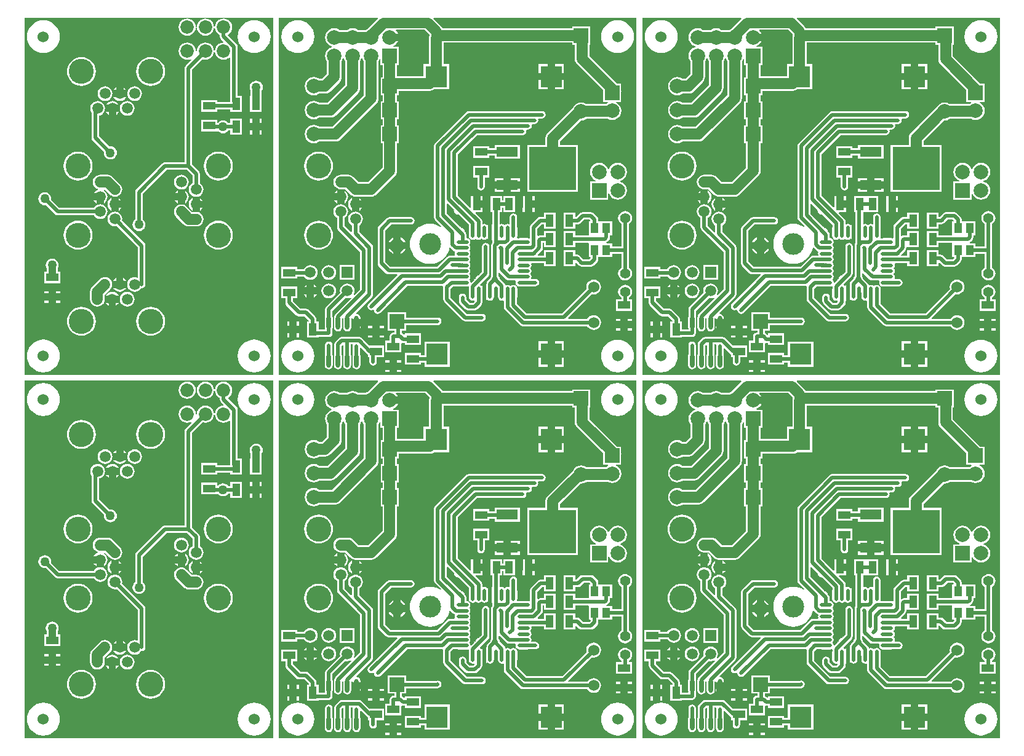
<source format=gtl>
%FSAX44Y44*%
%MOMM*%
G71*
G01*
G75*
G04 Layer_Physical_Order=1*
G04 Layer_Color=255*
%ADD10R,1.1000X1.7000*%
%ADD11R,1.7000X1.1000*%
%ADD12C,0.5080*%
%ADD13C,1.5000*%
%ADD14C,1.0000*%
%ADD15R,6.5000X6.0000*%
%ADD16R,3.0000X1.4000*%
%ADD17O,1.6500X0.5500*%
%ADD18O,0.5500X1.6500*%
%ADD19R,1.1000X1.4000*%
%ADD20O,0.6000X1.9000*%
%ADD21C,1.4000*%
%ADD22C,1.5240*%
%ADD23C,1.5000*%
%ADD24C,1.8500*%
%ADD25C,1.2700*%
%ADD26C,3.4500*%
%ADD27C,3.0000*%
%ADD28R,3.0000X3.0000*%
%ADD29C,2.0000*%
%ADD30R,2.0000X2.0000*%
%ADD31C,2.0000*%
%ADD32R,2.0000X2.0000*%
%ADD33R,2.0000X2.0000*%
%ADD34R,1.5000X1.5000*%
%ADD35R,2.0000X2.0000*%
%ADD36C,1.4000*%
%ADD37C,0.5000*%
%ADD38C,0.8000*%
G36*
X00775385Y00747575D02*
Y00255345D01*
X00433155D01*
Y00747575D01*
X00775385D01*
D02*
G37*
%LPC*%
G36*
X00640414Y00505630D02*
X00644210D01*
Y00509426D01*
X00644147Y00509400D01*
X00642049Y00507791D01*
X00640440Y00505693D01*
X00640414Y00505630D01*
D02*
G37*
G36*
X00586984Y00329260D02*
X00587366Y00325381D01*
X00588498Y00321650D01*
X00590336Y00318212D01*
X00592809Y00315199D01*
X00595822Y00312726D01*
X00599260Y00310888D01*
X00602990Y00309756D01*
X00606870Y00309374D01*
X00610750Y00309756D01*
X00614480Y00310888D01*
X00617918Y00312726D01*
X00620931Y00315199D01*
X00623404Y00318212D01*
X00625242Y00321650D01*
X00626374Y00325381D01*
X00626756Y00329260D01*
X00626374Y00333139D01*
X00625242Y00336870D01*
X00623404Y00340308D01*
X00620931Y00343321D01*
X00617918Y00345794D01*
X00614480Y00347632D01*
X00610750Y00348764D01*
X00606870Y00349146D01*
X00602990Y00348764D01*
X00599260Y00347632D01*
X00595822Y00345794D01*
X00592809Y00343321D01*
X00590336Y00340308D01*
X00588498Y00336870D01*
X00587366Y00333139D01*
X00586984Y00329260D01*
D02*
G37*
G36*
Y00673430D02*
X00587366Y00669550D01*
X00588498Y00665820D01*
X00590336Y00662382D01*
X00592809Y00659369D01*
X00595822Y00656896D01*
X00599260Y00655058D01*
X00602990Y00653926D01*
X00606870Y00653544D01*
X00610750Y00653926D01*
X00614480Y00655058D01*
X00617918Y00656896D01*
X00620931Y00659369D01*
X00623404Y00662382D01*
X00625242Y00665820D01*
X00626374Y00669550D01*
X00626756Y00673430D01*
X00626374Y00677309D01*
X00625242Y00681040D01*
X00623404Y00684478D01*
X00620931Y00687491D01*
X00617918Y00689964D01*
X00614480Y00691802D01*
X00610750Y00692934D01*
X00606870Y00693316D01*
X00602990Y00692934D01*
X00599260Y00691802D01*
X00595822Y00689964D01*
X00592809Y00687491D01*
X00590336Y00684478D01*
X00588498Y00681040D01*
X00587366Y00677309D01*
X00586984Y00673430D01*
D02*
G37*
G36*
X00640414Y00495630D02*
X00640440Y00495567D01*
X00642049Y00493469D01*
X00644147Y00491860D01*
X00644210Y00491834D01*
Y00495630D01*
X00640414D01*
D02*
G37*
G36*
X00581823Y00462610D02*
X00582129Y00460289D01*
X00583025Y00458127D01*
X00584450Y00456270D01*
X00586307Y00454845D01*
X00588469Y00453949D01*
X00590790Y00453643D01*
X00593111Y00453949D01*
X00595273Y00454845D01*
X00597130Y00456270D01*
X00598555Y00458127D01*
X00599451Y00460289D01*
X00599757Y00462610D01*
X00599451Y00464931D01*
X00598555Y00467093D01*
X00597130Y00468950D01*
X00595970Y00469841D01*
Y00504915D01*
X00629065Y00538010D01*
X00656655D01*
X00664331Y00530335D01*
Y00519511D01*
X00662349Y00517991D01*
X00660740Y00515893D01*
X00659728Y00513451D01*
X00659383Y00510830D01*
X00659728Y00508209D01*
X00660740Y00505767D01*
X00662349Y00503669D01*
X00664447Y00502060D01*
X00666366Y00501265D01*
Y00501264D01*
X00666889Y00501048D01*
X00669510Y00500703D01*
X00672131Y00501048D01*
X00672654Y00501264D01*
Y00501265D01*
X00674573Y00502060D01*
X00676671Y00503669D01*
X00678280Y00505767D01*
X00679292Y00508209D01*
X00679637Y00510830D01*
X00679292Y00513451D01*
X00678280Y00515893D01*
X00676671Y00517991D01*
X00674689Y00519511D01*
Y00532480D01*
X00674295Y00534462D01*
X00673173Y00536143D01*
X00673173Y00536143D01*
X00673173Y00536143D01*
X00663980Y00545335D01*
Y00675805D01*
X00678386Y00690211D01*
X00679152Y00689893D01*
X00682230Y00689488D01*
X00685308Y00689893D01*
X00688176Y00691081D01*
X00690639Y00692971D01*
X00692529Y00695434D01*
X00693717Y00698302D01*
X00694095Y00701177D01*
X00695365D01*
X00695743Y00698302D01*
X00696932Y00695434D01*
X00698821Y00692971D01*
X00701284Y00691081D01*
X00704152Y00689893D01*
X00707230Y00689488D01*
X00710308Y00689893D01*
X00713176Y00691081D01*
X00715241Y00692666D01*
X00716380Y00692105D01*
Y00632030D01*
X00715658Y00631149D01*
X00698350D01*
Y00634010D01*
X00676270D01*
Y00617930D01*
X00698350D01*
Y00620790D01*
X00716570D01*
Y00617940D01*
X00732650D01*
Y00640020D01*
X00726740D01*
Y00707316D01*
X00726345Y00709298D01*
X00725222Y00710978D01*
X00713259Y00722942D01*
X00713342Y00724209D01*
X00715639Y00725971D01*
X00717529Y00728434D01*
X00718717Y00731302D01*
X00719122Y00734380D01*
X00718717Y00737458D01*
X00717529Y00740326D01*
X00715639Y00742789D01*
X00713176Y00744678D01*
X00710308Y00745866D01*
X00707230Y00746272D01*
X00704152Y00745866D01*
X00701284Y00744678D01*
X00698821Y00742789D01*
X00696932Y00740326D01*
X00695743Y00737458D01*
X00695365Y00734583D01*
X00694095D01*
X00693717Y00737458D01*
X00692529Y00740326D01*
X00690639Y00742789D01*
X00688176Y00744678D01*
X00685308Y00745866D01*
X00682230Y00746272D01*
X00679152Y00745866D01*
X00676284Y00744678D01*
X00673821Y00742789D01*
X00671932Y00740326D01*
X00670743Y00737458D01*
X00670365Y00734583D01*
X00669095D01*
X00668717Y00737458D01*
X00667529Y00740326D01*
X00665639Y00742789D01*
X00663176Y00744678D01*
X00660308Y00745866D01*
X00657230Y00746272D01*
X00654152Y00745866D01*
X00651284Y00744678D01*
X00648821Y00742789D01*
X00646932Y00740326D01*
X00645743Y00737458D01*
X00645338Y00734380D01*
X00645743Y00731302D01*
X00646932Y00728434D01*
X00648821Y00725971D01*
X00651284Y00724081D01*
X00654152Y00722894D01*
X00657230Y00722488D01*
X00660308Y00722894D01*
X00663176Y00724081D01*
X00665639Y00725971D01*
X00667529Y00728434D01*
X00668717Y00731302D01*
X00669095Y00734177D01*
X00670365D01*
X00670743Y00731302D01*
X00671932Y00728434D01*
X00673821Y00725971D01*
X00676284Y00724081D01*
X00679152Y00722894D01*
X00682230Y00722488D01*
X00685308Y00722894D01*
X00688176Y00724081D01*
X00690639Y00725971D01*
X00692529Y00728434D01*
X00693717Y00731302D01*
X00694095Y00734177D01*
X00695365D01*
X00695743Y00731302D01*
X00696932Y00728434D01*
X00698821Y00725971D01*
X00701284Y00724081D01*
X00702050Y00723764D01*
Y00721646D01*
X00702445Y00719664D01*
X00703568Y00717983D01*
X00707142Y00714409D01*
X00706733Y00713206D01*
X00704152Y00712867D01*
X00701284Y00711678D01*
X00698821Y00709789D01*
X00696932Y00707326D01*
X00695743Y00704458D01*
X00695365Y00701583D01*
X00694095D01*
X00693717Y00704458D01*
X00692529Y00707326D01*
X00690639Y00709789D01*
X00688176Y00711678D01*
X00685308Y00712867D01*
X00682230Y00713272D01*
X00679152Y00712867D01*
X00676284Y00711678D01*
X00673821Y00709789D01*
X00671932Y00707326D01*
X00670743Y00704458D01*
X00670365Y00701583D01*
X00669095D01*
X00668717Y00704458D01*
X00667529Y00707326D01*
X00665639Y00709789D01*
X00663176Y00711678D01*
X00660308Y00712867D01*
X00657230Y00713272D01*
X00654152Y00712867D01*
X00651284Y00711678D01*
X00648821Y00709789D01*
X00646932Y00707326D01*
X00645743Y00704458D01*
X00645338Y00701380D01*
X00645743Y00698302D01*
X00646932Y00695434D01*
X00648821Y00692971D01*
X00651284Y00691081D01*
X00654152Y00689893D01*
X00657230Y00689488D01*
X00660308Y00689893D01*
X00662611Y00690847D01*
X00663317Y00689791D01*
X00655138Y00681613D01*
X00654015Y00679933D01*
X00653621Y00677951D01*
Y00548369D01*
X00626920D01*
X00624937Y00547975D01*
X00624264Y00547525D01*
X00623257Y00546852D01*
X00623257Y00546852D01*
X00587127Y00510723D01*
X00586005Y00509042D01*
X00585611Y00507060D01*
Y00469841D01*
X00584450Y00468950D01*
X00583025Y00467093D01*
X00582129Y00464931D01*
X00581823Y00462610D01*
D02*
G37*
G36*
X00654210Y00509426D02*
Y00491834D01*
X00654273Y00491860D01*
X00656371Y00493469D01*
X00657980Y00495567D01*
X00658992Y00498009D01*
X00659337Y00500630D01*
X00658992Y00503251D01*
X00657980Y00505693D01*
X00656371Y00507791D01*
X00654273Y00509400D01*
X00654210Y00509426D01*
D02*
G37*
G36*
X00639083Y00521030D02*
X00639428Y00518409D01*
X00640440Y00515967D01*
X00642049Y00513869D01*
X00644147Y00512260D01*
X00646066Y00511465D01*
Y00511465D01*
X00646589Y00511248D01*
X00649210Y00510903D01*
X00651831Y00511248D01*
X00652354Y00511465D01*
Y00511465D01*
X00654273Y00512260D01*
X00656371Y00513869D01*
X00657980Y00515967D01*
X00658992Y00518409D01*
X00659337Y00521030D01*
X00658992Y00523651D01*
X00657980Y00526093D01*
X00656371Y00528191D01*
X00654273Y00529800D01*
X00651831Y00530812D01*
X00649210Y00531157D01*
X00646589Y00530812D01*
X00644147Y00529800D01*
X00642049Y00528191D01*
X00640440Y00526093D01*
X00639428Y00523651D01*
X00639083Y00521030D01*
D02*
G37*
G36*
X00569470Y00651726D02*
Y00647930D01*
X00573266D01*
X00573240Y00647993D01*
X00571631Y00650091D01*
X00569533Y00651700D01*
X00569470Y00651726D01*
D02*
G37*
G36*
X00555474Y00375060D02*
X00555500Y00374997D01*
X00557109Y00372899D01*
X00559207Y00371290D01*
X00561649Y00370278D01*
X00564270Y00369933D01*
X00566891Y00370278D01*
X00569333Y00371290D01*
X00571431Y00372899D01*
X00573040Y00374997D01*
X00573066Y00375060D01*
X00564270D01*
X00555474D01*
D02*
G37*
G36*
X00569270Y00388856D02*
Y00385060D01*
X00573066D01*
X00573040Y00385123D01*
X00571431Y00387221D01*
X00569333Y00388830D01*
X00569270Y00388856D01*
D02*
G37*
G36*
X00555674Y00637930D02*
X00555700Y00637867D01*
X00557309Y00635769D01*
X00559407Y00634160D01*
X00561849Y00633148D01*
X00564470Y00632803D01*
X00567091Y00633148D01*
X00569533Y00634160D01*
X00571631Y00635769D01*
X00573240Y00637867D01*
X00573266Y00637930D01*
X00564470D01*
X00555674D01*
D02*
G37*
G36*
X00574743Y00642930D02*
X00575088Y00640309D01*
X00575304Y00639786D01*
X00575305D01*
X00576100Y00637867D01*
X00577709Y00635769D01*
X00579807Y00634160D01*
X00582249Y00633148D01*
X00584870Y00632803D01*
X00587491Y00633148D01*
X00589933Y00634160D01*
X00592031Y00635769D01*
X00593640Y00637867D01*
X00594652Y00640309D01*
X00594997Y00642930D01*
X00594652Y00645551D01*
X00593640Y00647993D01*
X00592031Y00650091D01*
X00589933Y00651700D01*
X00587491Y00652712D01*
X00584870Y00653057D01*
X00582249Y00652712D01*
X00579807Y00651700D01*
X00577709Y00650091D01*
X00576100Y00647993D01*
X00575305Y00646074D01*
X00575304D01*
X00575088Y00645551D01*
X00574743Y00642930D01*
D02*
G37*
G36*
X00564543Y00622630D02*
X00564888Y00620009D01*
X00565104Y00619486D01*
X00565105D01*
X00565900Y00617567D01*
X00567509Y00615469D01*
X00569607Y00613860D01*
X00572049Y00612848D01*
X00574670Y00612503D01*
X00577291Y00612848D01*
X00579733Y00613860D01*
X00581831Y00615469D01*
X00583440Y00617567D01*
X00584452Y00620009D01*
X00584797Y00622630D01*
X00584452Y00625251D01*
X00583440Y00627693D01*
X00581831Y00629791D01*
X00579733Y00631400D01*
X00577291Y00632412D01*
X00574670Y00632757D01*
X00572049Y00632412D01*
X00569607Y00631400D01*
X00567509Y00629791D01*
X00565900Y00627693D01*
X00565105Y00625774D01*
X00565104D01*
X00564888Y00625251D01*
X00564543Y00622630D01*
D02*
G37*
G36*
X00564343Y00359760D02*
X00564688Y00357139D01*
X00564905Y00356616D01*
X00564905D01*
X00565700Y00354697D01*
X00567309Y00352599D01*
X00569407Y00350990D01*
X00571849Y00349978D01*
X00574470Y00349633D01*
X00577091Y00349978D01*
X00579533Y00350990D01*
X00581631Y00352599D01*
X00583240Y00354697D01*
X00584252Y00357139D01*
X00584597Y00359760D01*
X00584252Y00362381D01*
X00583240Y00364823D01*
X00581631Y00366921D01*
X00579533Y00368530D01*
X00577091Y00369542D01*
X00574470Y00369887D01*
X00571849Y00369542D01*
X00569407Y00368530D01*
X00567309Y00366921D01*
X00565700Y00364823D01*
X00564905Y00362904D01*
X00564905D01*
X00564688Y00362381D01*
X00564343Y00359760D01*
D02*
G37*
G36*
X00743570Y00592230D02*
Y00586190D01*
X00746610D01*
Y00592230D01*
X00743570D01*
D02*
G37*
G36*
Y00608270D02*
Y00602230D01*
X00746610D01*
Y00608270D01*
X00743570D01*
D02*
G37*
G36*
X00743113Y00651840D02*
X00743419Y00649519D01*
X00744315Y00647357D01*
X00744475Y00647148D01*
Y00640020D01*
X00743570D01*
Y00617940D01*
X00759650D01*
Y00629514D01*
X00759685Y00629780D01*
Y00647148D01*
X00759845Y00647357D01*
X00760741Y00649519D01*
X00761047Y00651840D01*
X00760741Y00654161D01*
X00759845Y00656323D01*
X00758420Y00658180D01*
X00756563Y00659605D01*
X00754401Y00660501D01*
X00752080Y00660807D01*
X00749759Y00660501D01*
X00747597Y00659605D01*
X00745740Y00658180D01*
X00744315Y00656323D01*
X00743419Y00654161D01*
X00743113Y00651840D01*
D02*
G37*
G36*
X00756610Y00608270D02*
Y00602230D01*
X00759650D01*
Y00608270D01*
X00756610D01*
D02*
G37*
G36*
X00726621Y00281460D02*
X00727056Y00277041D01*
X00728345Y00272793D01*
X00730438Y00268877D01*
X00733255Y00265445D01*
X00736687Y00262628D01*
X00740603Y00260535D01*
X00744851Y00259246D01*
X00749270Y00258811D01*
X00753689Y00259246D01*
X00757937Y00260535D01*
X00761853Y00262628D01*
X00765285Y00265445D01*
X00768102Y00268877D01*
X00770195Y00272793D01*
X00771484Y00277041D01*
X00771919Y00281460D01*
X00771484Y00285879D01*
X00770195Y00290127D01*
X00768102Y00294043D01*
X00765285Y00297475D01*
X00761853Y00300292D01*
X00757937Y00302385D01*
X00753689Y00303674D01*
X00749270Y00304109D01*
X00744851Y00303674D01*
X00740603Y00302385D01*
X00736687Y00300292D01*
X00733255Y00297475D01*
X00730438Y00294043D01*
X00728345Y00290127D01*
X00727056Y00285879D01*
X00726621Y00281460D01*
D02*
G37*
G36*
Y00721460D02*
X00727056Y00717041D01*
X00728345Y00712793D01*
X00730438Y00708877D01*
X00733255Y00705445D01*
X00736687Y00702628D01*
X00740603Y00700535D01*
X00744851Y00699246D01*
X00749270Y00698811D01*
X00753689Y00699246D01*
X00757937Y00700535D01*
X00761853Y00702628D01*
X00765285Y00705445D01*
X00768102Y00708877D01*
X00770195Y00712793D01*
X00771484Y00717041D01*
X00771919Y00721460D01*
X00771484Y00725879D01*
X00770195Y00730127D01*
X00768102Y00734043D01*
X00765285Y00737475D01*
X00761853Y00740292D01*
X00757937Y00742385D01*
X00753689Y00743674D01*
X00749270Y00744109D01*
X00744851Y00743674D01*
X00740603Y00742385D01*
X00736687Y00740292D01*
X00733255Y00737475D01*
X00730438Y00734043D01*
X00728345Y00730127D01*
X00727056Y00725879D01*
X00726621Y00721460D01*
D02*
G37*
G36*
X00756610Y00592230D02*
Y00586190D01*
X00759650D01*
Y00592230D01*
X00756610D01*
D02*
G37*
G36*
X00674510Y00485430D02*
Y00481634D01*
X00674573Y00481660D01*
X00676671Y00483269D01*
X00678280Y00485367D01*
X00678306Y00485430D01*
X00674510D01*
D02*
G37*
G36*
Y00499226D02*
Y00495430D01*
X00678306D01*
X00678280Y00495493D01*
X00676671Y00497591D01*
X00674573Y00499200D01*
X00674510Y00499226D01*
D02*
G37*
G36*
X00659383Y00490430D02*
X00659728Y00487809D01*
X00660740Y00485367D01*
X00662349Y00483269D01*
X00664447Y00481660D01*
X00664510Y00481634D01*
Y00499226D01*
X00664447Y00499200D01*
X00662349Y00497591D01*
X00660740Y00495493D01*
X00659728Y00493051D01*
X00659383Y00490430D01*
D02*
G37*
G36*
X00639083Y00480230D02*
X00639388Y00477914D01*
X00639428Y00477609D01*
X00639847Y00476597D01*
X00640440Y00475167D01*
X00640815Y00474679D01*
X00642049Y00473069D01*
X00642049Y00473069D01*
X00652249Y00462869D01*
X00654347Y00461260D01*
X00656789Y00460248D01*
X00657094Y00460208D01*
X00659410Y00459903D01*
X00659410Y00459903D01*
X00669510D01*
X00672131Y00460248D01*
X00674573Y00461260D01*
X00676671Y00462869D01*
X00678280Y00464967D01*
X00679292Y00467409D01*
X00679637Y00470030D01*
X00679292Y00472651D01*
X00678280Y00475093D01*
X00676671Y00477191D01*
X00674573Y00478800D01*
X00672654Y00479595D01*
Y00479595D01*
X00672131Y00479812D01*
X00669510Y00480157D01*
X00664822D01*
X00664821Y00480157D01*
X00663605D01*
X00656371Y00487391D01*
X00656371Y00487391D01*
X00654761Y00488625D01*
X00654273Y00489000D01*
X00652843Y00489593D01*
X00652354Y00489795D01*
Y00489795D01*
X00651831Y00490012D01*
X00649210Y00490357D01*
X00646589Y00490012D01*
X00646066Y00489795D01*
Y00489795D01*
X00644147Y00489000D01*
X00642049Y00487391D01*
X00640440Y00485293D01*
X00639428Y00482851D01*
X00639083Y00480230D01*
D02*
G37*
G36*
X00676270Y00607010D02*
Y00590930D01*
X00698350D01*
Y00591090D01*
X00699553Y00591498D01*
X00700020Y00590890D01*
X00701877Y00589465D01*
X00704039Y00588569D01*
X00706360Y00588263D01*
X00708681Y00588569D01*
X00710843Y00589465D01*
X00712700Y00590890D01*
X00713591Y00592051D01*
X00716570D01*
Y00586190D01*
X00732650D01*
Y00608270D01*
X00716570D01*
Y00602410D01*
X00713591D01*
X00712700Y00603570D01*
X00710843Y00604995D01*
X00708681Y00605891D01*
X00706360Y00606197D01*
X00704039Y00605891D01*
X00701877Y00604995D01*
X00700020Y00603570D01*
X00699553Y00602962D01*
X00698350Y00603370D01*
Y00607010D01*
X00676270D01*
D02*
G37*
G36*
X00680124Y00448030D02*
X00680506Y00444151D01*
X00681638Y00440420D01*
X00683476Y00436982D01*
X00685949Y00433969D01*
X00688962Y00431496D01*
X00692400Y00429658D01*
X00696131Y00428526D01*
X00700010Y00428144D01*
X00703889Y00428526D01*
X00707620Y00429658D01*
X00711058Y00431496D01*
X00714071Y00433969D01*
X00716544Y00436982D01*
X00718382Y00440420D01*
X00719514Y00444151D01*
X00719896Y00448030D01*
X00719514Y00451909D01*
X00718382Y00455640D01*
X00716544Y00459078D01*
X00714071Y00462091D01*
X00711058Y00464564D01*
X00707620Y00466402D01*
X00703889Y00467534D01*
X00700010Y00467916D01*
X00696131Y00467534D01*
X00692400Y00466402D01*
X00688962Y00464564D01*
X00685949Y00462091D01*
X00683476Y00459078D01*
X00681638Y00455640D01*
X00680506Y00451909D01*
X00680124Y00448030D01*
D02*
G37*
G36*
Y00543230D02*
X00680506Y00539351D01*
X00681638Y00535620D01*
X00683476Y00532182D01*
X00685949Y00529169D01*
X00688962Y00526696D01*
X00692400Y00524858D01*
X00696131Y00523726D01*
X00700010Y00523344D01*
X00703889Y00523726D01*
X00707620Y00524858D01*
X00711058Y00526696D01*
X00714071Y00529169D01*
X00716544Y00532182D01*
X00718382Y00535620D01*
X00719514Y00539351D01*
X00719896Y00543230D01*
X00719514Y00547109D01*
X00718382Y00550840D01*
X00716544Y00554278D01*
X00714071Y00557291D01*
X00711058Y00559764D01*
X00707620Y00561602D01*
X00703889Y00562734D01*
X00700010Y00563116D01*
X00696131Y00562734D01*
X00692400Y00561602D01*
X00688962Y00559764D01*
X00685949Y00557291D01*
X00683476Y00554278D01*
X00681638Y00550840D01*
X00680506Y00547109D01*
X00680124Y00543230D01*
D02*
G37*
G36*
X00487084Y00448030D02*
X00487466Y00444151D01*
X00488598Y00440420D01*
X00490436Y00436982D01*
X00492909Y00433969D01*
X00495922Y00431496D01*
X00499360Y00429658D01*
X00503091Y00428526D01*
X00506970Y00428144D01*
X00510849Y00428526D01*
X00514580Y00429658D01*
X00518018Y00431496D01*
X00521031Y00433969D01*
X00523504Y00436982D01*
X00525342Y00440420D01*
X00526474Y00444151D01*
X00526856Y00448030D01*
X00526474Y00451909D01*
X00525342Y00455640D01*
X00523504Y00459078D01*
X00521031Y00462091D01*
X00518018Y00464564D01*
X00514580Y00466402D01*
X00510849Y00467534D01*
X00506970Y00467916D01*
X00503091Y00467534D01*
X00499360Y00466402D01*
X00495922Y00464564D01*
X00492909Y00462091D01*
X00490436Y00459078D01*
X00488598Y00455640D01*
X00487466Y00451909D01*
X00487084Y00448030D01*
D02*
G37*
G36*
Y00543230D02*
X00487466Y00539351D01*
X00488598Y00535620D01*
X00490436Y00532182D01*
X00492909Y00529169D01*
X00495922Y00526696D01*
X00499360Y00524858D01*
X00503091Y00523726D01*
X00506970Y00523344D01*
X00510849Y00523726D01*
X00514580Y00524858D01*
X00518018Y00526696D01*
X00521031Y00529169D01*
X00523504Y00532182D01*
X00525342Y00535620D01*
X00526474Y00539351D01*
X00526856Y00543230D01*
X00526474Y00547109D01*
X00525342Y00550840D01*
X00523504Y00554278D01*
X00521031Y00557291D01*
X00518018Y00559764D01*
X00514580Y00561602D01*
X00510849Y00562734D01*
X00506970Y00563116D01*
X00503091Y00562734D01*
X00499360Y00561602D01*
X00495922Y00559764D01*
X00492909Y00557291D01*
X00490436Y00554278D01*
X00488598Y00550840D01*
X00487466Y00547109D01*
X00487084Y00543230D01*
D02*
G37*
G36*
X00476410Y00357750D02*
Y00354710D01*
X00482450D01*
Y00357750D01*
X00476410D01*
D02*
G37*
G36*
X00527343Y00521230D02*
X00527349Y00521190D01*
X00527343Y00521150D01*
X00527688Y00518529D01*
X00528700Y00516087D01*
X00530309Y00513989D01*
X00532407Y00512380D01*
X00534230Y00511625D01*
Y00510355D01*
X00532407Y00509600D01*
X00530309Y00507991D01*
X00528700Y00505893D01*
X00528674Y00505830D01*
X00537470D01*
Y00500830D01*
X00542470D01*
Y00492034D01*
X00542533Y00492060D01*
X00544631Y00493669D01*
X00546240Y00495767D01*
X00547252Y00498209D01*
X00547597Y00500830D01*
X00547252Y00503451D01*
X00546240Y00505893D01*
X00544631Y00507991D01*
X00542533Y00509600D01*
X00542104Y00509778D01*
X00542272Y00510623D01*
X00543487Y00510991D01*
X00550609Y00503869D01*
X00552707Y00502260D01*
X00554626Y00501465D01*
Y00501465D01*
X00555149Y00501248D01*
X00557770Y00500903D01*
X00560391Y00501248D01*
X00560914Y00501465D01*
Y00501465D01*
X00562833Y00502260D01*
X00564931Y00503869D01*
X00566540Y00505967D01*
X00567552Y00508409D01*
X00567592Y00508714D01*
X00567897Y00511030D01*
X00567592Y00513346D01*
X00567552Y00513651D01*
X00566540Y00516093D01*
X00564931Y00518191D01*
X00564931Y00518191D01*
X00564931Y00518191D01*
X00554811Y00528311D01*
X00552713Y00529920D01*
X00550271Y00530932D01*
X00549966Y00530972D01*
X00547650Y00531277D01*
X00547650Y00531277D01*
X00538078D01*
X00537470Y00531357D01*
X00534849Y00531012D01*
X00532407Y00530000D01*
X00530309Y00528391D01*
X00528700Y00526293D01*
X00527688Y00523851D01*
X00527343Y00521230D01*
D02*
G37*
G36*
X00528674Y00495830D02*
X00528700Y00495767D01*
X00530309Y00493669D01*
X00532407Y00492060D01*
X00532470Y00492034D01*
Y00495830D01*
X00528674D01*
D02*
G37*
G36*
X00491784Y00329260D02*
X00492166Y00325381D01*
X00493298Y00321650D01*
X00495136Y00318212D01*
X00497609Y00315199D01*
X00500622Y00312726D01*
X00504060Y00310888D01*
X00507790Y00309756D01*
X00511670Y00309374D01*
X00515550Y00309756D01*
X00519280Y00310888D01*
X00522718Y00312726D01*
X00525731Y00315199D01*
X00528204Y00318212D01*
X00530042Y00321650D01*
X00531174Y00325381D01*
X00531556Y00329260D01*
X00531174Y00333139D01*
X00530042Y00336870D01*
X00528204Y00340308D01*
X00525731Y00343321D01*
X00522718Y00345794D01*
X00519280Y00347632D01*
X00515550Y00348764D01*
X00511670Y00349146D01*
X00507790Y00348764D01*
X00504060Y00347632D01*
X00500622Y00345794D01*
X00497609Y00343321D01*
X00495136Y00340308D01*
X00493298Y00336870D01*
X00492166Y00333139D01*
X00491784Y00329260D01*
D02*
G37*
G36*
Y00673430D02*
X00492166Y00669550D01*
X00493298Y00665820D01*
X00495136Y00662382D01*
X00497609Y00659369D01*
X00500622Y00656896D01*
X00504060Y00655058D01*
X00507790Y00653926D01*
X00511670Y00653544D01*
X00515550Y00653926D01*
X00519280Y00655058D01*
X00522718Y00656896D01*
X00525731Y00659369D01*
X00528204Y00662382D01*
X00530042Y00665820D01*
X00531174Y00669550D01*
X00531556Y00673430D01*
X00531174Y00677309D01*
X00530042Y00681040D01*
X00528204Y00684478D01*
X00525731Y00687491D01*
X00522718Y00689964D01*
X00519280Y00691802D01*
X00515550Y00692934D01*
X00511670Y00693316D01*
X00507790Y00692934D01*
X00504060Y00691802D01*
X00500622Y00689964D01*
X00497609Y00687491D01*
X00495136Y00684478D01*
X00493298Y00681040D01*
X00492166Y00677309D01*
X00491784Y00673430D01*
D02*
G37*
G36*
X00452283Y00498170D02*
X00452589Y00495849D01*
X00453485Y00493687D01*
X00454910Y00491830D01*
X00456767Y00490405D01*
X00458929Y00489509D01*
X00461250Y00489203D01*
X00462701Y00489394D01*
X00475327Y00476768D01*
X00477008Y00475645D01*
X00478990Y00475251D01*
X00528789D01*
X00530309Y00473269D01*
X00532407Y00471660D01*
X00534849Y00470648D01*
X00537470Y00470303D01*
X00540091Y00470648D01*
X00542533Y00471660D01*
X00544631Y00473269D01*
X00546240Y00475367D01*
X00547252Y00477809D01*
X00547597Y00480430D01*
X00547252Y00483051D01*
X00546240Y00485493D01*
X00544631Y00487591D01*
X00542533Y00489200D01*
X00540614Y00489995D01*
Y00489995D01*
X00540091Y00490212D01*
X00537470Y00490557D01*
X00534849Y00490212D01*
X00534326Y00489995D01*
Y00489995D01*
X00532407Y00489200D01*
X00530309Y00487591D01*
X00528789Y00485610D01*
X00481135D01*
X00470026Y00496719D01*
X00470217Y00498170D01*
X00469911Y00500491D01*
X00469015Y00502653D01*
X00467590Y00504510D01*
X00465733Y00505935D01*
X00463571Y00506831D01*
X00461250Y00507137D01*
X00458929Y00506831D01*
X00456767Y00505935D01*
X00454910Y00504510D01*
X00453485Y00502653D01*
X00452589Y00500491D01*
X00452283Y00498170D01*
D02*
G37*
G36*
X00460370Y00357750D02*
Y00354710D01*
X00466410D01*
Y00357750D01*
X00460370D01*
D02*
G37*
G36*
Y00370790D02*
Y00367750D01*
X00466410D01*
Y00370790D01*
X00460370D01*
D02*
G37*
G36*
Y00397790D02*
Y00381710D01*
X00482450D01*
Y00397790D01*
X00479015D01*
Y00402038D01*
X00479175Y00402247D01*
X00480071Y00404409D01*
X00480377Y00406730D01*
X00480071Y00409051D01*
X00479175Y00411213D01*
X00477750Y00413070D01*
X00475893Y00414495D01*
X00473731Y00415391D01*
X00471410Y00415697D01*
X00469089Y00415391D01*
X00466927Y00414495D01*
X00465070Y00413070D01*
X00463645Y00411213D01*
X00462749Y00409051D01*
X00462443Y00406730D01*
X00462749Y00404409D01*
X00463645Y00402247D01*
X00463805Y00402038D01*
Y00397790D01*
X00460370D01*
D02*
G37*
G36*
X00476410Y00370790D02*
Y00367750D01*
X00482450D01*
Y00370790D01*
X00476410D01*
D02*
G37*
G36*
X00436621Y00281460D02*
X00437056Y00277041D01*
X00438345Y00272793D01*
X00440438Y00268877D01*
X00443255Y00265445D01*
X00446687Y00262628D01*
X00450603Y00260535D01*
X00454851Y00259246D01*
X00459270Y00258811D01*
X00463689Y00259246D01*
X00467937Y00260535D01*
X00471853Y00262628D01*
X00475285Y00265445D01*
X00478102Y00268877D01*
X00480195Y00272793D01*
X00481484Y00277041D01*
X00481919Y00281460D01*
X00481484Y00285879D01*
X00480195Y00290127D01*
X00478102Y00294043D01*
X00475285Y00297475D01*
X00471853Y00300292D01*
X00467937Y00302385D01*
X00463689Y00303674D01*
X00459270Y00304109D01*
X00454851Y00303674D01*
X00450603Y00302385D01*
X00446687Y00300292D01*
X00443255Y00297475D01*
X00440438Y00294043D01*
X00438345Y00290127D01*
X00437056Y00285879D01*
X00436621Y00281460D01*
D02*
G37*
G36*
Y00721460D02*
X00437056Y00717041D01*
X00438345Y00712793D01*
X00440438Y00708877D01*
X00443255Y00705445D01*
X00446687Y00702628D01*
X00450603Y00700535D01*
X00454851Y00699246D01*
X00459270Y00698811D01*
X00463689Y00699246D01*
X00467937Y00700535D01*
X00471853Y00702628D01*
X00475285Y00705445D01*
X00478102Y00708877D01*
X00480195Y00712793D01*
X00481484Y00717041D01*
X00481919Y00721460D01*
X00481484Y00725879D01*
X00480195Y00730127D01*
X00478102Y00734043D01*
X00475285Y00737475D01*
X00471853Y00740292D01*
X00467937Y00742385D01*
X00463689Y00743674D01*
X00459270Y00744109D01*
X00454851Y00743674D01*
X00450603Y00742385D01*
X00446687Y00740292D01*
X00443255Y00737475D01*
X00440438Y00734043D01*
X00438345Y00730127D01*
X00437056Y00725879D01*
X00436621Y00721460D01*
D02*
G37*
G36*
X00523743Y00622630D02*
X00524088Y00620009D01*
X00525100Y00617567D01*
X00525681Y00616810D01*
Y00581990D01*
X00526075Y00580008D01*
X00527197Y00578327D01*
X00542644Y00562881D01*
X00542453Y00561430D01*
X00542759Y00559109D01*
X00543655Y00556947D01*
X00545080Y00555090D01*
X00546937Y00553665D01*
X00549099Y00552769D01*
X00551420Y00552463D01*
X00553741Y00552769D01*
X00555903Y00553665D01*
X00557760Y00555090D01*
X00559185Y00556947D01*
X00560081Y00559109D01*
X00560387Y00561430D01*
X00560081Y00563751D01*
X00559185Y00565913D01*
X00557760Y00567770D01*
X00555903Y00569195D01*
X00553741Y00570091D01*
X00551420Y00570397D01*
X00549969Y00570206D01*
X00536040Y00584135D01*
Y00612789D01*
X00536491Y00612848D01*
X00538933Y00613860D01*
X00541031Y00615469D01*
X00542640Y00617567D01*
X00543435Y00619486D01*
X00543436D01*
X00543652Y00620009D01*
X00543997Y00622630D01*
X00543652Y00625251D01*
X00543436Y00625774D01*
X00543435D01*
X00542640Y00627693D01*
X00541031Y00629791D01*
X00538933Y00631400D01*
X00536491Y00632412D01*
X00533870Y00632757D01*
X00531249Y00632412D01*
X00528807Y00631400D01*
X00526709Y00629791D01*
X00525100Y00627693D01*
X00524088Y00625251D01*
X00523743Y00622630D01*
D02*
G37*
G36*
X00545474Y00627630D02*
X00554270D01*
X00563066D01*
X00563040Y00627693D01*
X00561431Y00629791D01*
X00559333Y00631400D01*
X00556891Y00632412D01*
X00554270Y00632757D01*
X00551649Y00632412D01*
X00549207Y00631400D01*
X00547109Y00629791D01*
X00545500Y00627693D01*
X00545474Y00627630D01*
D02*
G37*
G36*
X00559070Y00354760D02*
Y00350964D01*
X00559133Y00350990D01*
X00561231Y00352599D01*
X00562840Y00354697D01*
X00562866Y00354760D01*
X00559070D01*
D02*
G37*
G36*
X00545274Y00364760D02*
X00554070D01*
X00562866D01*
X00562840Y00364823D01*
X00561231Y00366921D01*
X00559133Y00368530D01*
X00556691Y00369542D01*
X00554070Y00369887D01*
X00551449Y00369542D01*
X00549007Y00368530D01*
X00546909Y00366921D01*
X00545300Y00364823D01*
X00545274Y00364760D01*
D02*
G37*
G36*
X00559270Y00617630D02*
Y00613834D01*
X00559333Y00613860D01*
X00561431Y00615469D01*
X00563040Y00617567D01*
X00563066Y00617630D01*
X00559270D01*
D02*
G37*
G36*
X00547643Y00470230D02*
X00547988Y00467609D01*
X00549000Y00465167D01*
X00550609Y00463069D01*
X00552707Y00461460D01*
X00555149Y00460448D01*
X00557770Y00460103D01*
X00560246Y00460429D01*
X00589421Y00431255D01*
Y00390103D01*
X00588364Y00389397D01*
X00587291Y00389842D01*
X00584670Y00390187D01*
X00582049Y00389842D01*
X00579607Y00388830D01*
X00577509Y00387221D01*
X00575900Y00385123D01*
X00575105Y00383204D01*
X00575104D01*
X00574888Y00382681D01*
X00574543Y00380060D01*
X00574888Y00377439D01*
X00575104Y00376916D01*
X00575105D01*
X00575900Y00374997D01*
X00577509Y00372899D01*
X00579607Y00371290D01*
X00582049Y00370278D01*
X00584670Y00369933D01*
X00587291Y00370278D01*
X00589733Y00371290D01*
X00591831Y00372899D01*
X00593440Y00374997D01*
X00593484Y00375103D01*
X00594600Y00374880D01*
X00596582Y00375275D01*
X00598262Y00376398D01*
X00599385Y00378078D01*
X00599780Y00380060D01*
Y00433400D01*
X00599385Y00435382D01*
X00598262Y00437062D01*
X00567571Y00467754D01*
X00567897Y00470230D01*
X00567552Y00472851D01*
X00566540Y00475293D01*
X00564931Y00477391D01*
X00562833Y00479000D01*
X00560914Y00479795D01*
Y00479795D01*
X00560391Y00480012D01*
X00557770Y00480357D01*
X00555149Y00480012D01*
X00554626Y00479795D01*
Y00479795D01*
X00552707Y00479000D01*
X00550609Y00477391D01*
X00549000Y00475293D01*
X00547988Y00472851D01*
X00547643Y00470230D01*
D02*
G37*
G36*
X00562770Y00485630D02*
Y00481834D01*
X00562833Y00481860D01*
X00564931Y00483469D01*
X00566540Y00485567D01*
X00566566Y00485630D01*
X00562770D01*
D02*
G37*
G36*
Y00499426D02*
Y00495630D01*
X00566566D01*
X00566540Y00495693D01*
X00564931Y00497791D01*
X00562833Y00499400D01*
X00562770Y00499426D01*
D02*
G37*
G36*
X00547643Y00490630D02*
X00547988Y00488009D01*
X00549000Y00485567D01*
X00550609Y00483469D01*
X00552707Y00481860D01*
X00552770Y00481834D01*
Y00499426D01*
X00552707Y00499400D01*
X00550609Y00497791D01*
X00549000Y00495693D01*
X00547988Y00493251D01*
X00547643Y00490630D01*
D02*
G37*
G36*
X00545474Y00617630D02*
X00545500Y00617567D01*
X00547109Y00615469D01*
X00549207Y00613860D01*
X00549270Y00613834D01*
Y00617630D01*
X00545474D01*
D02*
G37*
G36*
X00545274Y00354760D02*
X00545300Y00354697D01*
X00546909Y00352599D01*
X00549007Y00350990D01*
X00549070Y00350964D01*
Y00354760D01*
X00545274D01*
D02*
G37*
G36*
X00523543Y00369860D02*
X00523543Y00369860D01*
Y00359760D01*
X00523888Y00357139D01*
X00524900Y00354697D01*
X00526509Y00352599D01*
X00528607Y00350990D01*
X00531049Y00349978D01*
X00533670Y00349633D01*
X00536291Y00349978D01*
X00538733Y00350990D01*
X00540831Y00352599D01*
X00542440Y00354697D01*
X00543235Y00356616D01*
X00543236D01*
X00543452Y00357139D01*
X00543797Y00359760D01*
Y00364448D01*
X00543797Y00364449D01*
Y00365665D01*
X00551031Y00372899D01*
X00551031Y00372899D01*
X00552266Y00374509D01*
X00552640Y00374997D01*
X00553232Y00376427D01*
X00553435Y00376916D01*
X00553436D01*
X00553652Y00377439D01*
X00553997Y00380060D01*
X00553652Y00382681D01*
X00553436Y00383204D01*
X00553435D01*
X00552640Y00385123D01*
X00551031Y00387221D01*
X00548933Y00388830D01*
X00546491Y00389842D01*
X00543870Y00390187D01*
X00541554Y00389882D01*
X00541249Y00389842D01*
X00540237Y00389422D01*
X00538807Y00388830D01*
X00538319Y00388456D01*
X00536709Y00387221D01*
X00536709Y00387220D01*
X00526509Y00377021D01*
X00524900Y00374923D01*
X00523888Y00372481D01*
X00523848Y00372176D01*
X00523543Y00369860D01*
D02*
G37*
G36*
X00555674Y00647930D02*
X00559470D01*
Y00651726D01*
X00559407Y00651700D01*
X00557309Y00650091D01*
X00555700Y00647993D01*
X00555674Y00647930D01*
D02*
G37*
G36*
X00555474Y00385060D02*
X00559270D01*
Y00388856D01*
X00559207Y00388830D01*
X00557109Y00387221D01*
X00555500Y00385123D01*
X00555474Y00385060D01*
D02*
G37*
G36*
X00533943Y00642930D02*
X00534288Y00640309D01*
X00535300Y00637867D01*
X00536909Y00635769D01*
X00539007Y00634160D01*
X00541449Y00633148D01*
X00544070Y00632803D01*
X00546691Y00633148D01*
X00549133Y00634160D01*
X00551231Y00635769D01*
X00552840Y00637867D01*
X00553635Y00639786D01*
X00553635D01*
X00553852Y00640309D01*
X00554197Y00642930D01*
X00553852Y00645551D01*
X00553635Y00646074D01*
X00553635D01*
X00552840Y00647993D01*
X00551231Y00650091D01*
X00549133Y00651700D01*
X00546691Y00652712D01*
X00544070Y00653057D01*
X00541449Y00652712D01*
X00539007Y00651700D01*
X00536909Y00650091D01*
X00535300Y00647993D01*
X00534288Y00645551D01*
X00533943Y00642930D01*
D02*
G37*
%LPD*%
G36*
X00775385Y01247575D02*
Y00755345D01*
X00433155D01*
Y01247575D01*
X00775385D01*
D02*
G37*
%LPC*%
G36*
X00640414Y01005630D02*
X00644210D01*
Y01009426D01*
X00644147Y01009400D01*
X00642049Y01007791D01*
X00640440Y01005693D01*
X00640414Y01005630D01*
D02*
G37*
G36*
X00586984Y00829260D02*
X00587366Y00825380D01*
X00588498Y00821650D01*
X00590336Y00818212D01*
X00592809Y00815199D01*
X00595822Y00812726D01*
X00599260Y00810888D01*
X00602990Y00809756D01*
X00606870Y00809374D01*
X00610750Y00809756D01*
X00614480Y00810888D01*
X00617918Y00812726D01*
X00620931Y00815199D01*
X00623404Y00818212D01*
X00625242Y00821650D01*
X00626374Y00825380D01*
X00626756Y00829260D01*
X00626374Y00833139D01*
X00625242Y00836870D01*
X00623404Y00840308D01*
X00620931Y00843321D01*
X00617918Y00845794D01*
X00614480Y00847632D01*
X00610750Y00848764D01*
X00606870Y00849146D01*
X00602990Y00848764D01*
X00599260Y00847632D01*
X00595822Y00845794D01*
X00592809Y00843321D01*
X00590336Y00840308D01*
X00588498Y00836870D01*
X00587366Y00833139D01*
X00586984Y00829260D01*
D02*
G37*
G36*
Y01173430D02*
X00587366Y01169550D01*
X00588498Y01165820D01*
X00590336Y01162382D01*
X00592809Y01159369D01*
X00595822Y01156896D01*
X00599260Y01155058D01*
X00602990Y01153926D01*
X00606870Y01153544D01*
X00610750Y01153926D01*
X00614480Y01155058D01*
X00617918Y01156896D01*
X00620931Y01159369D01*
X00623404Y01162382D01*
X00625242Y01165820D01*
X00626374Y01169550D01*
X00626756Y01173430D01*
X00626374Y01177309D01*
X00625242Y01181040D01*
X00623404Y01184478D01*
X00620931Y01187491D01*
X00617918Y01189964D01*
X00614480Y01191802D01*
X00610750Y01192934D01*
X00606870Y01193316D01*
X00602990Y01192934D01*
X00599260Y01191802D01*
X00595822Y01189964D01*
X00592809Y01187491D01*
X00590336Y01184478D01*
X00588498Y01181040D01*
X00587366Y01177309D01*
X00586984Y01173430D01*
D02*
G37*
G36*
X00640414Y00995630D02*
X00640440Y00995567D01*
X00642049Y00993469D01*
X00644147Y00991860D01*
X00644210Y00991834D01*
Y00995630D01*
X00640414D01*
D02*
G37*
G36*
X00581823Y00962610D02*
X00582129Y00960289D01*
X00583025Y00958127D01*
X00584450Y00956270D01*
X00586307Y00954845D01*
X00588469Y00953949D01*
X00590790Y00953643D01*
X00593111Y00953949D01*
X00595273Y00954845D01*
X00597130Y00956270D01*
X00598555Y00958127D01*
X00599451Y00960289D01*
X00599757Y00962610D01*
X00599451Y00964931D01*
X00598555Y00967093D01*
X00597130Y00968950D01*
X00595970Y00969841D01*
Y01004915D01*
X00629065Y01038010D01*
X00656655D01*
X00664331Y01030334D01*
Y01019511D01*
X00662349Y01017991D01*
X00660740Y01015893D01*
X00659728Y01013451D01*
X00659383Y01010830D01*
X00659728Y01008209D01*
X00660740Y01005767D01*
X00662349Y01003669D01*
X00664447Y01002060D01*
X00666366Y01001265D01*
Y01001264D01*
X00666889Y01001048D01*
X00669510Y01000703D01*
X00672131Y01001048D01*
X00672654Y01001264D01*
Y01001265D01*
X00674573Y01002060D01*
X00676671Y01003669D01*
X00678280Y01005767D01*
X00679292Y01008209D01*
X00679637Y01010830D01*
X00679292Y01013451D01*
X00678280Y01015893D01*
X00676671Y01017991D01*
X00674689Y01019511D01*
Y01032480D01*
X00674295Y01034462D01*
X00673173Y01036143D01*
X00673173Y01036143D01*
X00673173Y01036143D01*
X00663980Y01045335D01*
Y01175805D01*
X00678386Y01190211D01*
X00679152Y01189893D01*
X00682230Y01189488D01*
X00685308Y01189893D01*
X00688176Y01191081D01*
X00690639Y01192971D01*
X00692529Y01195434D01*
X00693717Y01198302D01*
X00694095Y01201177D01*
X00695365D01*
X00695743Y01198302D01*
X00696932Y01195434D01*
X00698821Y01192971D01*
X00701284Y01191081D01*
X00704152Y01189893D01*
X00707230Y01189488D01*
X00710308Y01189893D01*
X00713176Y01191081D01*
X00715241Y01192666D01*
X00716380Y01192105D01*
Y01132030D01*
X00715658Y01131150D01*
X00698350D01*
Y01134010D01*
X00676270D01*
Y01117930D01*
X00698350D01*
Y01120790D01*
X00716570D01*
Y01117940D01*
X00732650D01*
Y01140020D01*
X00726740D01*
Y01207316D01*
X00726345Y01209298D01*
X00725222Y01210978D01*
X00713259Y01222942D01*
X00713342Y01224209D01*
X00715639Y01225971D01*
X00717529Y01228434D01*
X00718717Y01231302D01*
X00719122Y01234380D01*
X00718717Y01237458D01*
X00717529Y01240326D01*
X00715639Y01242789D01*
X00713176Y01244678D01*
X00710308Y01245866D01*
X00707230Y01246272D01*
X00704152Y01245866D01*
X00701284Y01244678D01*
X00698821Y01242789D01*
X00696932Y01240326D01*
X00695743Y01237458D01*
X00695365Y01234583D01*
X00694095D01*
X00693717Y01237458D01*
X00692529Y01240326D01*
X00690639Y01242789D01*
X00688176Y01244678D01*
X00685308Y01245866D01*
X00682230Y01246272D01*
X00679152Y01245866D01*
X00676284Y01244678D01*
X00673821Y01242789D01*
X00671932Y01240326D01*
X00670743Y01237458D01*
X00670365Y01234583D01*
X00669095D01*
X00668717Y01237458D01*
X00667529Y01240326D01*
X00665639Y01242789D01*
X00663176Y01244678D01*
X00660308Y01245866D01*
X00657230Y01246272D01*
X00654152Y01245866D01*
X00651284Y01244678D01*
X00648821Y01242789D01*
X00646932Y01240326D01*
X00645743Y01237458D01*
X00645338Y01234380D01*
X00645743Y01231302D01*
X00646932Y01228434D01*
X00648821Y01225971D01*
X00651284Y01224081D01*
X00654152Y01222894D01*
X00657230Y01222488D01*
X00660308Y01222894D01*
X00663176Y01224081D01*
X00665639Y01225971D01*
X00667529Y01228434D01*
X00668717Y01231302D01*
X00669095Y01234177D01*
X00670365D01*
X00670743Y01231302D01*
X00671932Y01228434D01*
X00673821Y01225971D01*
X00676284Y01224081D01*
X00679152Y01222894D01*
X00682230Y01222488D01*
X00685308Y01222894D01*
X00688176Y01224081D01*
X00690639Y01225971D01*
X00692529Y01228434D01*
X00693717Y01231302D01*
X00694095Y01234177D01*
X00695365D01*
X00695743Y01231302D01*
X00696932Y01228434D01*
X00698821Y01225971D01*
X00701284Y01224081D01*
X00702050Y01223764D01*
Y01221646D01*
X00702445Y01219663D01*
X00703568Y01217983D01*
X00707142Y01214409D01*
X00706733Y01213206D01*
X00704152Y01212867D01*
X00701284Y01211678D01*
X00698821Y01209789D01*
X00696932Y01207326D01*
X00695743Y01204458D01*
X00695365Y01201583D01*
X00694095D01*
X00693717Y01204458D01*
X00692529Y01207326D01*
X00690639Y01209789D01*
X00688176Y01211678D01*
X00685308Y01212867D01*
X00682230Y01213272D01*
X00679152Y01212867D01*
X00676284Y01211678D01*
X00673821Y01209789D01*
X00671932Y01207326D01*
X00670743Y01204458D01*
X00670365Y01201583D01*
X00669095D01*
X00668717Y01204458D01*
X00667529Y01207326D01*
X00665639Y01209789D01*
X00663176Y01211678D01*
X00660308Y01212867D01*
X00657230Y01213272D01*
X00654152Y01212867D01*
X00651284Y01211678D01*
X00648821Y01209789D01*
X00646932Y01207326D01*
X00645743Y01204458D01*
X00645338Y01201380D01*
X00645743Y01198302D01*
X00646932Y01195434D01*
X00648821Y01192971D01*
X00651284Y01191081D01*
X00654152Y01189893D01*
X00657230Y01189488D01*
X00660308Y01189893D01*
X00662611Y01190847D01*
X00663317Y01189791D01*
X00655138Y01181613D01*
X00654015Y01179933D01*
X00653621Y01177951D01*
Y01048369D01*
X00626920D01*
X00624937Y01047975D01*
X00624264Y01047525D01*
X00623257Y01046852D01*
X00623257Y01046852D01*
X00587127Y01010723D01*
X00586005Y01009042D01*
X00585611Y01007060D01*
Y00969841D01*
X00584450Y00968950D01*
X00583025Y00967093D01*
X00582129Y00964931D01*
X00581823Y00962610D01*
D02*
G37*
G36*
X00654210Y01009426D02*
Y00991834D01*
X00654273Y00991860D01*
X00656371Y00993469D01*
X00657980Y00995567D01*
X00658992Y00998009D01*
X00659337Y01000630D01*
X00658992Y01003251D01*
X00657980Y01005693D01*
X00656371Y01007791D01*
X00654273Y01009400D01*
X00654210Y01009426D01*
D02*
G37*
G36*
X00639083Y01021030D02*
X00639428Y01018409D01*
X00640440Y01015967D01*
X00642049Y01013869D01*
X00644147Y01012260D01*
X00646066Y01011465D01*
Y01011464D01*
X00646589Y01011248D01*
X00649210Y01010903D01*
X00651831Y01011248D01*
X00652354Y01011464D01*
Y01011465D01*
X00654273Y01012260D01*
X00656371Y01013869D01*
X00657980Y01015967D01*
X00658992Y01018409D01*
X00659337Y01021030D01*
X00658992Y01023651D01*
X00657980Y01026093D01*
X00656371Y01028191D01*
X00654273Y01029800D01*
X00651831Y01030812D01*
X00649210Y01031157D01*
X00646589Y01030812D01*
X00644147Y01029800D01*
X00642049Y01028191D01*
X00640440Y01026093D01*
X00639428Y01023651D01*
X00639083Y01021030D01*
D02*
G37*
G36*
X00569470Y01151726D02*
Y01147930D01*
X00573266D01*
X00573240Y01147993D01*
X00571631Y01150091D01*
X00569533Y01151700D01*
X00569470Y01151726D01*
D02*
G37*
G36*
X00555474Y00875060D02*
X00555500Y00874997D01*
X00557109Y00872899D01*
X00559207Y00871290D01*
X00561649Y00870278D01*
X00564270Y00869933D01*
X00566891Y00870278D01*
X00569333Y00871290D01*
X00571431Y00872899D01*
X00573040Y00874997D01*
X00573066Y00875060D01*
X00564270D01*
X00555474D01*
D02*
G37*
G36*
X00569270Y00888856D02*
Y00885060D01*
X00573066D01*
X00573040Y00885123D01*
X00571431Y00887221D01*
X00569333Y00888830D01*
X00569270Y00888856D01*
D02*
G37*
G36*
X00555674Y01137930D02*
X00555700Y01137867D01*
X00557309Y01135769D01*
X00559407Y01134160D01*
X00561849Y01133148D01*
X00564470Y01132803D01*
X00567091Y01133148D01*
X00569533Y01134160D01*
X00571631Y01135769D01*
X00573240Y01137867D01*
X00573266Y01137930D01*
X00564470D01*
X00555674D01*
D02*
G37*
G36*
X00574743Y01142930D02*
X00575088Y01140309D01*
X00575304Y01139786D01*
X00575305D01*
X00576100Y01137867D01*
X00577709Y01135769D01*
X00579807Y01134160D01*
X00582249Y01133148D01*
X00584870Y01132803D01*
X00587491Y01133148D01*
X00589933Y01134160D01*
X00592031Y01135769D01*
X00593640Y01137867D01*
X00594652Y01140309D01*
X00594997Y01142930D01*
X00594652Y01145551D01*
X00593640Y01147993D01*
X00592031Y01150091D01*
X00589933Y01151700D01*
X00587491Y01152712D01*
X00584870Y01153057D01*
X00582249Y01152712D01*
X00579807Y01151700D01*
X00577709Y01150091D01*
X00576100Y01147993D01*
X00575305Y01146074D01*
X00575304D01*
X00575088Y01145551D01*
X00574743Y01142930D01*
D02*
G37*
G36*
X00564543Y01122630D02*
X00564888Y01120009D01*
X00565104Y01119486D01*
X00565105D01*
X00565900Y01117567D01*
X00567509Y01115469D01*
X00569607Y01113860D01*
X00572049Y01112848D01*
X00574670Y01112503D01*
X00577291Y01112848D01*
X00579733Y01113860D01*
X00581831Y01115469D01*
X00583440Y01117567D01*
X00584452Y01120009D01*
X00584797Y01122630D01*
X00584452Y01125251D01*
X00583440Y01127693D01*
X00581831Y01129791D01*
X00579733Y01131400D01*
X00577291Y01132412D01*
X00574670Y01132757D01*
X00572049Y01132412D01*
X00569607Y01131400D01*
X00567509Y01129791D01*
X00565900Y01127693D01*
X00565105Y01125774D01*
X00565104D01*
X00564888Y01125251D01*
X00564543Y01122630D01*
D02*
G37*
G36*
X00564343Y00859760D02*
X00564688Y00857139D01*
X00564905Y00856616D01*
X00564905D01*
X00565700Y00854697D01*
X00567309Y00852599D01*
X00569407Y00850990D01*
X00571849Y00849978D01*
X00574470Y00849633D01*
X00577091Y00849978D01*
X00579533Y00850990D01*
X00581631Y00852599D01*
X00583240Y00854697D01*
X00584252Y00857139D01*
X00584597Y00859760D01*
X00584252Y00862381D01*
X00583240Y00864823D01*
X00581631Y00866921D01*
X00579533Y00868530D01*
X00577091Y00869541D01*
X00574470Y00869887D01*
X00571849Y00869541D01*
X00569407Y00868530D01*
X00567309Y00866921D01*
X00565700Y00864823D01*
X00564905Y00862904D01*
X00564905D01*
X00564688Y00862381D01*
X00564343Y00859760D01*
D02*
G37*
G36*
X00743570Y01092230D02*
Y01086190D01*
X00746610D01*
Y01092230D01*
X00743570D01*
D02*
G37*
G36*
Y01108270D02*
Y01102230D01*
X00746610D01*
Y01108270D01*
X00743570D01*
D02*
G37*
G36*
X00743113Y01151840D02*
X00743419Y01149519D01*
X00744315Y01147357D01*
X00744475Y01147148D01*
Y01140020D01*
X00743570D01*
Y01117940D01*
X00759650D01*
Y01129513D01*
X00759685Y01129780D01*
Y01147148D01*
X00759845Y01147357D01*
X00760741Y01149519D01*
X00761047Y01151840D01*
X00760741Y01154161D01*
X00759845Y01156323D01*
X00758420Y01158180D01*
X00756563Y01159605D01*
X00754401Y01160501D01*
X00752080Y01160807D01*
X00749759Y01160501D01*
X00747597Y01159605D01*
X00745740Y01158180D01*
X00744315Y01156323D01*
X00743419Y01154161D01*
X00743113Y01151840D01*
D02*
G37*
G36*
X00756610Y01108270D02*
Y01102230D01*
X00759650D01*
Y01108270D01*
X00756610D01*
D02*
G37*
G36*
X00726621Y00781460D02*
X00727056Y00777041D01*
X00728345Y00772793D01*
X00730438Y00768877D01*
X00733255Y00765445D01*
X00736687Y00762628D01*
X00740603Y00760535D01*
X00744851Y00759246D01*
X00749270Y00758811D01*
X00753689Y00759246D01*
X00757937Y00760535D01*
X00761853Y00762628D01*
X00765285Y00765445D01*
X00768102Y00768877D01*
X00770195Y00772793D01*
X00771484Y00777041D01*
X00771919Y00781460D01*
X00771484Y00785879D01*
X00770195Y00790127D01*
X00768102Y00794043D01*
X00765285Y00797475D01*
X00761853Y00800292D01*
X00757937Y00802385D01*
X00753689Y00803674D01*
X00749270Y00804109D01*
X00744851Y00803674D01*
X00740603Y00802385D01*
X00736687Y00800292D01*
X00733255Y00797475D01*
X00730438Y00794043D01*
X00728345Y00790127D01*
X00727056Y00785879D01*
X00726621Y00781460D01*
D02*
G37*
G36*
Y01221460D02*
X00727056Y01217041D01*
X00728345Y01212793D01*
X00730438Y01208877D01*
X00733255Y01205445D01*
X00736687Y01202628D01*
X00740603Y01200535D01*
X00744851Y01199246D01*
X00749270Y01198811D01*
X00753689Y01199246D01*
X00757937Y01200535D01*
X00761853Y01202628D01*
X00765285Y01205445D01*
X00768102Y01208877D01*
X00770195Y01212793D01*
X00771484Y01217041D01*
X00771919Y01221460D01*
X00771484Y01225879D01*
X00770195Y01230127D01*
X00768102Y01234043D01*
X00765285Y01237475D01*
X00761853Y01240292D01*
X00757937Y01242385D01*
X00753689Y01243674D01*
X00749270Y01244109D01*
X00744851Y01243674D01*
X00740603Y01242385D01*
X00736687Y01240292D01*
X00733255Y01237475D01*
X00730438Y01234043D01*
X00728345Y01230127D01*
X00727056Y01225879D01*
X00726621Y01221460D01*
D02*
G37*
G36*
X00756610Y01092230D02*
Y01086190D01*
X00759650D01*
Y01092230D01*
X00756610D01*
D02*
G37*
G36*
X00674510Y00985430D02*
Y00981634D01*
X00674573Y00981660D01*
X00676671Y00983269D01*
X00678280Y00985367D01*
X00678306Y00985430D01*
X00674510D01*
D02*
G37*
G36*
Y00999226D02*
Y00995430D01*
X00678306D01*
X00678280Y00995493D01*
X00676671Y00997591D01*
X00674573Y00999200D01*
X00674510Y00999226D01*
D02*
G37*
G36*
X00659383Y00990430D02*
X00659728Y00987809D01*
X00660740Y00985367D01*
X00662349Y00983269D01*
X00664447Y00981660D01*
X00664510Y00981634D01*
Y00999226D01*
X00664447Y00999200D01*
X00662349Y00997591D01*
X00660740Y00995493D01*
X00659728Y00993051D01*
X00659383Y00990430D01*
D02*
G37*
G36*
X00639083Y00980230D02*
X00639388Y00977914D01*
X00639428Y00977609D01*
X00639847Y00976597D01*
X00640440Y00975167D01*
X00640815Y00974679D01*
X00642049Y00973069D01*
X00642049Y00973069D01*
X00652249Y00962869D01*
X00654347Y00961260D01*
X00656789Y00960248D01*
X00657094Y00960208D01*
X00659410Y00959903D01*
X00659410Y00959903D01*
X00669510D01*
X00672131Y00960248D01*
X00674573Y00961260D01*
X00676671Y00962869D01*
X00678280Y00964967D01*
X00679292Y00967409D01*
X00679637Y00970030D01*
X00679292Y00972651D01*
X00678280Y00975093D01*
X00676671Y00977191D01*
X00674573Y00978800D01*
X00672654Y00979595D01*
Y00979595D01*
X00672131Y00979812D01*
X00669510Y00980157D01*
X00664822D01*
X00664821Y00980157D01*
X00663605D01*
X00656371Y00987391D01*
X00656371Y00987391D01*
X00654761Y00988625D01*
X00654273Y00989000D01*
X00652843Y00989593D01*
X00652354Y00989795D01*
Y00989796D01*
X00651831Y00990012D01*
X00649210Y00990357D01*
X00646589Y00990012D01*
X00646066Y00989796D01*
Y00989795D01*
X00644147Y00989000D01*
X00642049Y00987391D01*
X00640440Y00985293D01*
X00639428Y00982851D01*
X00639083Y00980230D01*
D02*
G37*
G36*
X00676270Y01107010D02*
Y01090930D01*
X00698350D01*
Y01091090D01*
X00699553Y01091498D01*
X00700020Y01090890D01*
X00701877Y01089465D01*
X00704039Y01088569D01*
X00706360Y01088263D01*
X00708681Y01088569D01*
X00710843Y01089465D01*
X00712700Y01090890D01*
X00713591Y01092050D01*
X00716570D01*
Y01086190D01*
X00732650D01*
Y01108270D01*
X00716570D01*
Y01102410D01*
X00713591D01*
X00712700Y01103570D01*
X00710843Y01104995D01*
X00708681Y01105891D01*
X00706360Y01106197D01*
X00704039Y01105891D01*
X00701877Y01104995D01*
X00700020Y01103570D01*
X00699553Y01102962D01*
X00698350Y01103370D01*
Y01107010D01*
X00676270D01*
D02*
G37*
G36*
X00680124Y00948030D02*
X00680506Y00944150D01*
X00681638Y00940420D01*
X00683476Y00936982D01*
X00685949Y00933969D01*
X00688962Y00931496D01*
X00692400Y00929658D01*
X00696131Y00928526D01*
X00700010Y00928144D01*
X00703889Y00928526D01*
X00707620Y00929658D01*
X00711058Y00931496D01*
X00714071Y00933969D01*
X00716544Y00936982D01*
X00718382Y00940420D01*
X00719514Y00944150D01*
X00719896Y00948030D01*
X00719514Y00951909D01*
X00718382Y00955640D01*
X00716544Y00959078D01*
X00714071Y00962091D01*
X00711058Y00964564D01*
X00707620Y00966402D01*
X00703889Y00967534D01*
X00700010Y00967916D01*
X00696131Y00967534D01*
X00692400Y00966402D01*
X00688962Y00964564D01*
X00685949Y00962091D01*
X00683476Y00959078D01*
X00681638Y00955640D01*
X00680506Y00951909D01*
X00680124Y00948030D01*
D02*
G37*
G36*
Y01043230D02*
X00680506Y01039351D01*
X00681638Y01035620D01*
X00683476Y01032182D01*
X00685949Y01029169D01*
X00688962Y01026696D01*
X00692400Y01024858D01*
X00696131Y01023726D01*
X00700010Y01023344D01*
X00703889Y01023726D01*
X00707620Y01024858D01*
X00711058Y01026696D01*
X00714071Y01029169D01*
X00716544Y01032182D01*
X00718382Y01035620D01*
X00719514Y01039351D01*
X00719896Y01043230D01*
X00719514Y01047110D01*
X00718382Y01050840D01*
X00716544Y01054278D01*
X00714071Y01057291D01*
X00711058Y01059764D01*
X00707620Y01061602D01*
X00703889Y01062734D01*
X00700010Y01063116D01*
X00696131Y01062734D01*
X00692400Y01061602D01*
X00688962Y01059764D01*
X00685949Y01057291D01*
X00683476Y01054278D01*
X00681638Y01050840D01*
X00680506Y01047110D01*
X00680124Y01043230D01*
D02*
G37*
G36*
X00487084Y00948030D02*
X00487466Y00944150D01*
X00488598Y00940420D01*
X00490436Y00936982D01*
X00492909Y00933969D01*
X00495922Y00931496D01*
X00499360Y00929658D01*
X00503091Y00928526D01*
X00506970Y00928144D01*
X00510849Y00928526D01*
X00514580Y00929658D01*
X00518018Y00931496D01*
X00521031Y00933969D01*
X00523504Y00936982D01*
X00525342Y00940420D01*
X00526474Y00944150D01*
X00526856Y00948030D01*
X00526474Y00951909D01*
X00525342Y00955640D01*
X00523504Y00959078D01*
X00521031Y00962091D01*
X00518018Y00964564D01*
X00514580Y00966402D01*
X00510849Y00967534D01*
X00506970Y00967916D01*
X00503091Y00967534D01*
X00499360Y00966402D01*
X00495922Y00964564D01*
X00492909Y00962091D01*
X00490436Y00959078D01*
X00488598Y00955640D01*
X00487466Y00951909D01*
X00487084Y00948030D01*
D02*
G37*
G36*
Y01043230D02*
X00487466Y01039351D01*
X00488598Y01035620D01*
X00490436Y01032182D01*
X00492909Y01029169D01*
X00495922Y01026696D01*
X00499360Y01024858D01*
X00503091Y01023726D01*
X00506970Y01023344D01*
X00510849Y01023726D01*
X00514580Y01024858D01*
X00518018Y01026696D01*
X00521031Y01029169D01*
X00523504Y01032182D01*
X00525342Y01035620D01*
X00526474Y01039351D01*
X00526856Y01043230D01*
X00526474Y01047110D01*
X00525342Y01050840D01*
X00523504Y01054278D01*
X00521031Y01057291D01*
X00518018Y01059764D01*
X00514580Y01061602D01*
X00510849Y01062734D01*
X00506970Y01063116D01*
X00503091Y01062734D01*
X00499360Y01061602D01*
X00495922Y01059764D01*
X00492909Y01057291D01*
X00490436Y01054278D01*
X00488598Y01050840D01*
X00487466Y01047110D01*
X00487084Y01043230D01*
D02*
G37*
G36*
X00476410Y00857750D02*
Y00854710D01*
X00482450D01*
Y00857750D01*
X00476410D01*
D02*
G37*
G36*
X00527343Y01021230D02*
X00527349Y01021190D01*
X00527343Y01021150D01*
X00527688Y01018529D01*
X00528700Y01016087D01*
X00530309Y01013989D01*
X00532407Y01012380D01*
X00534230Y01011625D01*
Y01010355D01*
X00532407Y01009600D01*
X00530309Y01007991D01*
X00528700Y01005893D01*
X00528674Y01005830D01*
X00537470D01*
Y01000830D01*
X00542470D01*
Y00992034D01*
X00542533Y00992060D01*
X00544631Y00993669D01*
X00546240Y00995767D01*
X00547252Y00998209D01*
X00547597Y01000830D01*
X00547252Y01003451D01*
X00546240Y01005893D01*
X00544631Y01007991D01*
X00542533Y01009600D01*
X00542104Y01009778D01*
X00542272Y01010623D01*
X00543487Y01010991D01*
X00550609Y01003869D01*
X00552707Y01002260D01*
X00554626Y01001465D01*
Y01001464D01*
X00555149Y01001248D01*
X00557770Y01000903D01*
X00560391Y01001248D01*
X00560914Y01001464D01*
Y01001465D01*
X00562833Y01002260D01*
X00564931Y01003869D01*
X00566540Y01005967D01*
X00567552Y01008409D01*
X00567592Y01008714D01*
X00567897Y01011030D01*
X00567592Y01013346D01*
X00567552Y01013651D01*
X00566540Y01016093D01*
X00564931Y01018191D01*
X00564931Y01018191D01*
X00564931Y01018191D01*
X00554811Y01028311D01*
X00552713Y01029920D01*
X00550271Y01030931D01*
X00549966Y01030972D01*
X00547650Y01031277D01*
X00547650Y01031277D01*
X00538078D01*
X00537470Y01031357D01*
X00534849Y01031012D01*
X00532407Y01030000D01*
X00530309Y01028391D01*
X00528700Y01026293D01*
X00527688Y01023851D01*
X00527343Y01021230D01*
D02*
G37*
G36*
X00528674Y00995830D02*
X00528700Y00995767D01*
X00530309Y00993669D01*
X00532407Y00992060D01*
X00532470Y00992034D01*
Y00995830D01*
X00528674D01*
D02*
G37*
G36*
X00491784Y00829260D02*
X00492166Y00825380D01*
X00493298Y00821650D01*
X00495136Y00818212D01*
X00497609Y00815199D01*
X00500622Y00812726D01*
X00504060Y00810888D01*
X00507790Y00809756D01*
X00511670Y00809374D01*
X00515550Y00809756D01*
X00519280Y00810888D01*
X00522718Y00812726D01*
X00525731Y00815199D01*
X00528204Y00818212D01*
X00530042Y00821650D01*
X00531174Y00825380D01*
X00531556Y00829260D01*
X00531174Y00833139D01*
X00530042Y00836870D01*
X00528204Y00840308D01*
X00525731Y00843321D01*
X00522718Y00845794D01*
X00519280Y00847632D01*
X00515550Y00848764D01*
X00511670Y00849146D01*
X00507790Y00848764D01*
X00504060Y00847632D01*
X00500622Y00845794D01*
X00497609Y00843321D01*
X00495136Y00840308D01*
X00493298Y00836870D01*
X00492166Y00833139D01*
X00491784Y00829260D01*
D02*
G37*
G36*
Y01173430D02*
X00492166Y01169550D01*
X00493298Y01165820D01*
X00495136Y01162382D01*
X00497609Y01159369D01*
X00500622Y01156896D01*
X00504060Y01155058D01*
X00507790Y01153926D01*
X00511670Y01153544D01*
X00515550Y01153926D01*
X00519280Y01155058D01*
X00522718Y01156896D01*
X00525731Y01159369D01*
X00528204Y01162382D01*
X00530042Y01165820D01*
X00531174Y01169550D01*
X00531556Y01173430D01*
X00531174Y01177309D01*
X00530042Y01181040D01*
X00528204Y01184478D01*
X00525731Y01187491D01*
X00522718Y01189964D01*
X00519280Y01191802D01*
X00515550Y01192934D01*
X00511670Y01193316D01*
X00507790Y01192934D01*
X00504060Y01191802D01*
X00500622Y01189964D01*
X00497609Y01187491D01*
X00495136Y01184478D01*
X00493298Y01181040D01*
X00492166Y01177309D01*
X00491784Y01173430D01*
D02*
G37*
G36*
X00452283Y00998170D02*
X00452589Y00995849D01*
X00453485Y00993687D01*
X00454910Y00991830D01*
X00456767Y00990405D01*
X00458929Y00989509D01*
X00461250Y00989203D01*
X00462701Y00989394D01*
X00475327Y00976768D01*
X00477008Y00975645D01*
X00478990Y00975250D01*
X00528789D01*
X00530309Y00973269D01*
X00532407Y00971660D01*
X00534849Y00970648D01*
X00537470Y00970303D01*
X00540091Y00970648D01*
X00542533Y00971660D01*
X00544631Y00973269D01*
X00546240Y00975367D01*
X00547252Y00977809D01*
X00547597Y00980430D01*
X00547252Y00983051D01*
X00546240Y00985493D01*
X00544631Y00987591D01*
X00542533Y00989200D01*
X00540614Y00989995D01*
Y00989995D01*
X00540091Y00990212D01*
X00537470Y00990557D01*
X00534849Y00990212D01*
X00534326Y00989995D01*
Y00989995D01*
X00532407Y00989200D01*
X00530309Y00987591D01*
X00528789Y00985610D01*
X00481135D01*
X00470026Y00996719D01*
X00470217Y00998170D01*
X00469911Y01000491D01*
X00469015Y01002653D01*
X00467590Y01004510D01*
X00465733Y01005935D01*
X00463571Y01006831D01*
X00461250Y01007137D01*
X00458929Y01006831D01*
X00456767Y01005935D01*
X00454910Y01004510D01*
X00453485Y01002653D01*
X00452589Y01000491D01*
X00452283Y00998170D01*
D02*
G37*
G36*
X00460370Y00857750D02*
Y00854710D01*
X00466410D01*
Y00857750D01*
X00460370D01*
D02*
G37*
G36*
Y00870790D02*
Y00867750D01*
X00466410D01*
Y00870790D01*
X00460370D01*
D02*
G37*
G36*
Y00897790D02*
Y00881710D01*
X00482450D01*
Y00897790D01*
X00479015D01*
Y00902038D01*
X00479175Y00902247D01*
X00480071Y00904409D01*
X00480377Y00906730D01*
X00480071Y00909051D01*
X00479175Y00911213D01*
X00477750Y00913070D01*
X00475893Y00914495D01*
X00473731Y00915391D01*
X00471410Y00915697D01*
X00469089Y00915391D01*
X00466927Y00914495D01*
X00465070Y00913070D01*
X00463645Y00911213D01*
X00462749Y00909051D01*
X00462443Y00906730D01*
X00462749Y00904409D01*
X00463645Y00902247D01*
X00463805Y00902038D01*
Y00897790D01*
X00460370D01*
D02*
G37*
G36*
X00476410Y00870790D02*
Y00867750D01*
X00482450D01*
Y00870790D01*
X00476410D01*
D02*
G37*
G36*
X00436621Y00781460D02*
X00437056Y00777041D01*
X00438345Y00772793D01*
X00440438Y00768877D01*
X00443255Y00765445D01*
X00446687Y00762628D01*
X00450603Y00760535D01*
X00454851Y00759246D01*
X00459270Y00758811D01*
X00463689Y00759246D01*
X00467937Y00760535D01*
X00471853Y00762628D01*
X00475285Y00765445D01*
X00478102Y00768877D01*
X00480195Y00772793D01*
X00481484Y00777041D01*
X00481919Y00781460D01*
X00481484Y00785879D01*
X00480195Y00790127D01*
X00478102Y00794043D01*
X00475285Y00797475D01*
X00471853Y00800292D01*
X00467937Y00802385D01*
X00463689Y00803674D01*
X00459270Y00804109D01*
X00454851Y00803674D01*
X00450603Y00802385D01*
X00446687Y00800292D01*
X00443255Y00797475D01*
X00440438Y00794043D01*
X00438345Y00790127D01*
X00437056Y00785879D01*
X00436621Y00781460D01*
D02*
G37*
G36*
Y01221460D02*
X00437056Y01217041D01*
X00438345Y01212793D01*
X00440438Y01208877D01*
X00443255Y01205445D01*
X00446687Y01202628D01*
X00450603Y01200535D01*
X00454851Y01199246D01*
X00459270Y01198811D01*
X00463689Y01199246D01*
X00467937Y01200535D01*
X00471853Y01202628D01*
X00475285Y01205445D01*
X00478102Y01208877D01*
X00480195Y01212793D01*
X00481484Y01217041D01*
X00481919Y01221460D01*
X00481484Y01225879D01*
X00480195Y01230127D01*
X00478102Y01234043D01*
X00475285Y01237475D01*
X00471853Y01240292D01*
X00467937Y01242385D01*
X00463689Y01243674D01*
X00459270Y01244109D01*
X00454851Y01243674D01*
X00450603Y01242385D01*
X00446687Y01240292D01*
X00443255Y01237475D01*
X00440438Y01234043D01*
X00438345Y01230127D01*
X00437056Y01225879D01*
X00436621Y01221460D01*
D02*
G37*
G36*
X00523743Y01122630D02*
X00524088Y01120009D01*
X00525100Y01117567D01*
X00525681Y01116810D01*
Y01081990D01*
X00526075Y01080008D01*
X00527197Y01078327D01*
X00542644Y01062881D01*
X00542453Y01061430D01*
X00542759Y01059109D01*
X00543655Y01056947D01*
X00545080Y01055090D01*
X00546937Y01053665D01*
X00549099Y01052769D01*
X00551420Y01052463D01*
X00553741Y01052769D01*
X00555903Y01053665D01*
X00557760Y01055090D01*
X00559185Y01056947D01*
X00560081Y01059109D01*
X00560387Y01061430D01*
X00560081Y01063751D01*
X00559185Y01065913D01*
X00557760Y01067770D01*
X00555903Y01069195D01*
X00553741Y01070091D01*
X00551420Y01070397D01*
X00549969Y01070206D01*
X00536040Y01084135D01*
Y01112789D01*
X00536491Y01112848D01*
X00538933Y01113860D01*
X00541031Y01115469D01*
X00542640Y01117567D01*
X00543435Y01119486D01*
X00543436D01*
X00543652Y01120009D01*
X00543997Y01122630D01*
X00543652Y01125251D01*
X00543436Y01125774D01*
X00543435D01*
X00542640Y01127693D01*
X00541031Y01129791D01*
X00538933Y01131400D01*
X00536491Y01132412D01*
X00533870Y01132757D01*
X00531249Y01132412D01*
X00528807Y01131400D01*
X00526709Y01129791D01*
X00525100Y01127693D01*
X00524088Y01125251D01*
X00523743Y01122630D01*
D02*
G37*
G36*
X00545474Y01127630D02*
X00554270D01*
X00563066D01*
X00563040Y01127693D01*
X00561431Y01129791D01*
X00559333Y01131400D01*
X00556891Y01132412D01*
X00554270Y01132757D01*
X00551649Y01132412D01*
X00549207Y01131400D01*
X00547109Y01129791D01*
X00545500Y01127693D01*
X00545474Y01127630D01*
D02*
G37*
G36*
X00559070Y00854760D02*
Y00850964D01*
X00559133Y00850990D01*
X00561231Y00852599D01*
X00562840Y00854697D01*
X00562866Y00854760D01*
X00559070D01*
D02*
G37*
G36*
X00545274Y00864760D02*
X00554070D01*
X00562866D01*
X00562840Y00864823D01*
X00561231Y00866921D01*
X00559133Y00868530D01*
X00556691Y00869541D01*
X00554070Y00869887D01*
X00551449Y00869541D01*
X00549007Y00868530D01*
X00546909Y00866921D01*
X00545300Y00864823D01*
X00545274Y00864760D01*
D02*
G37*
G36*
X00559270Y01117630D02*
Y01113834D01*
X00559333Y01113860D01*
X00561431Y01115469D01*
X00563040Y01117567D01*
X00563066Y01117630D01*
X00559270D01*
D02*
G37*
G36*
X00547643Y00970230D02*
X00547988Y00967609D01*
X00549000Y00965167D01*
X00550609Y00963069D01*
X00552707Y00961460D01*
X00555149Y00960448D01*
X00557770Y00960103D01*
X00560246Y00960429D01*
X00589421Y00931255D01*
Y00890102D01*
X00588364Y00889397D01*
X00587291Y00889842D01*
X00584670Y00890187D01*
X00582049Y00889842D01*
X00579607Y00888830D01*
X00577509Y00887221D01*
X00575900Y00885123D01*
X00575105Y00883204D01*
X00575104D01*
X00574888Y00882681D01*
X00574543Y00880060D01*
X00574888Y00877439D01*
X00575104Y00876916D01*
X00575105D01*
X00575900Y00874997D01*
X00577509Y00872899D01*
X00579607Y00871290D01*
X00582049Y00870278D01*
X00584670Y00869933D01*
X00587291Y00870278D01*
X00589733Y00871290D01*
X00591831Y00872899D01*
X00593440Y00874997D01*
X00593484Y00875102D01*
X00594600Y00874881D01*
X00596582Y00875275D01*
X00598262Y00876397D01*
X00599385Y00878078D01*
X00599780Y00880060D01*
Y00933400D01*
X00599385Y00935382D01*
X00598262Y00937063D01*
X00567571Y00967754D01*
X00567897Y00970230D01*
X00567552Y00972851D01*
X00566540Y00975293D01*
X00564931Y00977391D01*
X00562833Y00979000D01*
X00560914Y00979795D01*
Y00979796D01*
X00560391Y00980012D01*
X00557770Y00980357D01*
X00555149Y00980012D01*
X00554626Y00979796D01*
Y00979795D01*
X00552707Y00979000D01*
X00550609Y00977391D01*
X00549000Y00975293D01*
X00547988Y00972851D01*
X00547643Y00970230D01*
D02*
G37*
G36*
X00562770Y00985630D02*
Y00981834D01*
X00562833Y00981860D01*
X00564931Y00983469D01*
X00566540Y00985567D01*
X00566566Y00985630D01*
X00562770D01*
D02*
G37*
G36*
Y00999426D02*
Y00995630D01*
X00566566D01*
X00566540Y00995693D01*
X00564931Y00997791D01*
X00562833Y00999400D01*
X00562770Y00999426D01*
D02*
G37*
G36*
X00547643Y00990630D02*
X00547988Y00988009D01*
X00549000Y00985567D01*
X00550609Y00983469D01*
X00552707Y00981860D01*
X00552770Y00981834D01*
Y00999426D01*
X00552707Y00999400D01*
X00550609Y00997791D01*
X00549000Y00995693D01*
X00547988Y00993251D01*
X00547643Y00990630D01*
D02*
G37*
G36*
X00545474Y01117630D02*
X00545500Y01117567D01*
X00547109Y01115469D01*
X00549207Y01113860D01*
X00549270Y01113834D01*
Y01117630D01*
X00545474D01*
D02*
G37*
G36*
X00545274Y00854760D02*
X00545300Y00854697D01*
X00546909Y00852599D01*
X00549007Y00850990D01*
X00549070Y00850964D01*
Y00854760D01*
X00545274D01*
D02*
G37*
G36*
X00523543Y00869860D02*
X00523543Y00869860D01*
Y00859760D01*
X00523888Y00857139D01*
X00524900Y00854697D01*
X00526509Y00852599D01*
X00528607Y00850990D01*
X00531049Y00849978D01*
X00533670Y00849633D01*
X00536291Y00849978D01*
X00538733Y00850990D01*
X00540831Y00852599D01*
X00542440Y00854697D01*
X00543235Y00856616D01*
X00543236D01*
X00543452Y00857139D01*
X00543797Y00859760D01*
Y00864448D01*
X00543797Y00864448D01*
Y00865665D01*
X00551031Y00872899D01*
X00551031Y00872899D01*
X00552266Y00874509D01*
X00552640Y00874997D01*
X00553232Y00876427D01*
X00553435Y00876916D01*
X00553436D01*
X00553652Y00877439D01*
X00553997Y00880060D01*
X00553652Y00882681D01*
X00553436Y00883204D01*
X00553435D01*
X00552640Y00885123D01*
X00551031Y00887221D01*
X00548933Y00888830D01*
X00546491Y00889842D01*
X00543870Y00890187D01*
X00541554Y00889882D01*
X00541249Y00889842D01*
X00540237Y00889423D01*
X00538807Y00888830D01*
X00538319Y00888455D01*
X00536709Y00887221D01*
X00536709Y00887221D01*
X00526509Y00877021D01*
X00524900Y00874923D01*
X00523888Y00872481D01*
X00523848Y00872176D01*
X00523543Y00869860D01*
D02*
G37*
G36*
X00555674Y01147930D02*
X00559470D01*
Y01151726D01*
X00559407Y01151700D01*
X00557309Y01150091D01*
X00555700Y01147993D01*
X00555674Y01147930D01*
D02*
G37*
G36*
X00555474Y00885060D02*
X00559270D01*
Y00888856D01*
X00559207Y00888830D01*
X00557109Y00887221D01*
X00555500Y00885123D01*
X00555474Y00885060D01*
D02*
G37*
G36*
X00533943Y01142930D02*
X00534288Y01140309D01*
X00535300Y01137867D01*
X00536909Y01135769D01*
X00539007Y01134160D01*
X00541449Y01133148D01*
X00544070Y01132803D01*
X00546691Y01133148D01*
X00549133Y01134160D01*
X00551231Y01135769D01*
X00552840Y01137867D01*
X00553635Y01139786D01*
X00553635D01*
X00553852Y01140309D01*
X00554197Y01142930D01*
X00553852Y01145551D01*
X00553635Y01146074D01*
X00553635D01*
X00552840Y01147993D01*
X00551231Y01150091D01*
X00549133Y01151700D01*
X00546691Y01152712D01*
X00544070Y01153057D01*
X00541449Y01152712D01*
X00539007Y01151700D01*
X00536909Y01150091D01*
X00535300Y01147993D01*
X00534288Y01145551D01*
X00533943Y01142930D01*
D02*
G37*
%LPD*%
G36*
X01447212Y00725420D02*
X01446664Y00726744D01*
X01444654Y00729364D01*
X01444247Y00729675D01*
X01444655Y00730878D01*
X01484091D01*
X01490183Y00724786D01*
Y00722703D01*
X01490022Y00722316D01*
X01489679Y00719705D01*
Y00683945D01*
X01482265D01*
Y00667006D01*
X01446026D01*
Y00682520D01*
X01448210D01*
Y00707520D01*
X01440590D01*
X01440342Y00708766D01*
X01442034Y00709466D01*
X01444654Y00711476D01*
X01446664Y00714096D01*
X01447212Y00715420D01*
X01435710D01*
Y00725420D01*
X01447212D01*
D02*
G37*
G36*
X01419355Y00747616D02*
X01419841Y00746443D01*
X01405655Y00732256D01*
X01405267Y00732096D01*
X01404602Y00731585D01*
X01404006Y00731339D01*
X01402921Y00730506D01*
X01392299D01*
X01391214Y00731339D01*
X01388173Y00732598D01*
X01384910Y00733028D01*
X01381647Y00732598D01*
X01378606Y00731339D01*
X01377521Y00730506D01*
X01366899D01*
X01365814Y00731339D01*
X01362773Y00732598D01*
X01359510Y00733028D01*
X01356247Y00732598D01*
X01353206Y00731339D01*
X01350595Y00729335D01*
X01348591Y00726724D01*
X01347332Y00723683D01*
X01346902Y00720420D01*
X01347332Y00717157D01*
X01348591Y00714116D01*
X01350595Y00711505D01*
X01353206Y00709501D01*
X01355973Y00708355D01*
Y00707085D01*
X01353206Y00705939D01*
X01350595Y00703935D01*
X01348591Y00701324D01*
X01347332Y00698283D01*
X01346902Y00695020D01*
X01347332Y00691757D01*
X01348591Y00688716D01*
X01349424Y00687631D01*
Y00669988D01*
X01342632Y00663196D01*
X01338729D01*
X01337644Y00664029D01*
X01334603Y00665288D01*
X01331340Y00665718D01*
X01328077Y00665288D01*
X01325036Y00664029D01*
X01322425Y00662025D01*
X01320421Y00659414D01*
X01319162Y00656373D01*
X01318732Y00653110D01*
X01319162Y00649847D01*
X01320421Y00646806D01*
X01322425Y00644195D01*
X01325036Y00642191D01*
X01328077Y00640932D01*
X01331340Y00640502D01*
X01334603Y00640932D01*
X01337644Y00642191D01*
X01338729Y00643024D01*
X01346810D01*
X01346810Y00643024D01*
Y00643024D01*
X01349420Y00643367D01*
X01351853Y00644375D01*
X01353942Y00645978D01*
X01366642Y00658678D01*
X01368245Y00660767D01*
X01369253Y00663199D01*
X01369596Y00665810D01*
Y00687631D01*
X01370429Y00688716D01*
X01371575Y00691483D01*
X01372845D01*
X01373991Y00688716D01*
X01374824Y00687631D01*
Y00654748D01*
X01350252Y00630176D01*
X01338729D01*
X01337644Y00631009D01*
X01334603Y00632268D01*
X01331340Y00632698D01*
X01328077Y00632268D01*
X01325036Y00631009D01*
X01322425Y00629005D01*
X01320421Y00626394D01*
X01319162Y00623353D01*
X01318732Y00620090D01*
X01319162Y00616827D01*
X01320421Y00613786D01*
X01322425Y00611175D01*
X01325036Y00609171D01*
X01328077Y00607912D01*
X01331340Y00607482D01*
X01334603Y00607912D01*
X01337644Y00609171D01*
X01338729Y00610004D01*
X01354430D01*
X01354430Y00610004D01*
Y00610004D01*
X01357041Y00610347D01*
X01359473Y00611355D01*
X01361562Y00612958D01*
X01392042Y00643438D01*
X01393645Y00645527D01*
X01394653Y00647960D01*
X01394996Y00650570D01*
Y00687631D01*
X01395829Y00688716D01*
X01396975Y00691483D01*
X01398245D01*
X01399391Y00688716D01*
X01400224Y00687631D01*
Y00640778D01*
X01356602Y00597156D01*
X01338729D01*
X01337644Y00597989D01*
X01334603Y00599248D01*
X01331340Y00599678D01*
X01328077Y00599248D01*
X01325036Y00597989D01*
X01322425Y00595985D01*
X01320421Y00593374D01*
X01319162Y00590333D01*
X01318732Y00587070D01*
X01319162Y00583807D01*
X01320421Y00580766D01*
X01322425Y00578155D01*
X01325036Y00576151D01*
X01328077Y00574892D01*
X01331340Y00574462D01*
X01334603Y00574892D01*
X01337644Y00576151D01*
X01338729Y00576984D01*
X01360780D01*
X01360780Y00576984D01*
Y00576984D01*
X01363391Y00577327D01*
X01365823Y00578335D01*
X01367912Y00579938D01*
X01417442Y00629468D01*
Y00629468D01*
X01417442Y00629468D01*
X01417442Y00629468D01*
X01417442D01*
X01419045Y00631557D01*
X01419635Y00632982D01*
X01420053Y00633989D01*
X01420396Y00636600D01*
Y00687631D01*
X01421229Y00688716D01*
X01421964Y00690492D01*
X01423210Y00690244D01*
Y00682520D01*
X01425854D01*
Y00665610D01*
X01423440D01*
Y00640610D01*
X01425854D01*
Y00632590D01*
X01423440D01*
Y00607590D01*
X01425854D01*
Y00599570D01*
X01423440D01*
Y00574570D01*
X01425854D01*
Y00540678D01*
X01406292Y00521116D01*
X01392898D01*
X01385652Y00528362D01*
X01383563Y00529965D01*
X01381131Y00530973D01*
X01378520Y00531316D01*
X01378520Y00531316D01*
X01378520Y00531316D01*
X01378520D01*
X01368420D01*
X01365809Y00530973D01*
X01363377Y00529965D01*
X01361288Y00528362D01*
X01359685Y00526273D01*
X01358677Y00523840D01*
X01358334Y00521230D01*
X01358677Y00518619D01*
X01359685Y00516187D01*
X01361288Y00514098D01*
X01363377Y00512495D01*
X01365329Y00511687D01*
Y00511686D01*
X01365809Y00511487D01*
X01368420Y00511143D01*
X01373011D01*
X01373011Y00511144D01*
X01374342D01*
X01381588Y00503898D01*
X01383677Y00502295D01*
X01385628Y00501487D01*
Y00501486D01*
X01386109Y00501287D01*
X01388720Y00500943D01*
X01393311D01*
X01393311Y00500944D01*
X01410470D01*
X01410470Y00500944D01*
Y00500944D01*
X01413080Y00501287D01*
X01415513Y00502295D01*
X01417602Y00503898D01*
X01443072Y00529368D01*
X01444675Y00531457D01*
X01445683Y00533890D01*
X01446026Y00536500D01*
Y00574570D01*
X01448440D01*
Y00599570D01*
X01446026D01*
Y00607590D01*
X01448440D01*
Y00632590D01*
X01446026D01*
Y00640610D01*
X01448440D01*
Y00646834D01*
X01490240D01*
X01492850Y00647177D01*
X01495283Y00648185D01*
X01496273Y00648945D01*
X01517265D01*
Y00683945D01*
X01509851D01*
Y00713104D01*
X01686760D01*
Y00710360D01*
X01690444D01*
Y00690550D01*
X01690787Y00687940D01*
X01691795Y00685507D01*
X01693398Y00683418D01*
X01729280Y00647536D01*
Y00631720D01*
X01736039D01*
X01736286Y00630474D01*
X01735476Y00630139D01*
X01733570Y00628676D01*
X01706219D01*
X01705564Y00629179D01*
X01702523Y00630438D01*
X01699260Y00630868D01*
X01695997Y00630438D01*
X01692956Y00629179D01*
X01690345Y00627175D01*
X01688341Y00624564D01*
X01688010Y00623764D01*
X01652868Y00588622D01*
X01651265Y00586533D01*
X01650258Y00584101D01*
X01649914Y00581490D01*
Y00572430D01*
X01625000D01*
Y00507430D01*
X01695000D01*
Y00572430D01*
X01670086D01*
Y00577312D01*
X01698523Y00605749D01*
X01699260Y00605652D01*
X01702523Y00606082D01*
X01705564Y00607341D01*
X01707079Y00608504D01*
X01735212D01*
X01735476Y00608301D01*
X01738517Y00607042D01*
X01741780Y00606612D01*
X01745043Y00607042D01*
X01748084Y00608301D01*
X01750695Y00610305D01*
X01752699Y00612916D01*
X01753958Y00615957D01*
X01754388Y00619220D01*
X01753958Y00622483D01*
X01752699Y00625524D01*
X01750695Y00628135D01*
X01748084Y00630139D01*
X01747274Y00630474D01*
X01747521Y00631720D01*
X01754280D01*
Y00645801D01*
X01754406Y00646760D01*
X01754280Y00647719D01*
Y00656720D01*
X01748624D01*
X01710616Y00694728D01*
Y00710360D01*
X01711760D01*
Y00735360D01*
X01686760D01*
Y00733276D01*
X01508175D01*
X01508063Y00733546D01*
X01506540Y00735530D01*
X01495628Y00746443D01*
X01496114Y00747616D01*
X01775426D01*
Y00255304D01*
X01283114D01*
Y00747616D01*
X01419355D01*
D02*
G37*
%LPC*%
G36*
X01550440Y00570470D02*
Y00554470D01*
X01572440D01*
Y00557331D01*
X01580000D01*
Y00553430D01*
X01615000D01*
Y00572430D01*
X01580000D01*
Y00567609D01*
X01572440D01*
Y00570470D01*
X01550440D01*
D02*
G37*
G36*
X01579960Y00512230D02*
Y00507690D01*
X01592500D01*
Y00512230D01*
X01579960D01*
D02*
G37*
G36*
X01550440Y00543470D02*
Y00527470D01*
X01556301D01*
Y00514680D01*
X01556692Y00512714D01*
X01557806Y00511046D01*
X01559474Y00509932D01*
X01561440Y00509541D01*
X01563407Y00509932D01*
X01565074Y00511046D01*
X01566188Y00512714D01*
X01566579Y00514680D01*
Y00527470D01*
X01572440D01*
Y00543470D01*
X01550440D01*
D02*
G37*
G36*
X01579960Y00526770D02*
Y00522230D01*
X01592500D01*
Y00526770D01*
X01579960D01*
D02*
G37*
G36*
X01618510Y00485860D02*
Y00479964D01*
X01618970Y00479824D01*
Y00479510D01*
X01622010D01*
Y00501590D01*
X01618970D01*
Y00486000D01*
X01618510Y00485860D01*
D02*
G37*
G36*
X01632010Y00501590D02*
Y00495550D01*
X01635050D01*
Y00501590D01*
X01632010D01*
D02*
G37*
G36*
X01602500Y00526770D02*
Y00522230D01*
X01615040D01*
Y00526770D01*
X01602500D01*
D02*
G37*
G36*
Y00512230D02*
Y00507690D01*
X01615040D01*
Y00512230D01*
X01602500D01*
D02*
G37*
G36*
X01445790Y00262500D02*
Y00259460D01*
X01451830D01*
Y00262500D01*
X01445790D01*
D02*
G37*
G36*
X01450870Y00445132D02*
Y00438630D01*
X01457372D01*
X01456824Y00439954D01*
X01454814Y00442574D01*
X01452194Y00444584D01*
X01450870Y00445132D01*
D02*
G37*
G36*
X01434368Y00428630D02*
X01434916Y00427306D01*
X01436926Y00424686D01*
X01439546Y00422676D01*
X01440870Y00422128D01*
Y00428630D01*
X01434368D01*
D02*
G37*
G36*
X01445790Y00275540D02*
Y00272500D01*
X01451830D01*
Y00275540D01*
X01445790D01*
D02*
G37*
G36*
X01456460Y00285660D02*
Y00269660D01*
X01478460D01*
Y00272521D01*
X01483535D01*
Y00266540D01*
X01518535D01*
Y00301540D01*
X01483535D01*
Y00282799D01*
X01478460D01*
Y00285660D01*
X01456460D01*
D02*
G37*
G36*
X01560560Y00501590D02*
Y00495550D01*
X01563600D01*
Y00501590D01*
X01560560D01*
D02*
G37*
G36*
X01450870Y00428630D02*
Y00422128D01*
X01452194Y00422676D01*
X01454814Y00424686D01*
X01456824Y00427306D01*
X01457372Y00428630D01*
X01450870D01*
D02*
G37*
G36*
X01429790Y00302500D02*
Y00286500D01*
X01451790D01*
Y00298952D01*
X01452772Y00299758D01*
X01453960Y00299521D01*
X01456460D01*
Y00296660D01*
X01478460D01*
Y00312660D01*
X01456460D01*
Y00311087D01*
X01455287Y00310600D01*
X01453784Y00312104D01*
X01452279Y00313109D01*
Y00316530D01*
X01458370D01*
Y00323891D01*
X01501520D01*
X01503486Y00324282D01*
X01505154Y00325396D01*
X01505384Y00325626D01*
X01506498Y00327294D01*
X01506889Y00329260D01*
X01506498Y00331227D01*
X01505384Y00332894D01*
X01503716Y00334008D01*
X01501750Y00334399D01*
X01500594Y00334169D01*
X01458370D01*
Y00341530D01*
X01433370D01*
Y00316530D01*
X01442001D01*
Y00313609D01*
X01440790D01*
X01438824Y00313218D01*
X01437156Y00312104D01*
X01436042Y00310436D01*
X01435651Y00308470D01*
Y00302500D01*
X01429790D01*
D02*
G37*
G36*
X01747250Y00332690D02*
Y00329650D01*
X01753290D01*
Y00332690D01*
X01747250D01*
D02*
G37*
G36*
Y00319650D02*
Y00316610D01*
X01753290D01*
Y00319650D01*
X01747250D01*
D02*
G37*
G36*
X01674890Y00479170D02*
Y00457170D01*
X01690890D01*
Y00463031D01*
X01694790D01*
X01694790Y00463031D01*
Y00463031D01*
X01696756Y00463422D01*
X01698424Y00464536D01*
X01703268Y00469381D01*
X01710441D01*
X01711620Y00468203D01*
X01711133Y00467030D01*
X01709650D01*
Y00448807D01*
X01709650Y00448807D01*
X01709650D01*
X01709650Y00448030D01*
X01709529Y00447909D01*
X01690890D01*
Y00453770D01*
X01674890D01*
Y00431770D01*
X01690890D01*
Y00437631D01*
X01709049D01*
X01709650Y00437030D01*
X01709650Y00436733D01*
X01709650Y00436733D01*
X01709650D01*
Y00418030D01*
X01711923D01*
X01712410Y00416857D01*
X01710441Y00414889D01*
X01701998D01*
X01697154Y00419734D01*
X01695486Y00420848D01*
X01693520Y00421239D01*
X01690890D01*
Y00427100D01*
X01674890D01*
Y00405100D01*
X01690890D01*
Y00409803D01*
X01692063Y00410289D01*
X01696236Y00406116D01*
X01697903Y00405002D01*
X01699870Y00404611D01*
X01712570D01*
X01712570Y00404611D01*
Y00404611D01*
X01714536Y00405002D01*
X01716204Y00406116D01*
X01721284Y00411196D01*
X01722398Y00412864D01*
X01722789Y00414830D01*
Y00418030D01*
X01724752D01*
X01724752Y00418030D01*
Y00418030D01*
X01725650Y00418030D01*
X01725650D01*
D01*
X01726548Y00418030D01*
X01726548Y00418030D01*
Y00418030D01*
X01741650D01*
Y00422391D01*
X01754421D01*
Y00403331D01*
X01752785Y00402075D01*
X01751262Y00400091D01*
X01750305Y00397780D01*
X01749978Y00395300D01*
X01750305Y00392820D01*
X01751262Y00390509D01*
X01752785Y00388525D01*
X01754769Y00387002D01*
X01757080Y00386045D01*
X01759560Y00385718D01*
X01762040Y00386045D01*
X01764351Y00387002D01*
X01766335Y00388525D01*
X01767858Y00390509D01*
X01768815Y00392820D01*
X01769142Y00395300D01*
X01768815Y00397780D01*
X01767858Y00400091D01*
X01766335Y00402075D01*
X01764699Y00403331D01*
Y00463469D01*
X01766335Y00464725D01*
X01767858Y00466709D01*
X01768815Y00469020D01*
X01769142Y00471500D01*
X01768815Y00473980D01*
X01767858Y00476291D01*
X01766335Y00478275D01*
X01764351Y00479798D01*
X01762040Y00480756D01*
X01759560Y00481082D01*
X01757080Y00480756D01*
X01754769Y00479798D01*
X01752785Y00478275D01*
X01751262Y00476291D01*
X01750305Y00473980D01*
X01749978Y00471500D01*
X01750305Y00469020D01*
X01751262Y00466709D01*
X01752785Y00464725D01*
X01754421Y00463469D01*
Y00432669D01*
X01741650D01*
Y00437030D01*
X01734289D01*
X01733920Y00438245D01*
X01735254Y00439136D01*
X01737284Y00441166D01*
X01737284Y00441166D01*
Y00441166D01*
X01737284Y00441166D01*
Y00441166D01*
X01737284Y00441166D01*
X01737284D01*
X01737284D01*
D01*
D01*
Y00441166D01*
X01737284D01*
X01738398Y00442834D01*
X01738789Y00444800D01*
Y00448030D01*
X01741650D01*
Y00467030D01*
X01726548D01*
X01726548Y00467030D01*
Y00467030D01*
X01725650Y00467030D01*
X01725650D01*
D01*
X01724752Y00467030D01*
X01724752Y00467030D01*
Y00467030D01*
X01722789D01*
Y00469440D01*
X01722398Y00471407D01*
X01721284Y00473074D01*
X01716204Y00478154D01*
X01714536Y00479268D01*
X01712570Y00479659D01*
X01701140D01*
X01699173Y00479268D01*
X01697506Y00478154D01*
X01692661Y00473309D01*
X01690890D01*
Y00479170D01*
X01674890D01*
D02*
G37*
G36*
X01711392Y00535000D02*
X01711822Y00531737D01*
X01713081Y00528696D01*
X01715085Y00526085D01*
X01717696Y00524081D01*
X01719472Y00523346D01*
X01719224Y00522100D01*
X01711500D01*
Y00497100D01*
X01736500D01*
Y00504824D01*
X01737746Y00505072D01*
X01738481Y00503296D01*
X01740485Y00500685D01*
X01743096Y00498681D01*
X01746137Y00497422D01*
X01749400Y00496992D01*
X01752663Y00497422D01*
X01755704Y00498681D01*
X01758315Y00500685D01*
X01760319Y00503296D01*
X01761578Y00506337D01*
X01762008Y00509600D01*
X01761578Y00512863D01*
X01760319Y00515904D01*
X01758315Y00518515D01*
X01755704Y00520519D01*
X01752937Y00521665D01*
Y00521778D01*
X01752937D01*
D01*
D01*
Y00521778D01*
Y00522822D01*
D01*
D01*
X01752937D01*
Y00522935D01*
X01755704Y00524081D01*
X01758315Y00526085D01*
X01760319Y00528696D01*
X01761578Y00531737D01*
X01762008Y00535000D01*
X01761578Y00538263D01*
X01760319Y00541304D01*
X01758315Y00543915D01*
X01755704Y00545919D01*
X01752663Y00547178D01*
X01749400Y00547608D01*
X01746137Y00547178D01*
X01743096Y00545919D01*
X01740485Y00543915D01*
X01738481Y00541304D01*
X01737335Y00538537D01*
X01737222D01*
Y00538537D01*
D01*
D01*
X01737222D01*
X01736178D01*
D01*
D01*
Y00538537D01*
X01736065D01*
X01734919Y00541304D01*
X01732915Y00543915D01*
X01730304Y00545919D01*
X01727263Y00547178D01*
X01724000Y00547608D01*
X01720737Y00547178D01*
X01717696Y00545919D01*
X01715085Y00543915D01*
X01713081Y00541304D01*
X01711822Y00538263D01*
X01711392Y00535000D01*
D02*
G37*
G36*
X01747290Y00359650D02*
Y00343650D01*
X01769290D01*
Y00359650D01*
X01764699D01*
Y00361869D01*
X01766335Y00363125D01*
X01767858Y00365109D01*
X01768815Y00367420D01*
X01769142Y00369900D01*
X01768815Y00372380D01*
X01767858Y00374691D01*
X01766335Y00376675D01*
X01764351Y00378198D01*
X01762040Y00379156D01*
X01759560Y00379482D01*
X01757080Y00379156D01*
X01754769Y00378198D01*
X01752785Y00376675D01*
X01751262Y00374691D01*
X01750305Y00372380D01*
X01749978Y00369900D01*
X01750305Y00367420D01*
X01751262Y00365109D01*
X01752785Y00363125D01*
X01754421Y00361869D01*
Y00359650D01*
X01747290D01*
D02*
G37*
G36*
X01726661Y00721460D02*
X01727096Y00717049D01*
X01728382Y00712808D01*
X01730471Y00708899D01*
X01733283Y00705473D01*
X01736709Y00702661D01*
X01740618Y00700572D01*
X01744859Y00699286D01*
X01749270Y00698851D01*
X01753681Y00699286D01*
X01757922Y00700572D01*
X01761831Y00702661D01*
X01765257Y00705473D01*
X01768069Y00708899D01*
X01770158Y00712808D01*
X01771444Y00717049D01*
X01771879Y00721460D01*
X01771444Y00725871D01*
X01770158Y00730112D01*
X01768069Y00734021D01*
X01765257Y00737447D01*
X01761831Y00740259D01*
X01757922Y00742348D01*
X01753681Y00743634D01*
X01749270Y00744069D01*
X01744859Y00743634D01*
X01740618Y00742348D01*
X01736709Y00740259D01*
X01733283Y00737447D01*
X01730471Y00734021D01*
X01728382Y00730112D01*
X01727096Y00725871D01*
X01726661Y00721460D01*
D02*
G37*
G36*
Y00281460D02*
X01727096Y00277049D01*
X01728382Y00272808D01*
X01730471Y00268899D01*
X01733283Y00265473D01*
X01736709Y00262661D01*
X01740618Y00260572D01*
X01744859Y00259286D01*
X01749270Y00258851D01*
X01753681Y00259286D01*
X01757922Y00260572D01*
X01761831Y00262661D01*
X01765257Y00265473D01*
X01768069Y00268899D01*
X01770158Y00272808D01*
X01771444Y00277049D01*
X01771879Y00281460D01*
X01771444Y00285871D01*
X01770158Y00290112D01*
X01768069Y00294021D01*
X01765257Y00297447D01*
X01761831Y00300259D01*
X01757922Y00302348D01*
X01753681Y00303634D01*
X01749270Y00304069D01*
X01744859Y00303634D01*
X01740618Y00302348D01*
X01736709Y00300259D01*
X01733283Y00297447D01*
X01730471Y00294021D01*
X01728382Y00290112D01*
X01727096Y00285871D01*
X01726661Y00281460D01*
D02*
G37*
G36*
X01763290Y00332690D02*
Y00329650D01*
X01769330D01*
Y00332690D01*
X01763290D01*
D02*
G37*
G36*
Y00319650D02*
Y00316610D01*
X01769330D01*
Y00319650D01*
X01763290D01*
D02*
G37*
G36*
X01640330Y00661445D02*
Y00648905D01*
X01652870D01*
Y00661445D01*
X01640330D01*
D02*
G37*
G36*
Y00301580D02*
Y00289040D01*
X01652870D01*
Y00301580D01*
X01640330D01*
D02*
G37*
G36*
X01632010Y00485550D02*
Y00479510D01*
X01635050D01*
Y00485550D01*
X01632010D01*
D02*
G37*
G36*
X01640330Y00683985D02*
Y00671445D01*
X01652870D01*
Y00683985D01*
X01640330D01*
D02*
G37*
G36*
Y00279040D02*
Y00266500D01*
X01652870D01*
Y00279040D01*
X01640330D01*
D02*
G37*
G36*
X01662870Y00301580D02*
Y00289040D01*
X01675410D01*
Y00301580D01*
X01662870D01*
D02*
G37*
G36*
Y00279040D02*
Y00266500D01*
X01675410D01*
Y00279040D01*
X01662870D01*
D02*
G37*
G36*
Y00683985D02*
Y00671445D01*
X01675410D01*
Y00683985D01*
X01662870D01*
D02*
G37*
G36*
Y00661445D02*
Y00648905D01*
X01675410D01*
Y00661445D01*
X01662870D01*
D02*
G37*
G36*
X01286280Y00404100D02*
Y00388100D01*
X01308280D01*
Y00390961D01*
X01318189D01*
X01319358Y00389438D01*
X01321447Y00387835D01*
X01323880Y00386827D01*
X01326490Y00386484D01*
X01329100Y00386827D01*
X01331533Y00387835D01*
X01333622Y00389438D01*
X01335225Y00391527D01*
X01336233Y00393960D01*
X01336576Y00396570D01*
X01336233Y00399180D01*
X01335225Y00401613D01*
X01333622Y00403702D01*
X01331533Y00405305D01*
X01329100Y00406313D01*
X01326490Y00406656D01*
X01323880Y00406313D01*
X01321447Y00405305D01*
X01319358Y00403702D01*
X01317755Y00401613D01*
X01317600Y00401239D01*
X01308280D01*
Y00404100D01*
X01286280D01*
D02*
G37*
G36*
X01346282Y00281780D02*
Y00268780D01*
X01346709Y00266634D01*
X01347925Y00264815D01*
X01349744Y00263599D01*
X01351890Y00263172D01*
X01354036Y00263599D01*
X01355855Y00264815D01*
X01357071Y00266634D01*
X01357498Y00268780D01*
Y00281780D01*
X01357071Y00283926D01*
X01357029Y00283989D01*
Y00296240D01*
X01356638Y00298207D01*
X01355524Y00299874D01*
X01353857Y00300988D01*
X01351890Y00301379D01*
X01349924Y00300988D01*
X01348256Y00299874D01*
X01347142Y00298207D01*
X01346751Y00296240D01*
Y00283989D01*
X01346709Y00283926D01*
X01346282Y00281780D01*
D02*
G37*
G36*
X01331490Y00379966D02*
Y00376170D01*
X01335286D01*
X01335260Y00376233D01*
X01333651Y00378331D01*
X01331553Y00379940D01*
X01331490Y00379966D01*
D02*
G37*
G36*
Y00366170D02*
Y00362374D01*
X01331553Y00362400D01*
X01333651Y00364009D01*
X01335260Y00366107D01*
X01335286Y00366170D01*
X01331490D01*
D02*
G37*
G36*
X01318074Y00543230D02*
X01318456Y00539358D01*
X01319585Y00535635D01*
X01321419Y00532204D01*
X01323887Y00529197D01*
X01326894Y00526729D01*
X01330325Y00524895D01*
X01334048Y00523766D01*
X01337920Y00523384D01*
X01341792Y00523766D01*
X01345515Y00524895D01*
X01348946Y00526729D01*
X01351953Y00529197D01*
X01354421Y00532204D01*
X01356255Y00535635D01*
X01357384Y00539358D01*
X01357766Y00543230D01*
X01357384Y00547102D01*
X01356255Y00550825D01*
X01354421Y00554256D01*
X01351953Y00557263D01*
X01348946Y00559731D01*
X01345515Y00561565D01*
X01341792Y00562694D01*
X01337920Y00563076D01*
X01334048Y00562694D01*
X01330325Y00561565D01*
X01326894Y00559731D01*
X01323887Y00557263D01*
X01321419Y00554256D01*
X01319585Y00550825D01*
X01318456Y00547102D01*
X01318074Y00543230D01*
D02*
G37*
G36*
X01341804Y00371170D02*
X01342147Y00368559D01*
X01343155Y00366127D01*
X01344758Y00364038D01*
X01346847Y00362435D01*
X01349279Y00361427D01*
X01351890Y00361084D01*
X01354500Y00361427D01*
X01356933Y00362435D01*
X01359022Y00364038D01*
X01360625Y00366127D01*
X01361633Y00368559D01*
X01361976Y00371170D01*
X01361633Y00373781D01*
X01360625Y00376213D01*
X01359022Y00378302D01*
X01356933Y00379905D01*
X01354500Y00380913D01*
X01351890Y00381256D01*
X01349279Y00380913D01*
X01346847Y00379905D01*
X01344758Y00378302D01*
X01343155Y00376213D01*
X01342147Y00373781D01*
X01341804Y00371170D01*
D02*
G37*
G36*
X01359624Y00505830D02*
X01363420D01*
Y00509626D01*
X01363357Y00509600D01*
X01361259Y00507991D01*
X01359650Y00505893D01*
X01359624Y00505830D01*
D02*
G37*
G36*
X01318074Y00448030D02*
X01318456Y00444158D01*
X01319585Y00440435D01*
X01321419Y00437004D01*
X01323887Y00433997D01*
X01326894Y00431529D01*
X01330325Y00429695D01*
X01334048Y00428566D01*
X01337920Y00428184D01*
X01341792Y00428566D01*
X01345515Y00429695D01*
X01348946Y00431529D01*
X01351953Y00433997D01*
X01354421Y00437004D01*
X01356255Y00440435D01*
X01357384Y00444158D01*
X01357766Y00448030D01*
X01357384Y00451902D01*
X01356255Y00455625D01*
X01354421Y00459056D01*
X01351953Y00462063D01*
X01348946Y00464531D01*
X01345515Y00466365D01*
X01341792Y00467494D01*
X01337920Y00467876D01*
X01334048Y00467494D01*
X01330325Y00466365D01*
X01326894Y00464531D01*
X01323887Y00462063D01*
X01321419Y00459056D01*
X01319585Y00455625D01*
X01318456Y00451902D01*
X01318074Y00448030D01*
D02*
G37*
G36*
X01341804Y00396570D02*
X01342147Y00393960D01*
X01343155Y00391527D01*
X01344758Y00389438D01*
X01346847Y00387835D01*
X01349279Y00386827D01*
X01351890Y00386484D01*
X01354500Y00386827D01*
X01356933Y00387835D01*
X01359022Y00389438D01*
X01360625Y00391527D01*
X01361633Y00393960D01*
X01361976Y00396570D01*
X01361633Y00399180D01*
X01360625Y00401613D01*
X01359022Y00403702D01*
X01356933Y00405305D01*
X01354500Y00406313D01*
X01351890Y00406656D01*
X01349279Y00406313D01*
X01346847Y00405305D01*
X01344758Y00403702D01*
X01343155Y00401613D01*
X01342147Y00399180D01*
X01341804Y00396570D01*
D02*
G37*
G36*
X01286280Y00377100D02*
Y00361100D01*
X01292141D01*
Y00354955D01*
X01292532Y00352989D01*
X01293646Y00351321D01*
X01307236Y00337731D01*
X01308904Y00336618D01*
X01310870Y00336226D01*
X01318606D01*
X01324691Y00330141D01*
Y00328830D01*
X01321830D01*
Y00306830D01*
X01337830D01*
Y00307611D01*
X01351890D01*
X01351890Y00307611D01*
Y00307611D01*
X01353857Y00308002D01*
X01355524Y00309116D01*
X01356638Y00310784D01*
X01357029Y00312750D01*
Y00318651D01*
X01357071Y00318714D01*
X01357498Y00320860D01*
Y00333860D01*
X01357071Y00336006D01*
X01357029Y00336069D01*
Y00343642D01*
X01374799Y00361412D01*
X01377290Y00361084D01*
X01379901Y00361427D01*
X01382333Y00362435D01*
X01382430Y00362509D01*
X01383267Y00361554D01*
X01360956Y00339244D01*
X01359842Y00337576D01*
X01359581Y00336264D01*
X01359409Y00336006D01*
X01358982Y00333860D01*
Y00320860D01*
X01359409Y00318714D01*
X01360625Y00316895D01*
X01362444Y00315679D01*
X01364590Y00315252D01*
X01366736Y00315679D01*
X01368555Y00316895D01*
X01369771Y00318714D01*
X01370198Y00320860D01*
Y00333248D01*
X01371254Y00333953D01*
X01371682Y00333776D01*
Y00320860D01*
X01372109Y00318714D01*
X01373325Y00316895D01*
X01375144Y00315679D01*
X01377290Y00315252D01*
X01379436Y00315679D01*
X01381255Y00316895D01*
X01382471Y00318714D01*
X01382898Y00320860D01*
Y00333310D01*
X01383954Y00334016D01*
X01384341Y00333855D01*
Y00332360D01*
X01389990D01*
X01395638D01*
Y00333860D01*
X01395209Y00336022D01*
X01393984Y00337854D01*
X01392152Y00339078D01*
X01389990Y00339509D01*
X01389414Y00340587D01*
X01411404Y00362576D01*
Y00362576D01*
X01411404Y00362576D01*
X01411404Y00362576D01*
X01411404D01*
X01412518Y00364244D01*
X01412909Y00366210D01*
Y00430860D01*
X01412518Y00432826D01*
X01411404Y00434494D01*
X01393859Y00452038D01*
Y00461568D01*
X01395852Y00463098D01*
X01397455Y00465187D01*
X01398463Y00467620D01*
X01398806Y00470230D01*
X01398463Y00472840D01*
X01397455Y00475273D01*
X01395852Y00477362D01*
X01393763Y00478965D01*
X01391812Y00479773D01*
Y00479774D01*
X01391331Y00479973D01*
X01388720Y00480317D01*
X01386109Y00479973D01*
X01385629Y00479774D01*
Y00479773D01*
X01383677Y00478965D01*
X01381588Y00477362D01*
X01379985Y00475273D01*
X01378977Y00472840D01*
X01378634Y00470230D01*
X01378977Y00467620D01*
X01379985Y00465187D01*
X01381588Y00463098D01*
X01383581Y00461568D01*
Y00452545D01*
X01382408Y00452059D01*
X01373559Y00460909D01*
Y00471768D01*
X01375552Y00473298D01*
X01377155Y00475387D01*
X01378163Y00477820D01*
X01378506Y00480430D01*
X01378163Y00483041D01*
X01377155Y00485473D01*
X01375552Y00487562D01*
X01373463Y00489165D01*
X01371512Y00489973D01*
Y00489974D01*
X01371031Y00490173D01*
X01368420Y00490517D01*
X01365809Y00490173D01*
X01365328Y00489974D01*
Y00489973D01*
X01363377Y00489165D01*
X01361288Y00487562D01*
X01359685Y00485473D01*
X01358677Y00483041D01*
X01358334Y00480430D01*
X01358677Y00477820D01*
X01359685Y00475387D01*
X01361288Y00473298D01*
X01363281Y00471768D01*
Y00458780D01*
X01363672Y00456814D01*
X01364786Y00455146D01*
X01395011Y00424921D01*
Y00373298D01*
X01386906Y00365193D01*
X01385951Y00366030D01*
X01386025Y00366127D01*
X01387033Y00368559D01*
X01387376Y00371170D01*
X01387033Y00373781D01*
X01386025Y00376213D01*
X01384422Y00378302D01*
X01382333Y00379905D01*
X01379901Y00380913D01*
X01377290Y00381256D01*
X01374680Y00380913D01*
X01372247Y00379905D01*
X01370158Y00378302D01*
X01368555Y00376213D01*
X01367547Y00373781D01*
X01367204Y00371170D01*
X01367532Y00368679D01*
X01348256Y00349404D01*
X01347142Y00347737D01*
X01346751Y00345770D01*
Y00336069D01*
X01346709Y00336006D01*
X01346282Y00333860D01*
Y00320860D01*
X01346678Y00318871D01*
X01346356Y00318478D01*
X01345474Y00317889D01*
X01337830D01*
Y00328830D01*
X01334969D01*
Y00332270D01*
X01334578Y00334236D01*
X01333464Y00335904D01*
X01324369Y00344999D01*
X01322702Y00346113D01*
X01320735Y00346504D01*
X01320735Y00346504D01*
X01320735Y00346504D01*
X01320735D01*
X01312999D01*
X01302419Y00357084D01*
Y00361100D01*
X01308280D01*
Y00377100D01*
X01286280D01*
D02*
G37*
G36*
X01307830Y00328870D02*
Y00322830D01*
X01310870D01*
Y00328870D01*
X01307830D01*
D02*
G37*
G36*
X01294790D02*
Y00322830D01*
X01297830D01*
Y00328870D01*
X01294790D01*
D02*
G37*
G36*
Y00312830D02*
Y00306790D01*
X01297830D01*
Y00312830D01*
X01294790D01*
D02*
G37*
G36*
X01307830D02*
Y00306790D01*
X01310870D01*
Y00312830D01*
X01307830D01*
D02*
G37*
G36*
X01286661Y00721460D02*
X01287096Y00717049D01*
X01288382Y00712808D01*
X01290471Y00708899D01*
X01293283Y00705473D01*
X01296709Y00702661D01*
X01300618Y00700572D01*
X01304859Y00699286D01*
X01309270Y00698851D01*
X01313681Y00699286D01*
X01317922Y00700572D01*
X01321831Y00702661D01*
X01325257Y00705473D01*
X01328069Y00708899D01*
X01330158Y00712808D01*
X01331444Y00717049D01*
X01331879Y00721460D01*
X01331444Y00725871D01*
X01330158Y00730112D01*
X01328069Y00734021D01*
X01325257Y00737447D01*
X01321831Y00740259D01*
X01317922Y00742348D01*
X01313681Y00743634D01*
X01309270Y00744069D01*
X01304859Y00743634D01*
X01300618Y00742348D01*
X01296709Y00740259D01*
X01293283Y00737447D01*
X01290471Y00734021D01*
X01288382Y00730112D01*
X01287096Y00725871D01*
X01286661Y00721460D01*
D02*
G37*
G36*
Y00281460D02*
X01287096Y00277049D01*
X01288382Y00272808D01*
X01290471Y00268899D01*
X01293283Y00265473D01*
X01296709Y00262661D01*
X01300618Y00260572D01*
X01304859Y00259286D01*
X01309270Y00258851D01*
X01313681Y00259286D01*
X01317922Y00260572D01*
X01321831Y00262661D01*
X01325257Y00265473D01*
X01328069Y00268899D01*
X01330158Y00272808D01*
X01331444Y00277049D01*
X01331879Y00281460D01*
X01331444Y00285871D01*
X01330158Y00290112D01*
X01328069Y00294021D01*
X01325257Y00297447D01*
X01321831Y00300259D01*
X01317922Y00302348D01*
X01313681Y00303634D01*
X01309270Y00304069D01*
X01304859Y00303634D01*
X01300618Y00302348D01*
X01296709Y00300259D01*
X01293283Y00297447D01*
X01290471Y00294021D01*
X01288382Y00290112D01*
X01287096Y00285871D01*
X01286661Y00281460D01*
D02*
G37*
G36*
X01317694Y00376170D02*
X01321490D01*
Y00379966D01*
X01321427Y00379940D01*
X01319329Y00378331D01*
X01317720Y00376233D01*
X01317694Y00376170D01*
D02*
G37*
G36*
Y00366170D02*
X01317720Y00366107D01*
X01319329Y00364009D01*
X01321427Y00362400D01*
X01321490Y00362374D01*
Y00366170D01*
X01317694D01*
D02*
G37*
G36*
X01405171Y00349580D02*
X01405562Y00347613D01*
X01406676Y00345946D01*
X01408344Y00344832D01*
X01410310Y00344441D01*
X01412276Y00344832D01*
X01413031Y00345337D01*
X01414087Y00344631D01*
X01414061Y00344500D01*
X01414452Y00342533D01*
X01415566Y00340866D01*
X01417233Y00339752D01*
X01419200Y00339361D01*
X01421167Y00339752D01*
X01422834Y00340866D01*
X01459749Y00377781D01*
X01508269D01*
X01508675Y00377862D01*
X01509573Y00376964D01*
X01509431Y00376250D01*
Y00359620D01*
X01509822Y00357654D01*
X01510936Y00355986D01*
X01536216Y00330706D01*
X01537883Y00329592D01*
X01539850Y00329201D01*
X01562710D01*
X01564677Y00329592D01*
X01566344Y00330706D01*
X01567458Y00332374D01*
X01567849Y00334340D01*
X01567458Y00336306D01*
X01566344Y00337974D01*
X01564677Y00339088D01*
X01562710Y00339479D01*
X01541978D01*
X01519709Y00361749D01*
Y00374122D01*
X01522988Y00377401D01*
X01529374D01*
X01530450Y00377187D01*
X01541450D01*
X01543498Y00377595D01*
X01543691Y00377724D01*
X01544811Y00377125D01*
Y00375116D01*
X01544597Y00374040D01*
Y00363040D01*
X01545005Y00360992D01*
X01546165Y00359255D01*
X01547902Y00358095D01*
X01549950Y00357687D01*
X01551830Y00358061D01*
X01552161Y00357789D01*
X01552223Y00356521D01*
X01550421Y00354719D01*
X01545771D01*
X01541179Y00359311D01*
Y00362280D01*
X01540788Y00364246D01*
X01539674Y00365914D01*
X01538006Y00367028D01*
X01536040Y00367419D01*
X01534073Y00367028D01*
X01532406Y00365914D01*
X01531292Y00364246D01*
X01530901Y00362280D01*
Y00357182D01*
X01531292Y00355215D01*
X01532406Y00353548D01*
X01540008Y00345946D01*
X01541676Y00344832D01*
X01543642Y00344441D01*
X01552550D01*
X01554516Y00344832D01*
X01556184Y00345946D01*
X01561584Y00351346D01*
X01562698Y00353013D01*
X01563089Y00354980D01*
Y00357215D01*
X01564070Y00358020D01*
X01565950Y00357646D01*
X01568014Y00358057D01*
X01569764Y00359226D01*
X01569783Y00359255D01*
X01570165D01*
X01571902Y00358095D01*
X01573950Y00357687D01*
X01575998Y00358095D01*
X01577735Y00359255D01*
X01577736D01*
X01578896Y00360991D01*
X01579303Y00363040D01*
Y00368540D01*
X01584597D01*
Y00363040D01*
X01585004Y00360991D01*
X01586164Y00359255D01*
X01586165D01*
X01587901Y00358095D01*
X01589950Y00357687D01*
X01591830Y00358061D01*
X01592811Y00357255D01*
Y00348630D01*
X01593202Y00346664D01*
X01594316Y00344996D01*
X01615226Y00324086D01*
X01616893Y00322972D01*
X01618860Y00322581D01*
X01707567D01*
X01709162Y00320502D01*
X01711276Y00318880D01*
X01713738Y00317861D01*
X01716380Y00317513D01*
X01719022Y00317861D01*
X01721484Y00318880D01*
X01723598Y00320502D01*
X01725220Y00322616D01*
X01726239Y00325078D01*
X01726587Y00327720D01*
X01726239Y00330362D01*
X01725220Y00332824D01*
X01723598Y00334938D01*
X01721484Y00336560D01*
X01719022Y00337579D01*
X01716380Y00337927D01*
X01713738Y00337579D01*
X01711276Y00336560D01*
X01709162Y00334938D01*
X01707567Y00332859D01*
X01681645D01*
X01681159Y00334032D01*
X01713782Y00366655D01*
X01716380Y00366313D01*
X01719022Y00366660D01*
X01721484Y00367680D01*
X01723598Y00369302D01*
X01725220Y00371416D01*
X01726239Y00373878D01*
X01726587Y00376520D01*
X01726239Y00379162D01*
X01725220Y00381624D01*
X01723598Y00383738D01*
X01721484Y00385360D01*
X01719022Y00386380D01*
X01716380Y00386727D01*
X01713738Y00386380D01*
X01711276Y00385360D01*
X01709162Y00383738D01*
X01707540Y00381624D01*
X01706521Y00379162D01*
X01706173Y00376520D01*
X01706515Y00373922D01*
X01673031Y00340439D01*
X01624128D01*
X01611089Y00353478D01*
Y00361964D01*
X01611303Y00363040D01*
Y00374040D01*
X01610895Y00376088D01*
X01609735Y00377825D01*
X01607998Y00378985D01*
X01605950Y00379393D01*
X01603902Y00378985D01*
X01602165Y00377825D01*
X01601735D01*
X01599998Y00378985D01*
X01597950Y00379393D01*
X01595902Y00378985D01*
X01594850Y00379421D01*
X01594698Y00380187D01*
X01593584Y00381854D01*
X01586938Y00388499D01*
X01586823Y00389377D01*
X01586168Y00390958D01*
X01585709Y00391556D01*
Y00395835D01*
X01586882Y00396321D01*
X01596297Y00386906D01*
X01597964Y00385792D01*
X01599930Y00385401D01*
X01608665D01*
X01609471Y00384420D01*
X01609097Y00382540D01*
X01609505Y00380492D01*
X01610665Y00378755D01*
X01612402Y00377595D01*
X01614450Y00377187D01*
X01625450D01*
X01626526Y00377401D01*
X01636310D01*
X01638277Y00377792D01*
X01639944Y00378906D01*
X01641058Y00380574D01*
X01641069Y00380634D01*
X01641080Y00380649D01*
X01641468Y00382600D01*
X01641080Y00384551D01*
X01639975Y00386205D01*
X01638321Y00387310D01*
X01636370Y00387698D01*
X01636273Y00387679D01*
X01631235D01*
X01630429Y00388661D01*
X01630803Y00390540D01*
X01630395Y00392588D01*
X01629235Y00394325D01*
Y00394755D01*
X01630395Y00396492D01*
X01630803Y00398540D01*
X01630395Y00400588D01*
X01629235Y00402325D01*
Y00402755D01*
X01630395Y00404492D01*
X01630803Y00406540D01*
X01630429Y00408420D01*
X01631235Y00409401D01*
X01647890D01*
Y00405100D01*
X01663890D01*
Y00427100D01*
X01647890D01*
Y00419679D01*
X01639755D01*
X01639269Y00420852D01*
X01645044Y00426627D01*
X01645044Y00426627D01*
Y00426627D01*
X01645044Y00426627D01*
Y00426627D01*
X01645044Y00426627D01*
X01645044D01*
X01645044D01*
D01*
D01*
Y00426627D01*
X01645044D01*
X01646158Y00428294D01*
X01646549Y00430260D01*
Y00437631D01*
X01647890D01*
Y00431770D01*
X01663890D01*
Y00453770D01*
X01647890D01*
Y00447909D01*
X01643200D01*
X01641234Y00447518D01*
X01640089Y00446753D01*
X01638969Y00447351D01*
Y00456671D01*
X01645329Y00463031D01*
X01647890D01*
Y00457170D01*
X01663890D01*
Y00479170D01*
X01647890D01*
Y00473309D01*
X01643200D01*
X01641234Y00472918D01*
X01639566Y00471804D01*
X01630196Y00462434D01*
X01629082Y00460766D01*
X01628691Y00458800D01*
Y00444035D01*
X01627571Y00443437D01*
X01627498Y00443485D01*
X01625450Y00443893D01*
X01614450D01*
X01613374Y00443679D01*
X01611365D01*
X01610767Y00444799D01*
X01610895Y00444992D01*
X01611303Y00447040D01*
Y00458040D01*
X01611089Y00459116D01*
Y00472710D01*
X01610698Y00474677D01*
X01609584Y00476344D01*
X01609524Y00476404D01*
X01607856Y00477518D01*
X01605890Y00477909D01*
X01603923Y00477518D01*
X01602256Y00476404D01*
X01601142Y00474737D01*
X01600751Y00472770D01*
X01600811Y00472468D01*
Y00463825D01*
X01599830Y00463019D01*
X01597950Y00463393D01*
X01595902Y00462985D01*
X01594165Y00461825D01*
X01593735D01*
X01591998Y00462985D01*
X01589950Y00463393D01*
X01588071Y00463019D01*
X01587089Y00463825D01*
Y00479550D01*
X01590560D01*
Y00485411D01*
X01592010D01*
Y00479550D01*
X01608010D01*
Y00479884D01*
X01608011Y00479884D01*
Y00485940D01*
X01608010Y00485940D01*
Y00501550D01*
X01592010D01*
Y00495689D01*
X01590560D01*
Y00501550D01*
X01574560D01*
Y00479550D01*
X01576811D01*
Y00463866D01*
X01575829Y00463060D01*
X01573950Y00463434D01*
X01571886Y00463023D01*
X01570136Y00461854D01*
X01570117Y00461825D01*
X01569735D01*
X01567998Y00462985D01*
X01565950Y00463393D01*
X01564070Y00463019D01*
X01563089Y00463825D01*
Y00467032D01*
X01562698Y00468999D01*
X01561584Y00470666D01*
X01553913Y00478337D01*
X01554399Y00479510D01*
X01563600D01*
Y00485550D01*
X01555560D01*
Y00490550D01*
X01550560D01*
Y00501590D01*
X01547520D01*
Y00486389D01*
X01546347Y00485903D01*
X01529749Y00502501D01*
Y00559542D01*
X01555948Y00585741D01*
X01618590D01*
X01620556Y00586132D01*
X01622224Y00587246D01*
X01623338Y00588913D01*
X01623729Y00590880D01*
X01623438Y00592340D01*
X01624244Y00593321D01*
X01626170D01*
X01628136Y00593712D01*
X01629804Y00594826D01*
X01629844Y00594866D01*
X01630957Y00596534D01*
X01631349Y00598500D01*
X01631058Y00599959D01*
X01631864Y00600941D01*
X01635060D01*
X01637027Y00601332D01*
X01638694Y00602446D01*
X01638734Y00602486D01*
X01639848Y00604154D01*
X01640239Y00606120D01*
X01639948Y00607579D01*
X01640754Y00608561D01*
X01645220D01*
X01647186Y00608952D01*
X01648854Y00610066D01*
X01648894Y00610106D01*
X01650007Y00611773D01*
X01650399Y00613740D01*
X01650007Y00615706D01*
X01648894Y00617374D01*
X01647227Y00618488D01*
X01645260Y00618879D01*
X01645059Y00618839D01*
X01604700D01*
X01604298Y00618759D01*
X01544401D01*
X01542434Y00618368D01*
X01540767Y00617254D01*
X01498236Y00574723D01*
X01497122Y00573056D01*
X01496731Y00571089D01*
Y00472090D01*
X01497122Y00470124D01*
X01498236Y00468457D01*
X01506237Y00460456D01*
X01505451Y00459459D01*
X01503558Y00460618D01*
X01499559Y00462275D01*
X01495350Y00463285D01*
X01491035Y00463625D01*
X01486720Y00463285D01*
X01482511Y00462275D01*
X01478512Y00460618D01*
X01474821Y00458357D01*
X01471529Y00455546D01*
X01468718Y00452254D01*
X01466457Y00448563D01*
X01464800Y00444564D01*
X01463790Y00440355D01*
X01463450Y00436040D01*
X01463790Y00431725D01*
X01464800Y00427516D01*
X01466457Y00423517D01*
X01468718Y00419826D01*
X01471529Y00416534D01*
X01474821Y00413723D01*
X01478512Y00411462D01*
X01482511Y00409805D01*
X01486720Y00408795D01*
X01491035Y00408455D01*
X01495350Y00408795D01*
X01499559Y00409805D01*
X01503558Y00411462D01*
X01507249Y00413723D01*
X01510541Y00416534D01*
X01513352Y00419826D01*
X01515613Y00423517D01*
X01517270Y00427516D01*
X01517946Y00430334D01*
X01519169Y00430679D01*
X01522941Y00426906D01*
X01524608Y00425792D01*
X01525042Y00425706D01*
X01525505Y00424588D01*
X01525097Y00422540D01*
X01525471Y00420661D01*
X01524665Y00419679D01*
X01518450D01*
X01516483Y00419288D01*
X01514816Y00418174D01*
X01500892Y00404249D01*
X01436568D01*
X01429419Y00411399D01*
Y00454132D01*
X01437838Y00462551D01*
X01464920D01*
X01466886Y00462942D01*
X01468554Y00464056D01*
X01469668Y00465723D01*
X01470059Y00467690D01*
X01469668Y00469656D01*
X01468554Y00471324D01*
X01466886Y00472438D01*
X01464920Y00472829D01*
X01435710D01*
X01433743Y00472438D01*
X01432076Y00471324D01*
X01420646Y00459894D01*
X01419532Y00458227D01*
X01419141Y00456260D01*
Y00409270D01*
X01419532Y00407304D01*
X01420646Y00405636D01*
X01430806Y00395476D01*
X01432473Y00394362D01*
X01434440Y00393971D01*
X01445775D01*
X01446261Y00392798D01*
X01406676Y00353214D01*
X01405562Y00351547D01*
X01405171Y00349580D01*
D02*
G37*
G36*
X01421660Y00322860D02*
Y00319820D01*
X01427700D01*
Y00322860D01*
X01421660D01*
D02*
G37*
G36*
X01405620D02*
Y00319820D01*
X01411660D01*
Y00322860D01*
X01405620D01*
D02*
G37*
G36*
Y00309820D02*
Y00306780D01*
X01411660D01*
Y00309820D01*
X01405620D01*
D02*
G37*
G36*
X01429750Y00262500D02*
Y00259460D01*
X01435790D01*
Y00262500D01*
X01429750D01*
D02*
G37*
G36*
X01434368Y00438630D02*
X01440870D01*
Y00445132D01*
X01439546Y00444584D01*
X01436926Y00442574D01*
X01434916Y00439954D01*
X01434368Y00438630D01*
D02*
G37*
G36*
X01421660Y00309820D02*
Y00306780D01*
X01427700D01*
Y00309820D01*
X01421660D01*
D02*
G37*
G36*
X01429750Y00275540D02*
Y00272500D01*
X01435790D01*
Y00275540D01*
X01429750D01*
D02*
G37*
G36*
X01393720Y00485630D02*
Y00481834D01*
X01393783Y00481860D01*
X01395881Y00483469D01*
X01397490Y00485567D01*
X01397516Y00485630D01*
X01393720D01*
D02*
G37*
G36*
X01373420Y00509626D02*
Y00492034D01*
X01373483Y00492060D01*
X01375581Y00493669D01*
X01377190Y00495767D01*
X01378202Y00498209D01*
X01378547Y00500830D01*
X01378202Y00503451D01*
X01377190Y00505893D01*
X01375581Y00507991D01*
X01373483Y00509600D01*
X01373420Y00509626D01*
D02*
G37*
G36*
X01378593Y00490630D02*
X01378938Y00488009D01*
X01379950Y00485567D01*
X01381559Y00483469D01*
X01383657Y00481860D01*
X01383720Y00481834D01*
Y00499426D01*
X01383657Y00499400D01*
X01381559Y00497791D01*
X01379950Y00495693D01*
X01378938Y00493251D01*
X01378593Y00490630D01*
D02*
G37*
G36*
X01359624Y00495830D02*
X01359650Y00495767D01*
X01361259Y00493669D01*
X01363357Y00492060D01*
X01363420Y00492034D01*
Y00495830D01*
X01359624D01*
D02*
G37*
G36*
X01358982Y00281780D02*
Y00268780D01*
X01359409Y00266634D01*
X01360625Y00264815D01*
X01362444Y00263599D01*
X01364590Y00263172D01*
X01366736Y00263599D01*
X01368555Y00264815D01*
X01369771Y00266634D01*
X01370198Y00268780D01*
Y00281780D01*
X01369771Y00283926D01*
X01369729Y00283989D01*
Y00295382D01*
X01370978Y00296631D01*
X01372151Y00296145D01*
Y00283989D01*
X01372109Y00283926D01*
X01371682Y00281780D01*
Y00268780D01*
X01372109Y00266634D01*
X01373325Y00264815D01*
X01375144Y00263599D01*
X01377290Y00263172D01*
X01379436Y00263599D01*
X01381255Y00264815D01*
X01382471Y00266634D01*
X01382898Y00268780D01*
Y00281780D01*
X01382471Y00283926D01*
X01382429Y00283989D01*
Y00297411D01*
X01384336D01*
X01385142Y00296430D01*
X01384851Y00294970D01*
Y00283989D01*
X01384809Y00283926D01*
X01384382Y00281780D01*
Y00268780D01*
X01384809Y00266634D01*
X01386025Y00264815D01*
X01387844Y00263599D01*
X01389990Y00263172D01*
X01392136Y00263599D01*
X01393955Y00264815D01*
X01395171Y00266634D01*
X01395598Y00268780D01*
Y00281780D01*
X01395171Y00283926D01*
X01395129Y00283989D01*
Y00292335D01*
X01396302Y00292821D01*
X01404936Y00284186D01*
X01405660Y00283703D01*
Y00279820D01*
X01407711D01*
Y00273380D01*
X01408102Y00271413D01*
X01409216Y00269746D01*
X01410883Y00268632D01*
X01412850Y00268241D01*
X01414816Y00268632D01*
X01416484Y00269746D01*
X01417598Y00271413D01*
X01417989Y00273380D01*
Y00279820D01*
X01427660D01*
Y00295820D01*
X01407837D01*
X01397474Y00306184D01*
X01395806Y00307298D01*
X01393840Y00307689D01*
X01393840Y00307689D01*
X01393840Y00307689D01*
X01393840D01*
X01369630D01*
X01367664Y00307298D01*
X01365996Y00306184D01*
X01360956Y00301144D01*
X01359842Y00299477D01*
X01359451Y00297510D01*
Y00283989D01*
X01359409Y00283926D01*
X01358982Y00281780D01*
D02*
G37*
G36*
X01384341Y00322360D02*
Y00320860D01*
X01384771Y00318698D01*
X01384990Y00318371D01*
Y00322360D01*
X01384341D01*
D02*
G37*
G36*
X01393720Y00499426D02*
Y00495630D01*
X01397516D01*
X01397490Y00495693D01*
X01395881Y00497791D01*
X01393783Y00499400D01*
X01393720Y00499426D01*
D02*
G37*
G36*
X01394990Y00322360D02*
Y00318371D01*
X01395209Y00318698D01*
X01395638Y00320860D01*
Y00322360D01*
X01394990D01*
D02*
G37*
G36*
X01367290Y00406570D02*
Y00386570D01*
X01387290D01*
Y00406570D01*
X01367290D01*
D02*
G37*
%LPD*%
G36*
X01515762Y00491233D02*
X01524214Y00482782D01*
X01523849Y00481580D01*
X01524610D01*
Y00476580D01*
X01529610D01*
Y00475819D01*
X01530812Y00476184D01*
X01544811Y00462184D01*
Y00459116D01*
X01544742Y00458769D01*
X01544514D01*
X01544558Y00455472D01*
X01544597Y00455468D01*
Y00447040D01*
X01545005Y00444992D01*
X01546165Y00443255D01*
X01547902Y00442095D01*
X01549950Y00441687D01*
X01551998Y00442095D01*
X01553735Y00443255D01*
X01554165D01*
X01555902Y00442095D01*
X01557950Y00441687D01*
X01559998Y00442095D01*
X01561735Y00443255D01*
X01562165D01*
X01563902Y00442095D01*
X01565950Y00441687D01*
X01567998Y00442095D01*
X01569735Y00443255D01*
X01570117D01*
X01570136Y00443226D01*
X01571886Y00442057D01*
X01573950Y00441646D01*
X01575829Y00442020D01*
X01576811Y00441215D01*
Y00437430D01*
X01575822Y00435950D01*
X01575431Y00433983D01*
Y00391765D01*
X01574812Y00390958D01*
X01574157Y00389377D01*
X01574042Y00388499D01*
X01570316Y00384774D01*
X01569202Y00383106D01*
X01568811Y00381140D01*
Y00379865D01*
X01567829Y00379060D01*
X01565950Y00379434D01*
X01563886Y00379023D01*
X01562136Y00377854D01*
X01562117Y00377825D01*
X01561735D01*
X01560078Y00378932D01*
X01559953Y00380196D01*
X01571424Y00391666D01*
Y00391666D01*
X01571424Y00391666D01*
X01571424Y00391666D01*
X01571424D01*
X01572538Y00393334D01*
X01572929Y00395300D01*
Y00432130D01*
X01572538Y00434096D01*
X01571424Y00435764D01*
X01569756Y00436878D01*
X01567790Y00437269D01*
X01565824Y00436878D01*
X01564156Y00435764D01*
X01563042Y00434096D01*
X01562651Y00432130D01*
Y00397429D01*
X01559829Y00394606D01*
X01558820Y00394705D01*
Y00393598D01*
X01557982Y00392760D01*
X01553820D01*
Y00388598D01*
X01552982Y00387760D01*
X01551875D01*
X01551974Y00386751D01*
X01547915Y00382692D01*
X01546699Y00383060D01*
X01546395Y00384588D01*
X01545235Y00386325D01*
Y00386755D01*
X01546395Y00388492D01*
X01546803Y00390540D01*
X01546395Y00392588D01*
X01545235Y00394325D01*
Y00394755D01*
X01546395Y00396492D01*
X01546803Y00398540D01*
X01546395Y00400588D01*
X01545235Y00402325D01*
Y00402755D01*
X01546395Y00404492D01*
X01546803Y00406540D01*
X01546395Y00408588D01*
X01545235Y00410325D01*
Y00410755D01*
X01546395Y00412492D01*
X01546803Y00414540D01*
X01546395Y00416588D01*
X01545235Y00418325D01*
Y00418755D01*
X01546395Y00420492D01*
X01546803Y00422540D01*
X01546395Y00424588D01*
X01545235Y00426325D01*
Y00426755D01*
X01546395Y00428492D01*
X01546803Y00430540D01*
X01546395Y00432588D01*
X01545235Y00434325D01*
Y00434755D01*
X01546395Y00436492D01*
X01546803Y00438540D01*
X01546395Y00440588D01*
X01545235Y00442325D01*
X01543498Y00443485D01*
X01541450Y00443893D01*
X01541089D01*
Y00448730D01*
X01540698Y00450696D01*
X01539584Y00452364D01*
D01*
X01539966Y00452530D01*
X01539418D01*
X01538580Y00453368D01*
Y00457530D01*
X01534418D01*
X01533580Y00458368D01*
Y00459475D01*
X01532571Y00459376D01*
X01514589Y00477359D01*
Y00490747D01*
X01515762Y00491233D01*
D02*
G37*
G36*
X01447212Y01225420D02*
X01446664Y01226744D01*
X01444654Y01229364D01*
X01444247Y01229675D01*
X01444655Y01230878D01*
X01484091D01*
X01490183Y01224786D01*
Y01222703D01*
X01490022Y01222316D01*
X01489679Y01219705D01*
Y01183945D01*
X01482265D01*
Y01167006D01*
X01446026D01*
Y01182520D01*
X01448210D01*
Y01207520D01*
X01440590D01*
X01440342Y01208766D01*
X01442034Y01209466D01*
X01444654Y01211476D01*
X01446664Y01214096D01*
X01447212Y01215420D01*
X01435710D01*
Y01225420D01*
X01447212D01*
D02*
G37*
G36*
X01419355Y01247616D02*
X01419841Y01246443D01*
X01405655Y01232256D01*
X01405267Y01232096D01*
X01404602Y01231585D01*
X01404006Y01231339D01*
X01402921Y01230506D01*
X01392299D01*
X01391214Y01231339D01*
X01388173Y01232598D01*
X01384910Y01233028D01*
X01381647Y01232598D01*
X01378606Y01231339D01*
X01377521Y01230506D01*
X01366899D01*
X01365814Y01231339D01*
X01362773Y01232598D01*
X01359510Y01233028D01*
X01356247Y01232598D01*
X01353206Y01231339D01*
X01350595Y01229335D01*
X01348591Y01226724D01*
X01347332Y01223683D01*
X01346902Y01220420D01*
X01347332Y01217157D01*
X01348591Y01214116D01*
X01350595Y01211505D01*
X01353206Y01209501D01*
X01355973Y01208355D01*
Y01207085D01*
X01353206Y01205939D01*
X01350595Y01203935D01*
X01348591Y01201324D01*
X01347332Y01198283D01*
X01346902Y01195020D01*
X01347332Y01191757D01*
X01348591Y01188716D01*
X01349424Y01187631D01*
Y01169988D01*
X01342632Y01163196D01*
X01338729D01*
X01337644Y01164029D01*
X01334603Y01165288D01*
X01331340Y01165718D01*
X01328077Y01165288D01*
X01325036Y01164029D01*
X01322425Y01162025D01*
X01320421Y01159414D01*
X01319162Y01156373D01*
X01318732Y01153110D01*
X01319162Y01149847D01*
X01320421Y01146806D01*
X01322425Y01144195D01*
X01325036Y01142191D01*
X01328077Y01140932D01*
X01331340Y01140502D01*
X01334603Y01140932D01*
X01337644Y01142191D01*
X01338729Y01143024D01*
X01346810D01*
X01346810Y01143024D01*
Y01143024D01*
X01349420Y01143367D01*
X01351853Y01144375D01*
X01353942Y01145978D01*
X01366642Y01158678D01*
X01368245Y01160767D01*
X01369253Y01163199D01*
X01369596Y01165810D01*
Y01187631D01*
X01370429Y01188716D01*
X01371575Y01191483D01*
X01372845D01*
X01373991Y01188716D01*
X01374824Y01187631D01*
Y01154748D01*
X01350252Y01130176D01*
X01338729D01*
X01337644Y01131009D01*
X01334603Y01132268D01*
X01331340Y01132698D01*
X01328077Y01132268D01*
X01325036Y01131009D01*
X01322425Y01129005D01*
X01320421Y01126394D01*
X01319162Y01123353D01*
X01318732Y01120090D01*
X01319162Y01116827D01*
X01320421Y01113786D01*
X01322425Y01111175D01*
X01325036Y01109171D01*
X01328077Y01107912D01*
X01331340Y01107482D01*
X01334603Y01107912D01*
X01337644Y01109171D01*
X01338729Y01110004D01*
X01354430D01*
X01354430Y01110004D01*
Y01110004D01*
X01357041Y01110347D01*
X01359473Y01111355D01*
X01361562Y01112958D01*
X01392042Y01143438D01*
X01393645Y01145527D01*
X01394653Y01147960D01*
X01394996Y01150570D01*
Y01187631D01*
X01395829Y01188716D01*
X01396975Y01191483D01*
X01398245D01*
X01399391Y01188716D01*
X01400224Y01187631D01*
Y01140778D01*
X01356602Y01097156D01*
X01338729D01*
X01337644Y01097989D01*
X01334603Y01099248D01*
X01331340Y01099678D01*
X01328077Y01099248D01*
X01325036Y01097989D01*
X01322425Y01095985D01*
X01320421Y01093374D01*
X01319162Y01090333D01*
X01318732Y01087070D01*
X01319162Y01083807D01*
X01320421Y01080766D01*
X01322425Y01078155D01*
X01325036Y01076151D01*
X01328077Y01074892D01*
X01331340Y01074462D01*
X01334603Y01074892D01*
X01337644Y01076151D01*
X01338729Y01076984D01*
X01360780D01*
X01360780Y01076984D01*
Y01076984D01*
X01363391Y01077327D01*
X01365823Y01078335D01*
X01367912Y01079938D01*
X01417442Y01129468D01*
Y01129468D01*
X01417442Y01129468D01*
X01417442Y01129468D01*
X01417442D01*
X01419045Y01131557D01*
X01419635Y01132982D01*
X01420053Y01133989D01*
X01420396Y01136600D01*
Y01187631D01*
X01421229Y01188716D01*
X01421964Y01190492D01*
X01423210Y01190244D01*
Y01182520D01*
X01425854D01*
Y01165610D01*
X01423440D01*
Y01140610D01*
X01425854D01*
Y01132590D01*
X01423440D01*
Y01107590D01*
X01425854D01*
Y01099570D01*
X01423440D01*
Y01074570D01*
X01425854D01*
Y01040678D01*
X01406292Y01021116D01*
X01392898D01*
X01385652Y01028362D01*
X01383563Y01029965D01*
X01381131Y01030973D01*
X01378520Y01031316D01*
X01378520Y01031316D01*
X01378520Y01031316D01*
X01378520D01*
X01368420D01*
X01365809Y01030973D01*
X01363377Y01029965D01*
X01361288Y01028362D01*
X01359685Y01026273D01*
X01358677Y01023840D01*
X01358334Y01021230D01*
X01358677Y01018620D01*
X01359685Y01016187D01*
X01361288Y01014098D01*
X01363377Y01012495D01*
X01365329Y01011687D01*
Y01011686D01*
X01365809Y01011487D01*
X01368420Y01011143D01*
X01373011D01*
X01373011Y01011144D01*
X01374342D01*
X01381588Y01003898D01*
X01383677Y01002295D01*
X01385628Y01001487D01*
Y01001486D01*
X01386109Y01001287D01*
X01388720Y01000943D01*
X01393311D01*
X01393311Y01000944D01*
X01410470D01*
X01410470Y01000944D01*
Y01000944D01*
X01413080Y01001287D01*
X01415513Y01002295D01*
X01417602Y01003898D01*
X01443072Y01029368D01*
X01444675Y01031457D01*
X01445683Y01033889D01*
X01446026Y01036500D01*
Y01074570D01*
X01448440D01*
Y01099570D01*
X01446026D01*
Y01107590D01*
X01448440D01*
Y01132590D01*
X01446026D01*
Y01140610D01*
X01448440D01*
Y01146834D01*
X01490240D01*
X01492850Y01147177D01*
X01495283Y01148185D01*
X01496273Y01148945D01*
X01517265D01*
Y01183945D01*
X01509851D01*
Y01213104D01*
X01686760D01*
Y01210360D01*
X01690444D01*
Y01190550D01*
X01690787Y01187940D01*
X01691795Y01185507D01*
X01693398Y01183418D01*
X01729280Y01147536D01*
Y01131720D01*
X01736039D01*
X01736286Y01130474D01*
X01735476Y01130139D01*
X01733570Y01128676D01*
X01706219D01*
X01705564Y01129179D01*
X01702523Y01130438D01*
X01699260Y01130868D01*
X01695997Y01130438D01*
X01692956Y01129179D01*
X01690345Y01127175D01*
X01688341Y01124564D01*
X01688010Y01123764D01*
X01652868Y01088622D01*
X01651265Y01086533D01*
X01650258Y01084100D01*
X01649914Y01081490D01*
Y01072430D01*
X01625000D01*
Y01007430D01*
X01695000D01*
Y01072430D01*
X01670086D01*
Y01077312D01*
X01698523Y01105749D01*
X01699260Y01105652D01*
X01702523Y01106082D01*
X01705564Y01107341D01*
X01707079Y01108504D01*
X01735212D01*
X01735476Y01108301D01*
X01738517Y01107042D01*
X01741780Y01106612D01*
X01745043Y01107042D01*
X01748084Y01108301D01*
X01750695Y01110305D01*
X01752699Y01112916D01*
X01753958Y01115957D01*
X01754388Y01119220D01*
X01753958Y01122483D01*
X01752699Y01125524D01*
X01750695Y01128135D01*
X01748084Y01130139D01*
X01747274Y01130474D01*
X01747521Y01131720D01*
X01754280D01*
Y01145801D01*
X01754406Y01146760D01*
X01754280Y01147719D01*
Y01156720D01*
X01748624D01*
X01710616Y01194728D01*
Y01210360D01*
X01711760D01*
Y01235360D01*
X01686760D01*
Y01233276D01*
X01508175D01*
X01508063Y01233546D01*
X01506540Y01235530D01*
X01495628Y01246443D01*
X01496114Y01247616D01*
X01775426D01*
Y00755304D01*
X01283114D01*
Y01247616D01*
X01419355D01*
D02*
G37*
%LPC*%
G36*
X01550440Y01070470D02*
Y01054470D01*
X01572440D01*
Y01057331D01*
X01580000D01*
Y01053430D01*
X01615000D01*
Y01072430D01*
X01580000D01*
Y01067609D01*
X01572440D01*
Y01070470D01*
X01550440D01*
D02*
G37*
G36*
X01579960Y01012230D02*
Y01007690D01*
X01592500D01*
Y01012230D01*
X01579960D01*
D02*
G37*
G36*
X01550440Y01043470D02*
Y01027470D01*
X01556301D01*
Y01014680D01*
X01556692Y01012713D01*
X01557806Y01011046D01*
X01559474Y01009932D01*
X01561440Y01009541D01*
X01563407Y01009932D01*
X01565074Y01011046D01*
X01566188Y01012713D01*
X01566579Y01014680D01*
Y01027470D01*
X01572440D01*
Y01043470D01*
X01550440D01*
D02*
G37*
G36*
X01579960Y01026770D02*
Y01022230D01*
X01592500D01*
Y01026770D01*
X01579960D01*
D02*
G37*
G36*
X01618510Y00985860D02*
Y00979964D01*
X01618970Y00979824D01*
Y00979510D01*
X01622010D01*
Y01001590D01*
X01618970D01*
Y00986000D01*
X01618510Y00985860D01*
D02*
G37*
G36*
X01632010Y01001590D02*
Y00995550D01*
X01635050D01*
Y01001590D01*
X01632010D01*
D02*
G37*
G36*
X01602500Y01026770D02*
Y01022230D01*
X01615040D01*
Y01026770D01*
X01602500D01*
D02*
G37*
G36*
Y01012230D02*
Y01007690D01*
X01615040D01*
Y01012230D01*
X01602500D01*
D02*
G37*
G36*
X01445790Y00762500D02*
Y00759460D01*
X01451830D01*
Y00762500D01*
X01445790D01*
D02*
G37*
G36*
X01450870Y00945132D02*
Y00938630D01*
X01457372D01*
X01456824Y00939954D01*
X01454814Y00942574D01*
X01452194Y00944584D01*
X01450870Y00945132D01*
D02*
G37*
G36*
X01434368Y00928630D02*
X01434916Y00927306D01*
X01436926Y00924686D01*
X01439546Y00922676D01*
X01440870Y00922128D01*
Y00928630D01*
X01434368D01*
D02*
G37*
G36*
X01445790Y00775540D02*
Y00772500D01*
X01451830D01*
Y00775540D01*
X01445790D01*
D02*
G37*
G36*
X01456460Y00785660D02*
Y00769660D01*
X01478460D01*
Y00772521D01*
X01483535D01*
Y00766540D01*
X01518535D01*
Y00801540D01*
X01483535D01*
Y00782799D01*
X01478460D01*
Y00785660D01*
X01456460D01*
D02*
G37*
G36*
X01560560Y01001590D02*
Y00995550D01*
X01563600D01*
Y01001590D01*
X01560560D01*
D02*
G37*
G36*
X01450870Y00928630D02*
Y00922128D01*
X01452194Y00922676D01*
X01454814Y00924686D01*
X01456824Y00927306D01*
X01457372Y00928630D01*
X01450870D01*
D02*
G37*
G36*
X01429790Y00802500D02*
Y00786500D01*
X01451790D01*
Y00798952D01*
X01452772Y00799758D01*
X01453960Y00799521D01*
X01456460D01*
Y00796660D01*
X01478460D01*
Y00812660D01*
X01456460D01*
Y00811087D01*
X01455287Y00810601D01*
X01453784Y00812104D01*
X01452279Y00813109D01*
Y00816530D01*
X01458370D01*
Y00823891D01*
X01501520D01*
X01503486Y00824282D01*
X01505154Y00825396D01*
X01505384Y00825626D01*
X01506498Y00827293D01*
X01506889Y00829260D01*
X01506498Y00831227D01*
X01505384Y00832894D01*
X01503716Y00834008D01*
X01501750Y00834399D01*
X01500594Y00834169D01*
X01458370D01*
Y00841530D01*
X01433370D01*
Y00816530D01*
X01442001D01*
Y00813609D01*
X01440790D01*
X01438824Y00813218D01*
X01437156Y00812104D01*
X01436042Y00810436D01*
X01435651Y00808470D01*
Y00802500D01*
X01429790D01*
D02*
G37*
G36*
X01747250Y00832690D02*
Y00829650D01*
X01753290D01*
Y00832690D01*
X01747250D01*
D02*
G37*
G36*
Y00819650D02*
Y00816610D01*
X01753290D01*
Y00819650D01*
X01747250D01*
D02*
G37*
G36*
X01674890Y00979170D02*
Y00957170D01*
X01690890D01*
Y00963031D01*
X01694790D01*
X01694790Y00963031D01*
Y00963031D01*
X01696756Y00963422D01*
X01698424Y00964536D01*
X01703268Y00969381D01*
X01710441D01*
X01711620Y00968203D01*
X01711133Y00967030D01*
X01709650D01*
Y00948807D01*
X01709650Y00948807D01*
X01709650D01*
X01709650Y00948030D01*
X01709529Y00947909D01*
X01690890D01*
Y00953770D01*
X01674890D01*
Y00931770D01*
X01690890D01*
Y00937631D01*
X01709049D01*
X01709650Y00937030D01*
X01709650Y00936733D01*
X01709650Y00936733D01*
X01709650D01*
Y00918030D01*
X01711923D01*
X01712410Y00916857D01*
X01710441Y00914889D01*
X01701998D01*
X01697154Y00919734D01*
X01695486Y00920848D01*
X01693520Y00921239D01*
X01690890D01*
Y00927100D01*
X01674890D01*
Y00905100D01*
X01690890D01*
Y00909803D01*
X01692063Y00910289D01*
X01696236Y00906116D01*
X01697903Y00905002D01*
X01699870Y00904611D01*
X01712570D01*
X01712570Y00904611D01*
Y00904611D01*
X01714536Y00905002D01*
X01716204Y00906116D01*
X01721284Y00911196D01*
X01722398Y00912863D01*
X01722789Y00914830D01*
Y00918030D01*
X01724752D01*
X01724752Y00918030D01*
Y00918030D01*
X01725650Y00918030D01*
X01725650D01*
D01*
X01726548Y00918030D01*
X01726548Y00918030D01*
Y00918030D01*
X01741650D01*
Y00922391D01*
X01754421D01*
Y00903331D01*
X01752785Y00902075D01*
X01751262Y00900091D01*
X01750305Y00897780D01*
X01749978Y00895300D01*
X01750305Y00892820D01*
X01751262Y00890509D01*
X01752785Y00888524D01*
X01754769Y00887002D01*
X01757080Y00886044D01*
X01759560Y00885718D01*
X01762040Y00886044D01*
X01764351Y00887002D01*
X01766335Y00888524D01*
X01767858Y00890509D01*
X01768815Y00892820D01*
X01769142Y00895300D01*
X01768815Y00897780D01*
X01767858Y00900091D01*
X01766335Y00902075D01*
X01764699Y00903331D01*
Y00963469D01*
X01766335Y00964725D01*
X01767858Y00966709D01*
X01768815Y00969020D01*
X01769142Y00971500D01*
X01768815Y00973980D01*
X01767858Y00976291D01*
X01766335Y00978275D01*
X01764351Y00979798D01*
X01762040Y00980755D01*
X01759560Y00981082D01*
X01757080Y00980755D01*
X01754769Y00979798D01*
X01752785Y00978275D01*
X01751262Y00976291D01*
X01750305Y00973980D01*
X01749978Y00971500D01*
X01750305Y00969020D01*
X01751262Y00966709D01*
X01752785Y00964725D01*
X01754421Y00963469D01*
Y00932669D01*
X01741650D01*
Y00937030D01*
X01734289D01*
X01733920Y00938245D01*
X01735254Y00939136D01*
X01737284Y00941166D01*
X01737284Y00941166D01*
Y00941166D01*
X01737284Y00941166D01*
Y00941166D01*
X01737284Y00941166D01*
X01737284D01*
X01737284D01*
D01*
D01*
Y00941166D01*
X01737284D01*
X01738398Y00942833D01*
X01738789Y00944800D01*
Y00948030D01*
X01741650D01*
Y00967030D01*
X01726548D01*
X01726548Y00967030D01*
Y00967030D01*
X01725650Y00967030D01*
X01725650D01*
D01*
X01724752Y00967030D01*
X01724752Y00967030D01*
Y00967030D01*
X01722789D01*
Y00969440D01*
X01722398Y00971406D01*
X01721284Y00973074D01*
X01716204Y00978154D01*
X01714536Y00979268D01*
X01712570Y00979659D01*
X01701140D01*
X01699173Y00979268D01*
X01697506Y00978154D01*
X01692661Y00973309D01*
X01690890D01*
Y00979170D01*
X01674890D01*
D02*
G37*
G36*
X01711392Y01035000D02*
X01711822Y01031737D01*
X01713081Y01028696D01*
X01715085Y01026085D01*
X01717696Y01024081D01*
X01719472Y01023346D01*
X01719224Y01022100D01*
X01711500D01*
Y00997100D01*
X01736500D01*
Y01004824D01*
X01737746Y01005072D01*
X01738481Y01003296D01*
X01740485Y01000685D01*
X01743096Y00998681D01*
X01746137Y00997422D01*
X01749400Y00996992D01*
X01752663Y00997422D01*
X01755704Y00998681D01*
X01758315Y01000685D01*
X01760319Y01003296D01*
X01761578Y01006337D01*
X01762008Y01009600D01*
X01761578Y01012863D01*
X01760319Y01015904D01*
X01758315Y01018515D01*
X01755704Y01020519D01*
X01752937Y01021665D01*
Y01021778D01*
X01752937D01*
D01*
D01*
Y01021778D01*
Y01022822D01*
D01*
D01*
X01752937D01*
Y01022935D01*
X01755704Y01024081D01*
X01758315Y01026085D01*
X01760319Y01028696D01*
X01761578Y01031737D01*
X01762008Y01035000D01*
X01761578Y01038263D01*
X01760319Y01041304D01*
X01758315Y01043915D01*
X01755704Y01045919D01*
X01752663Y01047178D01*
X01749400Y01047608D01*
X01746137Y01047178D01*
X01743096Y01045919D01*
X01740485Y01043915D01*
X01738481Y01041304D01*
X01737335Y01038537D01*
X01737222D01*
Y01038537D01*
D01*
D01*
X01737222D01*
X01736178D01*
D01*
D01*
Y01038537D01*
X01736065D01*
X01734919Y01041304D01*
X01732915Y01043915D01*
X01730304Y01045919D01*
X01727263Y01047178D01*
X01724000Y01047608D01*
X01720737Y01047178D01*
X01717696Y01045919D01*
X01715085Y01043915D01*
X01713081Y01041304D01*
X01711822Y01038263D01*
X01711392Y01035000D01*
D02*
G37*
G36*
X01747290Y00859650D02*
Y00843650D01*
X01769290D01*
Y00859650D01*
X01764699D01*
Y00861869D01*
X01766335Y00863124D01*
X01767858Y00865109D01*
X01768815Y00867420D01*
X01769142Y00869900D01*
X01768815Y00872380D01*
X01767858Y00874691D01*
X01766335Y00876675D01*
X01764351Y00878198D01*
X01762040Y00879155D01*
X01759560Y00879482D01*
X01757080Y00879155D01*
X01754769Y00878198D01*
X01752785Y00876675D01*
X01751262Y00874691D01*
X01750305Y00872380D01*
X01749978Y00869900D01*
X01750305Y00867420D01*
X01751262Y00865109D01*
X01752785Y00863124D01*
X01754421Y00861869D01*
Y00859650D01*
X01747290D01*
D02*
G37*
G36*
X01726661Y01221460D02*
X01727096Y01217049D01*
X01728382Y01212808D01*
X01730471Y01208899D01*
X01733283Y01205473D01*
X01736709Y01202661D01*
X01740618Y01200572D01*
X01744859Y01199286D01*
X01749270Y01198851D01*
X01753681Y01199286D01*
X01757922Y01200572D01*
X01761831Y01202661D01*
X01765257Y01205473D01*
X01768069Y01208899D01*
X01770158Y01212808D01*
X01771444Y01217049D01*
X01771879Y01221460D01*
X01771444Y01225871D01*
X01770158Y01230112D01*
X01768069Y01234021D01*
X01765257Y01237447D01*
X01761831Y01240259D01*
X01757922Y01242348D01*
X01753681Y01243634D01*
X01749270Y01244069D01*
X01744859Y01243634D01*
X01740618Y01242348D01*
X01736709Y01240259D01*
X01733283Y01237447D01*
X01730471Y01234021D01*
X01728382Y01230112D01*
X01727096Y01225871D01*
X01726661Y01221460D01*
D02*
G37*
G36*
Y00781460D02*
X01727096Y00777049D01*
X01728382Y00772808D01*
X01730471Y00768899D01*
X01733283Y00765473D01*
X01736709Y00762661D01*
X01740618Y00760572D01*
X01744859Y00759286D01*
X01749270Y00758851D01*
X01753681Y00759286D01*
X01757922Y00760572D01*
X01761831Y00762661D01*
X01765257Y00765473D01*
X01768069Y00768899D01*
X01770158Y00772808D01*
X01771444Y00777049D01*
X01771879Y00781460D01*
X01771444Y00785871D01*
X01770158Y00790112D01*
X01768069Y00794021D01*
X01765257Y00797447D01*
X01761831Y00800258D01*
X01757922Y00802348D01*
X01753681Y00803634D01*
X01749270Y00804069D01*
X01744859Y00803634D01*
X01740618Y00802348D01*
X01736709Y00800258D01*
X01733283Y00797447D01*
X01730471Y00794021D01*
X01728382Y00790112D01*
X01727096Y00785871D01*
X01726661Y00781460D01*
D02*
G37*
G36*
X01763290Y00832690D02*
Y00829650D01*
X01769330D01*
Y00832690D01*
X01763290D01*
D02*
G37*
G36*
Y00819650D02*
Y00816610D01*
X01769330D01*
Y00819650D01*
X01763290D01*
D02*
G37*
G36*
X01640330Y01161445D02*
Y01148905D01*
X01652870D01*
Y01161445D01*
X01640330D01*
D02*
G37*
G36*
Y00801580D02*
Y00789040D01*
X01652870D01*
Y00801580D01*
X01640330D01*
D02*
G37*
G36*
X01632010Y00985550D02*
Y00979510D01*
X01635050D01*
Y00985550D01*
X01632010D01*
D02*
G37*
G36*
X01640330Y01183985D02*
Y01171445D01*
X01652870D01*
Y01183985D01*
X01640330D01*
D02*
G37*
G36*
Y00779040D02*
Y00766500D01*
X01652870D01*
Y00779040D01*
X01640330D01*
D02*
G37*
G36*
X01662870Y00801580D02*
Y00789040D01*
X01675410D01*
Y00801580D01*
X01662870D01*
D02*
G37*
G36*
Y00779040D02*
Y00766500D01*
X01675410D01*
Y00779040D01*
X01662870D01*
D02*
G37*
G36*
Y01183985D02*
Y01171445D01*
X01675410D01*
Y01183985D01*
X01662870D01*
D02*
G37*
G36*
Y01161445D02*
Y01148905D01*
X01675410D01*
Y01161445D01*
X01662870D01*
D02*
G37*
G36*
X01286280Y00904100D02*
Y00888100D01*
X01308280D01*
Y00890961D01*
X01318189D01*
X01319358Y00889438D01*
X01321447Y00887835D01*
X01323880Y00886827D01*
X01326490Y00886484D01*
X01329100Y00886827D01*
X01331533Y00887835D01*
X01333622Y00889438D01*
X01335225Y00891527D01*
X01336233Y00893960D01*
X01336576Y00896570D01*
X01336233Y00899181D01*
X01335225Y00901613D01*
X01333622Y00903702D01*
X01331533Y00905305D01*
X01329100Y00906313D01*
X01326490Y00906656D01*
X01323880Y00906313D01*
X01321447Y00905305D01*
X01319358Y00903702D01*
X01317755Y00901613D01*
X01317600Y00901239D01*
X01308280D01*
Y00904100D01*
X01286280D01*
D02*
G37*
G36*
X01346282Y00781780D02*
Y00768780D01*
X01346709Y00766634D01*
X01347925Y00764815D01*
X01349744Y00763599D01*
X01351890Y00763172D01*
X01354036Y00763599D01*
X01355855Y00764815D01*
X01357071Y00766634D01*
X01357498Y00768780D01*
Y00781780D01*
X01357071Y00783926D01*
X01357029Y00783989D01*
Y00796240D01*
X01356638Y00798206D01*
X01355524Y00799874D01*
X01353857Y00800988D01*
X01351890Y00801379D01*
X01349924Y00800988D01*
X01348256Y00799874D01*
X01347142Y00798206D01*
X01346751Y00796240D01*
Y00783989D01*
X01346709Y00783926D01*
X01346282Y00781780D01*
D02*
G37*
G36*
X01331490Y00879966D02*
Y00876170D01*
X01335286D01*
X01335260Y00876233D01*
X01333651Y00878331D01*
X01331553Y00879940D01*
X01331490Y00879966D01*
D02*
G37*
G36*
Y00866170D02*
Y00862374D01*
X01331553Y00862400D01*
X01333651Y00864009D01*
X01335260Y00866107D01*
X01335286Y00866170D01*
X01331490D01*
D02*
G37*
G36*
X01318074Y01043230D02*
X01318456Y01039358D01*
X01319585Y01035635D01*
X01321419Y01032204D01*
X01323887Y01029197D01*
X01326894Y01026729D01*
X01330325Y01024895D01*
X01334048Y01023766D01*
X01337920Y01023384D01*
X01341792Y01023766D01*
X01345515Y01024895D01*
X01348946Y01026729D01*
X01351953Y01029197D01*
X01354421Y01032204D01*
X01356255Y01035635D01*
X01357384Y01039358D01*
X01357766Y01043230D01*
X01357384Y01047102D01*
X01356255Y01050825D01*
X01354421Y01054256D01*
X01351953Y01057263D01*
X01348946Y01059731D01*
X01345515Y01061565D01*
X01341792Y01062694D01*
X01337920Y01063075D01*
X01334048Y01062694D01*
X01330325Y01061565D01*
X01326894Y01059731D01*
X01323887Y01057263D01*
X01321419Y01054256D01*
X01319585Y01050825D01*
X01318456Y01047102D01*
X01318074Y01043230D01*
D02*
G37*
G36*
X01341804Y00871170D02*
X01342147Y00868559D01*
X01343155Y00866127D01*
X01344758Y00864038D01*
X01346847Y00862435D01*
X01349279Y00861427D01*
X01351890Y00861084D01*
X01354500Y00861427D01*
X01356933Y00862435D01*
X01359022Y00864038D01*
X01360625Y00866127D01*
X01361633Y00868559D01*
X01361976Y00871170D01*
X01361633Y00873781D01*
X01360625Y00876213D01*
X01359022Y00878302D01*
X01356933Y00879905D01*
X01354500Y00880913D01*
X01351890Y00881256D01*
X01349279Y00880913D01*
X01346847Y00879905D01*
X01344758Y00878302D01*
X01343155Y00876213D01*
X01342147Y00873781D01*
X01341804Y00871170D01*
D02*
G37*
G36*
X01359624Y01005830D02*
X01363420D01*
Y01009626D01*
X01363357Y01009600D01*
X01361259Y01007991D01*
X01359650Y01005893D01*
X01359624Y01005830D01*
D02*
G37*
G36*
X01318074Y00948030D02*
X01318456Y00944158D01*
X01319585Y00940435D01*
X01321419Y00937004D01*
X01323887Y00933997D01*
X01326894Y00931529D01*
X01330325Y00929695D01*
X01334048Y00928566D01*
X01337920Y00928184D01*
X01341792Y00928566D01*
X01345515Y00929695D01*
X01348946Y00931529D01*
X01351953Y00933997D01*
X01354421Y00937004D01*
X01356255Y00940435D01*
X01357384Y00944158D01*
X01357766Y00948030D01*
X01357384Y00951902D01*
X01356255Y00955625D01*
X01354421Y00959056D01*
X01351953Y00962063D01*
X01348946Y00964531D01*
X01345515Y00966365D01*
X01341792Y00967494D01*
X01337920Y00967876D01*
X01334048Y00967494D01*
X01330325Y00966365D01*
X01326894Y00964531D01*
X01323887Y00962063D01*
X01321419Y00959056D01*
X01319585Y00955625D01*
X01318456Y00951902D01*
X01318074Y00948030D01*
D02*
G37*
G36*
X01341804Y00896570D02*
X01342147Y00893960D01*
X01343155Y00891527D01*
X01344758Y00889438D01*
X01346847Y00887835D01*
X01349279Y00886827D01*
X01351890Y00886484D01*
X01354500Y00886827D01*
X01356933Y00887835D01*
X01359022Y00889438D01*
X01360625Y00891527D01*
X01361633Y00893960D01*
X01361976Y00896570D01*
X01361633Y00899181D01*
X01360625Y00901613D01*
X01359022Y00903702D01*
X01356933Y00905305D01*
X01354500Y00906313D01*
X01351890Y00906656D01*
X01349279Y00906313D01*
X01346847Y00905305D01*
X01344758Y00903702D01*
X01343155Y00901613D01*
X01342147Y00899181D01*
X01341804Y00896570D01*
D02*
G37*
G36*
X01286280Y00877100D02*
Y00861100D01*
X01292141D01*
Y00854955D01*
X01292532Y00852989D01*
X01293646Y00851321D01*
X01307236Y00837731D01*
X01308904Y00836618D01*
X01310870Y00836226D01*
X01318606D01*
X01324691Y00830142D01*
Y00828830D01*
X01321830D01*
Y00806830D01*
X01337830D01*
Y00807611D01*
X01351890D01*
X01351890Y00807611D01*
Y00807611D01*
X01353857Y00808002D01*
X01355524Y00809116D01*
X01356638Y00810783D01*
X01357029Y00812750D01*
Y00818651D01*
X01357071Y00818714D01*
X01357498Y00820860D01*
Y00833860D01*
X01357071Y00836006D01*
X01357029Y00836069D01*
Y00843642D01*
X01374799Y00861412D01*
X01377290Y00861084D01*
X01379901Y00861427D01*
X01382333Y00862435D01*
X01382430Y00862509D01*
X01383267Y00861554D01*
X01360956Y00839244D01*
X01359842Y00837577D01*
X01359581Y00836264D01*
X01359409Y00836006D01*
X01358982Y00833860D01*
Y00820860D01*
X01359409Y00818714D01*
X01360625Y00816895D01*
X01362444Y00815679D01*
X01364590Y00815252D01*
X01366736Y00815679D01*
X01368555Y00816895D01*
X01369771Y00818714D01*
X01370198Y00820860D01*
Y00833248D01*
X01371254Y00833953D01*
X01371682Y00833776D01*
Y00820860D01*
X01372109Y00818714D01*
X01373325Y00816895D01*
X01375144Y00815679D01*
X01377290Y00815252D01*
X01379436Y00815679D01*
X01381255Y00816895D01*
X01382471Y00818714D01*
X01382898Y00820860D01*
Y00833310D01*
X01383954Y00834016D01*
X01384341Y00833855D01*
Y00832360D01*
X01389990D01*
X01395638D01*
Y00833860D01*
X01395209Y00836022D01*
X01393984Y00837854D01*
X01392152Y00839079D01*
X01389990Y00839509D01*
X01389414Y00840587D01*
X01411404Y00862577D01*
Y00862576D01*
X01411404Y00862577D01*
X01411404Y00862577D01*
X01411404D01*
X01412518Y00864244D01*
X01412909Y00866210D01*
Y00930860D01*
X01412518Y00932827D01*
X01411404Y00934494D01*
X01393859Y00952038D01*
Y00961568D01*
X01395852Y00963098D01*
X01397455Y00965187D01*
X01398463Y00967619D01*
X01398806Y00970230D01*
X01398463Y00972840D01*
X01397455Y00975273D01*
X01395852Y00977362D01*
X01393763Y00978965D01*
X01391812Y00979773D01*
Y00979774D01*
X01391331Y00979973D01*
X01388720Y00980317D01*
X01386109Y00979973D01*
X01385629Y00979774D01*
Y00979773D01*
X01383677Y00978965D01*
X01381588Y00977362D01*
X01379985Y00975273D01*
X01378977Y00972840D01*
X01378634Y00970230D01*
X01378977Y00967619D01*
X01379985Y00965187D01*
X01381588Y00963098D01*
X01383581Y00961568D01*
Y00952545D01*
X01382408Y00952059D01*
X01373559Y00960909D01*
Y00971768D01*
X01375552Y00973298D01*
X01377155Y00975387D01*
X01378163Y00977820D01*
X01378506Y00980430D01*
X01378163Y00983040D01*
X01377155Y00985473D01*
X01375552Y00987562D01*
X01373463Y00989165D01*
X01371512Y00989973D01*
Y00989974D01*
X01371031Y00990173D01*
X01368420Y00990517D01*
X01365809Y00990173D01*
X01365328Y00989974D01*
Y00989973D01*
X01363377Y00989165D01*
X01361288Y00987562D01*
X01359685Y00985473D01*
X01358677Y00983040D01*
X01358334Y00980430D01*
X01358677Y00977820D01*
X01359685Y00975387D01*
X01361288Y00973298D01*
X01363281Y00971768D01*
Y00958780D01*
X01363672Y00956814D01*
X01364786Y00955146D01*
X01395011Y00924921D01*
Y00873298D01*
X01386906Y00865193D01*
X01385951Y00866030D01*
X01386025Y00866127D01*
X01387033Y00868559D01*
X01387376Y00871170D01*
X01387033Y00873781D01*
X01386025Y00876213D01*
X01384422Y00878302D01*
X01382333Y00879905D01*
X01379901Y00880913D01*
X01377290Y00881256D01*
X01374680Y00880913D01*
X01372247Y00879905D01*
X01370158Y00878302D01*
X01368555Y00876213D01*
X01367547Y00873781D01*
X01367204Y00871170D01*
X01367532Y00868679D01*
X01348256Y00849404D01*
X01347142Y00847737D01*
X01346751Y00845770D01*
Y00836069D01*
X01346709Y00836006D01*
X01346282Y00833860D01*
Y00820860D01*
X01346678Y00818870D01*
X01346356Y00818478D01*
X01345474Y00817889D01*
X01337830D01*
Y00828830D01*
X01334969D01*
Y00832270D01*
X01334578Y00834237D01*
X01333464Y00835904D01*
X01324369Y00844999D01*
X01322702Y00846113D01*
X01320735Y00846504D01*
X01320735Y00846504D01*
X01320735Y00846504D01*
X01320735D01*
X01312999D01*
X01302419Y00857084D01*
Y00861100D01*
X01308280D01*
Y00877100D01*
X01286280D01*
D02*
G37*
G36*
X01307830Y00828870D02*
Y00822830D01*
X01310870D01*
Y00828870D01*
X01307830D01*
D02*
G37*
G36*
X01294790D02*
Y00822830D01*
X01297830D01*
Y00828870D01*
X01294790D01*
D02*
G37*
G36*
Y00812830D02*
Y00806790D01*
X01297830D01*
Y00812830D01*
X01294790D01*
D02*
G37*
G36*
X01307830D02*
Y00806790D01*
X01310870D01*
Y00812830D01*
X01307830D01*
D02*
G37*
G36*
X01286661Y01221460D02*
X01287096Y01217049D01*
X01288382Y01212808D01*
X01290471Y01208899D01*
X01293283Y01205473D01*
X01296709Y01202661D01*
X01300618Y01200572D01*
X01304859Y01199286D01*
X01309270Y01198851D01*
X01313681Y01199286D01*
X01317922Y01200572D01*
X01321831Y01202661D01*
X01325257Y01205473D01*
X01328069Y01208899D01*
X01330158Y01212808D01*
X01331444Y01217049D01*
X01331879Y01221460D01*
X01331444Y01225871D01*
X01330158Y01230112D01*
X01328069Y01234021D01*
X01325257Y01237447D01*
X01321831Y01240259D01*
X01317922Y01242348D01*
X01313681Y01243634D01*
X01309270Y01244069D01*
X01304859Y01243634D01*
X01300618Y01242348D01*
X01296709Y01240259D01*
X01293283Y01237447D01*
X01290471Y01234021D01*
X01288382Y01230112D01*
X01287096Y01225871D01*
X01286661Y01221460D01*
D02*
G37*
G36*
Y00781460D02*
X01287096Y00777049D01*
X01288382Y00772808D01*
X01290471Y00768899D01*
X01293283Y00765473D01*
X01296709Y00762661D01*
X01300618Y00760572D01*
X01304859Y00759286D01*
X01309270Y00758851D01*
X01313681Y00759286D01*
X01317922Y00760572D01*
X01321831Y00762661D01*
X01325257Y00765473D01*
X01328069Y00768899D01*
X01330158Y00772808D01*
X01331444Y00777049D01*
X01331879Y00781460D01*
X01331444Y00785871D01*
X01330158Y00790112D01*
X01328069Y00794021D01*
X01325257Y00797447D01*
X01321831Y00800258D01*
X01317922Y00802348D01*
X01313681Y00803634D01*
X01309270Y00804069D01*
X01304859Y00803634D01*
X01300618Y00802348D01*
X01296709Y00800258D01*
X01293283Y00797447D01*
X01290471Y00794021D01*
X01288382Y00790112D01*
X01287096Y00785871D01*
X01286661Y00781460D01*
D02*
G37*
G36*
X01317694Y00876170D02*
X01321490D01*
Y00879966D01*
X01321427Y00879940D01*
X01319329Y00878331D01*
X01317720Y00876233D01*
X01317694Y00876170D01*
D02*
G37*
G36*
Y00866170D02*
X01317720Y00866107D01*
X01319329Y00864009D01*
X01321427Y00862400D01*
X01321490Y00862374D01*
Y00866170D01*
X01317694D01*
D02*
G37*
G36*
X01405171Y00849580D02*
X01405562Y00847614D01*
X01406676Y00845946D01*
X01408344Y00844832D01*
X01410310Y00844441D01*
X01412276Y00844832D01*
X01413031Y00845337D01*
X01414087Y00844631D01*
X01414061Y00844500D01*
X01414452Y00842533D01*
X01415566Y00840866D01*
X01417233Y00839752D01*
X01419200Y00839361D01*
X01421167Y00839752D01*
X01422834Y00840866D01*
X01459749Y00877781D01*
X01508269D01*
X01508675Y00877862D01*
X01509573Y00876964D01*
X01509431Y00876250D01*
Y00859620D01*
X01509822Y00857654D01*
X01510936Y00855986D01*
X01536216Y00830706D01*
X01537883Y00829592D01*
X01539850Y00829201D01*
X01562710D01*
X01564677Y00829592D01*
X01566344Y00830706D01*
X01567458Y00832374D01*
X01567849Y00834340D01*
X01567458Y00836307D01*
X01566344Y00837974D01*
X01564677Y00839088D01*
X01562710Y00839479D01*
X01541978D01*
X01519709Y00861749D01*
Y00874121D01*
X01522988Y00877401D01*
X01529374D01*
X01530450Y00877187D01*
X01541450D01*
X01543498Y00877595D01*
X01543691Y00877723D01*
X01544811Y00877125D01*
Y00875116D01*
X01544597Y00874040D01*
Y00863040D01*
X01545005Y00860992D01*
X01546165Y00859255D01*
X01547902Y00858095D01*
X01549950Y00857687D01*
X01551830Y00858061D01*
X01552161Y00857789D01*
X01552223Y00856520D01*
X01550421Y00854719D01*
X01545771D01*
X01541179Y00859311D01*
Y00862280D01*
X01540788Y00864247D01*
X01539674Y00865914D01*
X01538006Y00867028D01*
X01536040Y00867419D01*
X01534073Y00867028D01*
X01532406Y00865914D01*
X01531292Y00864247D01*
X01530901Y00862280D01*
Y00857182D01*
X01531292Y00855216D01*
X01532406Y00853548D01*
X01540008Y00845946D01*
X01541676Y00844832D01*
X01543642Y00844441D01*
X01552550D01*
X01554516Y00844832D01*
X01556184Y00845946D01*
X01561584Y00851346D01*
X01562698Y00853014D01*
X01563089Y00854980D01*
Y00857215D01*
X01564070Y00858020D01*
X01565950Y00857646D01*
X01568014Y00858057D01*
X01569764Y00859226D01*
X01569783Y00859255D01*
X01570165D01*
X01571902Y00858095D01*
X01573950Y00857687D01*
X01575998Y00858095D01*
X01577735Y00859255D01*
X01577736D01*
X01578896Y00860991D01*
X01579303Y00863040D01*
Y00868540D01*
X01584597D01*
Y00863040D01*
X01585004Y00860991D01*
X01586164Y00859255D01*
X01586165D01*
X01587901Y00858095D01*
X01589950Y00857687D01*
X01591830Y00858061D01*
X01592811Y00857255D01*
Y00848630D01*
X01593202Y00846664D01*
X01594316Y00844996D01*
X01615226Y00824086D01*
X01616893Y00822972D01*
X01618860Y00822581D01*
X01707567D01*
X01709162Y00820502D01*
X01711276Y00818880D01*
X01713738Y00817860D01*
X01716380Y00817513D01*
X01719022Y00817860D01*
X01721484Y00818880D01*
X01723598Y00820502D01*
X01725220Y00822616D01*
X01726239Y00825078D01*
X01726587Y00827720D01*
X01726239Y00830362D01*
X01725220Y00832824D01*
X01723598Y00834938D01*
X01721484Y00836560D01*
X01719022Y00837579D01*
X01716380Y00837927D01*
X01713738Y00837579D01*
X01711276Y00836560D01*
X01709162Y00834938D01*
X01707567Y00832859D01*
X01681645D01*
X01681159Y00834032D01*
X01713782Y00866655D01*
X01716380Y00866313D01*
X01719022Y00866661D01*
X01721484Y00867680D01*
X01723598Y00869302D01*
X01725220Y00871416D01*
X01726239Y00873878D01*
X01726587Y00876520D01*
X01726239Y00879162D01*
X01725220Y00881624D01*
X01723598Y00883738D01*
X01721484Y00885360D01*
X01719022Y00886379D01*
X01716380Y00886727D01*
X01713738Y00886379D01*
X01711276Y00885360D01*
X01709162Y00883738D01*
X01707540Y00881624D01*
X01706521Y00879162D01*
X01706173Y00876520D01*
X01706515Y00873922D01*
X01673031Y00840439D01*
X01624128D01*
X01611089Y00853478D01*
Y00861964D01*
X01611303Y00863040D01*
Y00874040D01*
X01610895Y00876088D01*
X01609735Y00877825D01*
X01607998Y00878985D01*
X01605950Y00879393D01*
X01603902Y00878985D01*
X01602165Y00877825D01*
X01601735D01*
X01599998Y00878985D01*
X01597950Y00879393D01*
X01595902Y00878985D01*
X01594850Y00879421D01*
X01594698Y00880186D01*
X01593584Y00881854D01*
X01586938Y00888499D01*
X01586823Y00889377D01*
X01586168Y00890958D01*
X01585709Y00891556D01*
Y00895835D01*
X01586882Y00896321D01*
X01596297Y00886906D01*
X01597964Y00885792D01*
X01599930Y00885401D01*
X01608665D01*
X01609471Y00884419D01*
X01609097Y00882540D01*
X01609505Y00880492D01*
X01610665Y00878755D01*
X01612402Y00877595D01*
X01614450Y00877187D01*
X01625450D01*
X01626526Y00877401D01*
X01636310D01*
X01638277Y00877792D01*
X01639944Y00878906D01*
X01641058Y00880574D01*
X01641069Y00880633D01*
X01641080Y00880649D01*
X01641468Y00882600D01*
X01641080Y00884551D01*
X01639975Y00886205D01*
X01638321Y00887310D01*
X01636370Y00887698D01*
X01636273Y00887679D01*
X01631235D01*
X01630429Y00888661D01*
X01630803Y00890540D01*
X01630395Y00892588D01*
X01629235Y00894325D01*
Y00894755D01*
X01630395Y00896492D01*
X01630803Y00898540D01*
X01630395Y00900588D01*
X01629235Y00902325D01*
Y00902755D01*
X01630395Y00904492D01*
X01630803Y00906540D01*
X01630429Y00908419D01*
X01631235Y00909401D01*
X01647890D01*
Y00905100D01*
X01663890D01*
Y00927100D01*
X01647890D01*
Y00919679D01*
X01639755D01*
X01639269Y00920852D01*
X01645044Y00926627D01*
X01645044Y00926627D01*
Y00926627D01*
X01645044Y00926627D01*
Y00926627D01*
X01645044Y00926627D01*
X01645044D01*
X01645044D01*
D01*
D01*
Y00926627D01*
X01645044D01*
X01646158Y00928294D01*
X01646549Y00930260D01*
Y00937631D01*
X01647890D01*
Y00931770D01*
X01663890D01*
Y00953770D01*
X01647890D01*
Y00947909D01*
X01643200D01*
X01641234Y00947518D01*
X01640089Y00946753D01*
X01638969Y00947351D01*
Y00956672D01*
X01645329Y00963031D01*
X01647890D01*
Y00957170D01*
X01663890D01*
Y00979170D01*
X01647890D01*
Y00973309D01*
X01643200D01*
X01641234Y00972918D01*
X01639566Y00971804D01*
X01630196Y00962434D01*
X01629082Y00960767D01*
X01628691Y00958800D01*
Y00944035D01*
X01627571Y00943437D01*
X01627498Y00943485D01*
X01625450Y00943893D01*
X01614450D01*
X01613374Y00943679D01*
X01611365D01*
X01610767Y00944799D01*
X01610895Y00944992D01*
X01611303Y00947040D01*
Y00958040D01*
X01611089Y00959116D01*
Y00972710D01*
X01610698Y00974677D01*
X01609584Y00976344D01*
X01609524Y00976404D01*
X01607856Y00977517D01*
X01605890Y00977909D01*
X01603923Y00977517D01*
X01602256Y00976404D01*
X01601142Y00974736D01*
X01600751Y00972770D01*
X01600811Y00972468D01*
Y00963825D01*
X01599830Y00963019D01*
X01597950Y00963393D01*
X01595902Y00962985D01*
X01594165Y00961825D01*
X01593735D01*
X01591998Y00962985D01*
X01589950Y00963393D01*
X01588071Y00963019D01*
X01587089Y00963825D01*
Y00979550D01*
X01590560D01*
Y00985411D01*
X01592010D01*
Y00979550D01*
X01608010D01*
Y00979884D01*
X01608011Y00979884D01*
Y00985940D01*
X01608010Y00985940D01*
Y01001550D01*
X01592010D01*
Y00995689D01*
X01590560D01*
Y01001550D01*
X01574560D01*
Y00979550D01*
X01576811D01*
Y00963866D01*
X01575829Y00963060D01*
X01573950Y00963434D01*
X01571886Y00963023D01*
X01570136Y00961854D01*
X01570117Y00961825D01*
X01569735D01*
X01567998Y00962985D01*
X01565950Y00963393D01*
X01564070Y00963019D01*
X01563089Y00963825D01*
Y00967032D01*
X01562698Y00968999D01*
X01561584Y00970666D01*
X01553913Y00978337D01*
X01554399Y00979510D01*
X01563600D01*
Y00985550D01*
X01555560D01*
Y00990550D01*
X01550560D01*
Y01001590D01*
X01547520D01*
Y00986389D01*
X01546347Y00985903D01*
X01529749Y01002501D01*
Y01059541D01*
X01555948Y01085741D01*
X01618590D01*
X01620556Y01086132D01*
X01622224Y01087246D01*
X01623338Y01088913D01*
X01623729Y01090880D01*
X01623438Y01092339D01*
X01624244Y01093321D01*
X01626170D01*
X01628136Y01093712D01*
X01629804Y01094826D01*
X01629844Y01094866D01*
X01630957Y01096534D01*
X01631349Y01098500D01*
X01631058Y01099959D01*
X01631864Y01100941D01*
X01635060D01*
X01637027Y01101332D01*
X01638694Y01102446D01*
X01638734Y01102486D01*
X01639848Y01104154D01*
X01640239Y01106120D01*
X01639948Y01107579D01*
X01640754Y01108561D01*
X01645220D01*
X01647186Y01108952D01*
X01648854Y01110066D01*
X01648894Y01110106D01*
X01650007Y01111774D01*
X01650399Y01113740D01*
X01650007Y01115706D01*
X01648894Y01117374D01*
X01647227Y01118487D01*
X01645260Y01118879D01*
X01645059Y01118839D01*
X01604700D01*
X01604298Y01118759D01*
X01544401D01*
X01542434Y01118367D01*
X01540767Y01117254D01*
X01498236Y01074723D01*
X01497122Y01073056D01*
X01496731Y01071089D01*
Y00972090D01*
X01497122Y00970124D01*
X01498236Y00968457D01*
X01506237Y00960456D01*
X01505451Y00959459D01*
X01503558Y00960618D01*
X01499559Y00962275D01*
X01495350Y00963285D01*
X01491035Y00963625D01*
X01486720Y00963285D01*
X01482511Y00962275D01*
X01478512Y00960618D01*
X01474821Y00958357D01*
X01471529Y00955546D01*
X01468718Y00952254D01*
X01466457Y00948563D01*
X01464800Y00944564D01*
X01463790Y00940355D01*
X01463450Y00936040D01*
X01463790Y00931725D01*
X01464800Y00927516D01*
X01466457Y00923517D01*
X01468718Y00919826D01*
X01471529Y00916534D01*
X01474821Y00913723D01*
X01478512Y00911462D01*
X01482511Y00909805D01*
X01486720Y00908795D01*
X01491035Y00908455D01*
X01495350Y00908795D01*
X01499559Y00909805D01*
X01503558Y00911462D01*
X01507249Y00913723D01*
X01510541Y00916534D01*
X01513352Y00919826D01*
X01515613Y00923517D01*
X01517270Y00927516D01*
X01517946Y00930334D01*
X01519169Y00930679D01*
X01522941Y00926906D01*
X01524608Y00925792D01*
X01525042Y00925706D01*
X01525505Y00924588D01*
X01525097Y00922540D01*
X01525471Y00920660D01*
X01524665Y00919679D01*
X01518450D01*
X01516483Y00919288D01*
X01514816Y00918174D01*
X01500892Y00904249D01*
X01436568D01*
X01429419Y00911398D01*
Y00954131D01*
X01437838Y00962551D01*
X01464920D01*
X01466886Y00962942D01*
X01468554Y00964056D01*
X01469668Y00965723D01*
X01470059Y00967690D01*
X01469668Y00969657D01*
X01468554Y00971324D01*
X01466886Y00972438D01*
X01464920Y00972829D01*
X01435710D01*
X01433743Y00972438D01*
X01432076Y00971324D01*
X01420646Y00959894D01*
X01419532Y00958226D01*
X01419141Y00956260D01*
Y00909270D01*
X01419532Y00907303D01*
X01420646Y00905636D01*
X01430806Y00895476D01*
X01432473Y00894362D01*
X01434440Y00893971D01*
X01445775D01*
X01446261Y00892798D01*
X01406676Y00853214D01*
X01405562Y00851546D01*
X01405171Y00849580D01*
D02*
G37*
G36*
X01421660Y00822860D02*
Y00819820D01*
X01427700D01*
Y00822860D01*
X01421660D01*
D02*
G37*
G36*
X01405620D02*
Y00819820D01*
X01411660D01*
Y00822860D01*
X01405620D01*
D02*
G37*
G36*
Y00809820D02*
Y00806780D01*
X01411660D01*
Y00809820D01*
X01405620D01*
D02*
G37*
G36*
X01429750Y00762500D02*
Y00759460D01*
X01435790D01*
Y00762500D01*
X01429750D01*
D02*
G37*
G36*
X01434368Y00938630D02*
X01440870D01*
Y00945132D01*
X01439546Y00944584D01*
X01436926Y00942574D01*
X01434916Y00939954D01*
X01434368Y00938630D01*
D02*
G37*
G36*
X01421660Y00809820D02*
Y00806780D01*
X01427700D01*
Y00809820D01*
X01421660D01*
D02*
G37*
G36*
X01429750Y00775540D02*
Y00772500D01*
X01435790D01*
Y00775540D01*
X01429750D01*
D02*
G37*
G36*
X01393720Y00985630D02*
Y00981834D01*
X01393783Y00981860D01*
X01395881Y00983469D01*
X01397490Y00985567D01*
X01397516Y00985630D01*
X01393720D01*
D02*
G37*
G36*
X01373420Y01009626D02*
Y00992034D01*
X01373483Y00992060D01*
X01375581Y00993669D01*
X01377190Y00995767D01*
X01378202Y00998209D01*
X01378547Y01000830D01*
X01378202Y01003451D01*
X01377190Y01005893D01*
X01375581Y01007991D01*
X01373483Y01009600D01*
X01373420Y01009626D01*
D02*
G37*
G36*
X01378593Y00990630D02*
X01378938Y00988009D01*
X01379950Y00985567D01*
X01381559Y00983469D01*
X01383657Y00981860D01*
X01383720Y00981834D01*
Y00999426D01*
X01383657Y00999400D01*
X01381559Y00997791D01*
X01379950Y00995693D01*
X01378938Y00993251D01*
X01378593Y00990630D01*
D02*
G37*
G36*
X01359624Y00995830D02*
X01359650Y00995767D01*
X01361259Y00993669D01*
X01363357Y00992060D01*
X01363420Y00992034D01*
Y00995830D01*
X01359624D01*
D02*
G37*
G36*
X01358982Y00781780D02*
Y00768780D01*
X01359409Y00766634D01*
X01360625Y00764815D01*
X01362444Y00763599D01*
X01364590Y00763172D01*
X01366736Y00763599D01*
X01368555Y00764815D01*
X01369771Y00766634D01*
X01370198Y00768780D01*
Y00781780D01*
X01369771Y00783926D01*
X01369729Y00783989D01*
Y00795381D01*
X01370978Y00796631D01*
X01372151Y00796145D01*
Y00783989D01*
X01372109Y00783926D01*
X01371682Y00781780D01*
Y00768780D01*
X01372109Y00766634D01*
X01373325Y00764815D01*
X01375144Y00763599D01*
X01377290Y00763172D01*
X01379436Y00763599D01*
X01381255Y00764815D01*
X01382471Y00766634D01*
X01382898Y00768780D01*
Y00781780D01*
X01382471Y00783926D01*
X01382429Y00783989D01*
Y00797411D01*
X01384336D01*
X01385142Y00796430D01*
X01384851Y00794970D01*
Y00783989D01*
X01384809Y00783926D01*
X01384382Y00781780D01*
Y00768780D01*
X01384809Y00766634D01*
X01386025Y00764815D01*
X01387844Y00763599D01*
X01389990Y00763172D01*
X01392136Y00763599D01*
X01393955Y00764815D01*
X01395171Y00766634D01*
X01395598Y00768780D01*
Y00781780D01*
X01395171Y00783926D01*
X01395129Y00783989D01*
Y00792335D01*
X01396302Y00792821D01*
X01404936Y00784186D01*
X01405660Y00783703D01*
Y00779820D01*
X01407711D01*
Y00773380D01*
X01408102Y00771413D01*
X01409216Y00769746D01*
X01410883Y00768632D01*
X01412850Y00768241D01*
X01414816Y00768632D01*
X01416484Y00769746D01*
X01417598Y00771413D01*
X01417989Y00773380D01*
Y00779820D01*
X01427660D01*
Y00795820D01*
X01407837D01*
X01397474Y00806184D01*
X01395806Y00807298D01*
X01393840Y00807689D01*
X01393840Y00807689D01*
X01393840Y00807689D01*
X01393840D01*
X01369630D01*
X01367664Y00807298D01*
X01365996Y00806184D01*
X01360956Y00801144D01*
X01359842Y00799476D01*
X01359451Y00797510D01*
Y00783989D01*
X01359409Y00783926D01*
X01358982Y00781780D01*
D02*
G37*
G36*
X01384341Y00822360D02*
Y00820860D01*
X01384771Y00818698D01*
X01384990Y00818371D01*
Y00822360D01*
X01384341D01*
D02*
G37*
G36*
X01393720Y00999426D02*
Y00995630D01*
X01397516D01*
X01397490Y00995693D01*
X01395881Y00997791D01*
X01393783Y00999400D01*
X01393720Y00999426D01*
D02*
G37*
G36*
X01394990Y00822360D02*
Y00818371D01*
X01395209Y00818698D01*
X01395638Y00820860D01*
Y00822360D01*
X01394990D01*
D02*
G37*
G36*
X01367290Y00906570D02*
Y00886570D01*
X01387290D01*
Y00906570D01*
X01367290D01*
D02*
G37*
%LPD*%
G36*
X01515762Y00991233D02*
X01524214Y00982782D01*
X01523849Y00981580D01*
X01524610D01*
Y00976580D01*
X01529610D01*
Y00975819D01*
X01530812Y00976183D01*
X01544811Y00962184D01*
Y00959116D01*
X01544742Y00958769D01*
X01544514D01*
X01544558Y00955472D01*
X01544597Y00955468D01*
Y00947040D01*
X01545005Y00944992D01*
X01546165Y00943255D01*
X01547902Y00942095D01*
X01549950Y00941687D01*
X01551998Y00942095D01*
X01553735Y00943255D01*
X01554165D01*
X01555902Y00942095D01*
X01557950Y00941687D01*
X01559998Y00942095D01*
X01561735Y00943255D01*
X01562165D01*
X01563902Y00942095D01*
X01565950Y00941687D01*
X01567998Y00942095D01*
X01569735Y00943255D01*
X01570117D01*
X01570136Y00943226D01*
X01571886Y00942057D01*
X01573950Y00941646D01*
X01575829Y00942020D01*
X01576811Y00941215D01*
Y00937430D01*
X01575822Y00935950D01*
X01575431Y00933983D01*
Y00891765D01*
X01574812Y00890958D01*
X01574157Y00889377D01*
X01574042Y00888499D01*
X01570316Y00884774D01*
X01569202Y00883107D01*
X01568811Y00881140D01*
Y00879865D01*
X01567829Y00879060D01*
X01565950Y00879434D01*
X01563886Y00879023D01*
X01562136Y00877854D01*
X01562117Y00877825D01*
X01561735D01*
X01560078Y00878932D01*
X01559953Y00880196D01*
X01571424Y00891666D01*
Y00891666D01*
X01571424Y00891666D01*
X01571424Y00891666D01*
X01571424D01*
X01572538Y00893334D01*
X01572929Y00895300D01*
Y00932130D01*
X01572538Y00934097D01*
X01571424Y00935764D01*
X01569756Y00936878D01*
X01567790Y00937269D01*
X01565824Y00936878D01*
X01564156Y00935764D01*
X01563042Y00934097D01*
X01562651Y00932130D01*
Y00897429D01*
X01559829Y00894606D01*
X01558820Y00894705D01*
Y00893598D01*
X01557982Y00892760D01*
X01553820D01*
Y00888598D01*
X01552982Y00887760D01*
X01551875D01*
X01551974Y00886751D01*
X01547915Y00882692D01*
X01546699Y00883061D01*
X01546395Y00884588D01*
X01545235Y00886325D01*
Y00886755D01*
X01546395Y00888492D01*
X01546803Y00890540D01*
X01546395Y00892588D01*
X01545235Y00894325D01*
Y00894755D01*
X01546395Y00896492D01*
X01546803Y00898540D01*
X01546395Y00900588D01*
X01545235Y00902325D01*
Y00902755D01*
X01546395Y00904492D01*
X01546803Y00906540D01*
X01546395Y00908588D01*
X01545235Y00910325D01*
Y00910755D01*
X01546395Y00912492D01*
X01546803Y00914540D01*
X01546395Y00916588D01*
X01545235Y00918325D01*
Y00918755D01*
X01546395Y00920492D01*
X01546803Y00922540D01*
X01546395Y00924588D01*
X01545235Y00926325D01*
Y00926755D01*
X01546395Y00928492D01*
X01546803Y00930540D01*
X01546395Y00932588D01*
X01545235Y00934325D01*
Y00934755D01*
X01546395Y00936492D01*
X01546803Y00938540D01*
X01546395Y00940588D01*
X01545235Y00942325D01*
X01543498Y00943485D01*
X01541450Y00943893D01*
X01541089D01*
Y00948730D01*
X01540698Y00950696D01*
X01539584Y00952364D01*
D01*
X01539966Y00952530D01*
X01539418D01*
X01538580Y00953368D01*
Y00957530D01*
X01534418D01*
X01533580Y00958368D01*
Y00959475D01*
X01532571Y00959376D01*
X01514589Y00977358D01*
Y00990747D01*
X01515762Y00991233D01*
D02*
G37*
G36*
X00947212Y00725420D02*
X00946664Y00726744D01*
X00944654Y00729364D01*
X00944247Y00729675D01*
X00944656Y00730878D01*
X00984091D01*
X00990183Y00724786D01*
Y00722703D01*
X00990022Y00722316D01*
X00989679Y00719705D01*
Y00683945D01*
X00982265D01*
Y00667006D01*
X00946026D01*
Y00682520D01*
X00948210D01*
Y00707520D01*
X00940590D01*
X00940342Y00708766D01*
X00942034Y00709466D01*
X00944654Y00711476D01*
X00946664Y00714096D01*
X00947212Y00715420D01*
X00935710D01*
Y00725420D01*
X00947212D01*
D02*
G37*
G36*
X00919355Y00747616D02*
X00919841Y00746443D01*
X00905655Y00732256D01*
X00905267Y00732096D01*
X00904602Y00731585D01*
X00904006Y00731339D01*
X00902921Y00730506D01*
X00892299D01*
X00891214Y00731339D01*
X00888173Y00732598D01*
X00884910Y00733028D01*
X00881647Y00732598D01*
X00878606Y00731339D01*
X00877521Y00730506D01*
X00866899D01*
X00865814Y00731339D01*
X00862773Y00732598D01*
X00859510Y00733028D01*
X00856247Y00732598D01*
X00853206Y00731339D01*
X00850595Y00729335D01*
X00848591Y00726724D01*
X00847332Y00723683D01*
X00846902Y00720420D01*
X00847332Y00717157D01*
X00848591Y00714116D01*
X00850595Y00711505D01*
X00853206Y00709501D01*
X00855973Y00708355D01*
Y00707085D01*
X00853206Y00705939D01*
X00850595Y00703935D01*
X00848591Y00701324D01*
X00847332Y00698283D01*
X00846902Y00695020D01*
X00847332Y00691757D01*
X00848591Y00688716D01*
X00849424Y00687631D01*
Y00669988D01*
X00842632Y00663196D01*
X00838729D01*
X00837644Y00664029D01*
X00834603Y00665288D01*
X00831340Y00665718D01*
X00828077Y00665288D01*
X00825036Y00664029D01*
X00822425Y00662025D01*
X00820421Y00659414D01*
X00819162Y00656373D01*
X00818732Y00653110D01*
X00819162Y00649847D01*
X00820421Y00646806D01*
X00822425Y00644195D01*
X00825036Y00642191D01*
X00828077Y00640932D01*
X00831340Y00640502D01*
X00834603Y00640932D01*
X00837644Y00642191D01*
X00838729Y00643024D01*
X00846810D01*
X00846810Y00643024D01*
Y00643024D01*
X00849421Y00643367D01*
X00851853Y00644375D01*
X00853942Y00645978D01*
X00866642Y00658678D01*
X00868245Y00660767D01*
X00869253Y00663199D01*
X00869596Y00665810D01*
Y00687631D01*
X00870429Y00688716D01*
X00871575Y00691483D01*
X00872845D01*
X00873991Y00688716D01*
X00874824Y00687631D01*
Y00654748D01*
X00850252Y00630176D01*
X00838729D01*
X00837644Y00631009D01*
X00834603Y00632268D01*
X00831340Y00632698D01*
X00828077Y00632268D01*
X00825036Y00631009D01*
X00822425Y00629005D01*
X00820421Y00626394D01*
X00819162Y00623353D01*
X00818732Y00620090D01*
X00819162Y00616827D01*
X00820421Y00613786D01*
X00822425Y00611175D01*
X00825036Y00609171D01*
X00828077Y00607912D01*
X00831340Y00607482D01*
X00834603Y00607912D01*
X00837644Y00609171D01*
X00838729Y00610004D01*
X00854430D01*
X00854430Y00610004D01*
Y00610004D01*
X00857041Y00610347D01*
X00859473Y00611355D01*
X00861562Y00612958D01*
X00892042Y00643438D01*
X00893645Y00645527D01*
X00894653Y00647960D01*
X00894996Y00650570D01*
Y00687631D01*
X00895829Y00688716D01*
X00896975Y00691483D01*
X00898245D01*
X00899391Y00688716D01*
X00900224Y00687631D01*
Y00640778D01*
X00856602Y00597156D01*
X00838729D01*
X00837644Y00597989D01*
X00834603Y00599248D01*
X00831340Y00599678D01*
X00828077Y00599248D01*
X00825036Y00597989D01*
X00822425Y00595985D01*
X00820421Y00593374D01*
X00819162Y00590333D01*
X00818732Y00587070D01*
X00819162Y00583807D01*
X00820421Y00580766D01*
X00822425Y00578155D01*
X00825036Y00576151D01*
X00828077Y00574892D01*
X00831340Y00574462D01*
X00834603Y00574892D01*
X00837644Y00576151D01*
X00838729Y00576984D01*
X00860780D01*
X00860780Y00576984D01*
Y00576984D01*
X00863391Y00577327D01*
X00865823Y00578335D01*
X00867912Y00579938D01*
X00917442Y00629468D01*
Y00629468D01*
X00917442Y00629468D01*
X00917442Y00629468D01*
X00917442D01*
X00919045Y00631557D01*
X00919635Y00632982D01*
X00920053Y00633989D01*
X00920396Y00636600D01*
Y00687631D01*
X00921229Y00688716D01*
X00921964Y00690492D01*
X00923210Y00690244D01*
Y00682520D01*
X00925854D01*
Y00665610D01*
X00923440D01*
Y00640610D01*
X00925854D01*
Y00632590D01*
X00923440D01*
Y00607590D01*
X00925854D01*
Y00599570D01*
X00923440D01*
Y00574570D01*
X00925854D01*
Y00540678D01*
X00906292Y00521116D01*
X00892898D01*
X00885652Y00528362D01*
X00883563Y00529965D01*
X00881131Y00530973D01*
X00878520Y00531316D01*
X00878520Y00531316D01*
X00878520Y00531316D01*
X00878520D01*
X00868420D01*
X00865809Y00530973D01*
X00863377Y00529965D01*
X00861288Y00528362D01*
X00859685Y00526273D01*
X00858677Y00523840D01*
X00858334Y00521230D01*
X00858677Y00518619D01*
X00859685Y00516187D01*
X00861288Y00514098D01*
X00863377Y00512495D01*
X00865329Y00511687D01*
Y00511686D01*
X00865809Y00511487D01*
X00868420Y00511143D01*
X00873011D01*
X00873011Y00511144D01*
X00874342D01*
X00881588Y00503898D01*
X00883677Y00502295D01*
X00885629Y00501487D01*
Y00501486D01*
X00886109Y00501287D01*
X00888720Y00500943D01*
X00893311D01*
X00893311Y00500944D01*
X00910470D01*
X00910470Y00500944D01*
Y00500944D01*
X00913081Y00501287D01*
X00915513Y00502295D01*
X00917602Y00503898D01*
X00943072Y00529368D01*
X00944675Y00531457D01*
X00945683Y00533890D01*
X00946026Y00536500D01*
Y00574570D01*
X00948440D01*
Y00599570D01*
X00946026D01*
Y00607590D01*
X00948440D01*
Y00632590D01*
X00946026D01*
Y00640610D01*
X00948440D01*
Y00646834D01*
X00990240D01*
X00992850Y00647177D01*
X00995283Y00648185D01*
X00996273Y00648945D01*
X01017265D01*
Y00683945D01*
X01009851D01*
Y00713104D01*
X01186760D01*
Y00710360D01*
X01190444D01*
Y00690550D01*
X01190787Y00687940D01*
X01191795Y00685507D01*
X01193398Y00683418D01*
X01229280Y00647536D01*
Y00631720D01*
X01236039D01*
X01236286Y00630474D01*
X01235476Y00630139D01*
X01233570Y00628676D01*
X01206219D01*
X01205564Y00629179D01*
X01202523Y00630438D01*
X01199260Y00630868D01*
X01195997Y00630438D01*
X01192956Y00629179D01*
X01190345Y00627175D01*
X01188341Y00624564D01*
X01188010Y00623764D01*
X01152868Y00588622D01*
X01151265Y00586533D01*
X01150257Y00584101D01*
X01149914Y00581490D01*
Y00572430D01*
X01125000D01*
Y00507430D01*
X01195000D01*
Y00572430D01*
X01170086D01*
Y00577312D01*
X01198523Y00605749D01*
X01199260Y00605652D01*
X01202523Y00606082D01*
X01205564Y00607341D01*
X01207079Y00608504D01*
X01235212D01*
X01235476Y00608301D01*
X01238517Y00607042D01*
X01241780Y00606612D01*
X01245043Y00607042D01*
X01248084Y00608301D01*
X01250695Y00610305D01*
X01252699Y00612916D01*
X01253958Y00615957D01*
X01254388Y00619220D01*
X01253958Y00622483D01*
X01252699Y00625524D01*
X01250695Y00628135D01*
X01248084Y00630139D01*
X01247273Y00630474D01*
X01247521Y00631720D01*
X01254280D01*
Y00645801D01*
X01254406Y00646760D01*
X01254280Y00647719D01*
Y00656720D01*
X01248624D01*
X01210616Y00694728D01*
Y00710360D01*
X01211760D01*
Y00735360D01*
X01186760D01*
Y00733276D01*
X01008175D01*
X01008063Y00733546D01*
X01006541Y00735530D01*
X00995628Y00746443D01*
X00996114Y00747616D01*
X01275426D01*
Y00255304D01*
X00783114D01*
Y00747616D01*
X00919355D01*
D02*
G37*
%LPC*%
G36*
X01050440Y00570470D02*
Y00554470D01*
X01072440D01*
Y00557331D01*
X01080000D01*
Y00553430D01*
X01115000D01*
Y00572430D01*
X01080000D01*
Y00567609D01*
X01072440D01*
Y00570470D01*
X01050440D01*
D02*
G37*
G36*
X01079960Y00512230D02*
Y00507690D01*
X01092500D01*
Y00512230D01*
X01079960D01*
D02*
G37*
G36*
X01050440Y00543470D02*
Y00527470D01*
X01056301D01*
Y00514680D01*
X01056693Y00512714D01*
X01057806Y00511046D01*
X01059473Y00509932D01*
X01061440Y00509541D01*
X01063407Y00509932D01*
X01065074Y00511046D01*
X01066188Y00512714D01*
X01066579Y00514680D01*
Y00527470D01*
X01072440D01*
Y00543470D01*
X01050440D01*
D02*
G37*
G36*
X01079960Y00526770D02*
Y00522230D01*
X01092500D01*
Y00526770D01*
X01079960D01*
D02*
G37*
G36*
X01118510Y00485860D02*
Y00479964D01*
X01118970Y00479824D01*
Y00479510D01*
X01122010D01*
Y00501590D01*
X01118970D01*
Y00486000D01*
X01118510Y00485860D01*
D02*
G37*
G36*
X01132010Y00501590D02*
Y00495550D01*
X01135050D01*
Y00501590D01*
X01132010D01*
D02*
G37*
G36*
X01102500Y00526770D02*
Y00522230D01*
X01115040D01*
Y00526770D01*
X01102500D01*
D02*
G37*
G36*
Y00512230D02*
Y00507690D01*
X01115040D01*
Y00512230D01*
X01102500D01*
D02*
G37*
G36*
X00945790Y00262500D02*
Y00259460D01*
X00951830D01*
Y00262500D01*
X00945790D01*
D02*
G37*
G36*
X00950870Y00445132D02*
Y00438630D01*
X00957372D01*
X00956824Y00439954D01*
X00954814Y00442574D01*
X00952194Y00444584D01*
X00950870Y00445132D01*
D02*
G37*
G36*
X00934368Y00428630D02*
X00934916Y00427306D01*
X00936926Y00424686D01*
X00939546Y00422676D01*
X00940870Y00422128D01*
Y00428630D01*
X00934368D01*
D02*
G37*
G36*
X00945790Y00275540D02*
Y00272500D01*
X00951830D01*
Y00275540D01*
X00945790D01*
D02*
G37*
G36*
X00956460Y00285660D02*
Y00269660D01*
X00978460D01*
Y00272521D01*
X00983535D01*
Y00266540D01*
X01018535D01*
Y00301540D01*
X00983535D01*
Y00282799D01*
X00978460D01*
Y00285660D01*
X00956460D01*
D02*
G37*
G36*
X01060560Y00501590D02*
Y00495550D01*
X01063600D01*
Y00501590D01*
X01060560D01*
D02*
G37*
G36*
X00950870Y00428630D02*
Y00422128D01*
X00952194Y00422676D01*
X00954814Y00424686D01*
X00956824Y00427306D01*
X00957372Y00428630D01*
X00950870D01*
D02*
G37*
G36*
X00929790Y00302500D02*
Y00286500D01*
X00951790D01*
Y00298952D01*
X00952772Y00299758D01*
X00953960Y00299521D01*
X00956460D01*
Y00296660D01*
X00978460D01*
Y00312660D01*
X00956460D01*
Y00311087D01*
X00955287Y00310600D01*
X00953784Y00312104D01*
X00952279Y00313109D01*
Y00316530D01*
X00958370D01*
Y00323891D01*
X01001520D01*
X01003486Y00324282D01*
X01005154Y00325396D01*
X01005384Y00325626D01*
X01006498Y00327294D01*
X01006889Y00329260D01*
X01006498Y00331227D01*
X01005384Y00332894D01*
X01003717Y00334008D01*
X01001750Y00334399D01*
X01000594Y00334169D01*
X00958370D01*
Y00341530D01*
X00933370D01*
Y00316530D01*
X00942001D01*
Y00313609D01*
X00940790D01*
X00938823Y00313218D01*
X00937156Y00312104D01*
X00936042Y00310436D01*
X00935651Y00308470D01*
Y00302500D01*
X00929790D01*
D02*
G37*
G36*
X01247250Y00332690D02*
Y00329650D01*
X01253290D01*
Y00332690D01*
X01247250D01*
D02*
G37*
G36*
Y00319650D02*
Y00316610D01*
X01253290D01*
Y00319650D01*
X01247250D01*
D02*
G37*
G36*
X01174890Y00479170D02*
Y00457170D01*
X01190890D01*
Y00463031D01*
X01194790D01*
X01194790Y00463031D01*
Y00463031D01*
X01196757Y00463422D01*
X01198424Y00464536D01*
X01203269Y00469381D01*
X01210442D01*
X01211619Y00468203D01*
X01211133Y00467030D01*
X01209650D01*
Y00448807D01*
X01209650Y00448807D01*
X01209650D01*
X01209650Y00448030D01*
X01209529Y00447909D01*
X01190890D01*
Y00453770D01*
X01174890D01*
Y00431770D01*
X01190890D01*
Y00437631D01*
X01209049D01*
X01209650Y00437030D01*
X01209650Y00436733D01*
X01209650Y00436733D01*
X01209650D01*
Y00418030D01*
X01211923D01*
X01212410Y00416857D01*
X01210442Y00414889D01*
X01201999D01*
X01197154Y00419734D01*
X01195487Y00420848D01*
X01193520Y00421239D01*
X01190890D01*
Y00427100D01*
X01174890D01*
Y00405100D01*
X01190890D01*
Y00409803D01*
X01192063Y00410289D01*
X01196236Y00406116D01*
X01197904Y00405002D01*
X01199870Y00404611D01*
X01212570D01*
X01212570Y00404611D01*
Y00404611D01*
X01214537Y00405002D01*
X01216204Y00406116D01*
X01221284Y00411196D01*
X01222398Y00412864D01*
X01222789Y00414830D01*
Y00418030D01*
X01224752D01*
X01224752Y00418030D01*
Y00418030D01*
X01225650Y00418030D01*
X01225650D01*
D01*
X01226548Y00418030D01*
X01226548Y00418030D01*
Y00418030D01*
X01241650D01*
Y00422391D01*
X01254421D01*
Y00403331D01*
X01252785Y00402075D01*
X01251262Y00400091D01*
X01250305Y00397780D01*
X01249978Y00395300D01*
X01250305Y00392820D01*
X01251262Y00390509D01*
X01252785Y00388525D01*
X01254769Y00387002D01*
X01257080Y00386045D01*
X01259560Y00385718D01*
X01262040Y00386045D01*
X01264351Y00387002D01*
X01266336Y00388525D01*
X01267858Y00390509D01*
X01268816Y00392820D01*
X01269142Y00395300D01*
X01268816Y00397780D01*
X01267858Y00400091D01*
X01266336Y00402075D01*
X01264699Y00403331D01*
Y00463469D01*
X01266336Y00464725D01*
X01267858Y00466709D01*
X01268816Y00469020D01*
X01269142Y00471500D01*
X01268816Y00473980D01*
X01267858Y00476291D01*
X01266336Y00478275D01*
X01264351Y00479798D01*
X01262040Y00480756D01*
X01259560Y00481082D01*
X01257080Y00480756D01*
X01254769Y00479798D01*
X01252785Y00478275D01*
X01251262Y00476291D01*
X01250305Y00473980D01*
X01249978Y00471500D01*
X01250305Y00469020D01*
X01251262Y00466709D01*
X01252785Y00464725D01*
X01254421Y00463469D01*
Y00432669D01*
X01241650D01*
Y00437030D01*
X01234289D01*
X01233920Y00438245D01*
X01235254Y00439136D01*
X01237284Y00441166D01*
X01237284Y00441166D01*
Y00441166D01*
X01237284Y00441166D01*
Y00441166D01*
X01237284Y00441166D01*
X01237284D01*
X01237284D01*
D01*
D01*
Y00441166D01*
X01237284D01*
X01238398Y00442834D01*
X01238789Y00444800D01*
Y00448030D01*
X01241650D01*
Y00467030D01*
X01226548D01*
X01226548Y00467030D01*
Y00467030D01*
X01225650Y00467030D01*
X01225650D01*
D01*
X01224752Y00467030D01*
X01224752Y00467030D01*
Y00467030D01*
X01222789D01*
Y00469440D01*
X01222398Y00471407D01*
X01221284Y00473074D01*
X01216204Y00478154D01*
X01214537Y00479268D01*
X01212570Y00479659D01*
X01201140D01*
X01199174Y00479268D01*
X01197506Y00478154D01*
X01192662Y00473309D01*
X01190890D01*
Y00479170D01*
X01174890D01*
D02*
G37*
G36*
X01211392Y00535000D02*
X01211822Y00531737D01*
X01213081Y00528696D01*
X01215085Y00526085D01*
X01217696Y00524081D01*
X01219472Y00523346D01*
X01219224Y00522100D01*
X01211500D01*
Y00497100D01*
X01236500D01*
Y00504824D01*
X01237746Y00505072D01*
X01238481Y00503296D01*
X01240485Y00500685D01*
X01243096Y00498681D01*
X01246137Y00497422D01*
X01249400Y00496992D01*
X01252663Y00497422D01*
X01255704Y00498681D01*
X01258315Y00500685D01*
X01260319Y00503296D01*
X01261578Y00506337D01*
X01262008Y00509600D01*
X01261578Y00512863D01*
X01260319Y00515904D01*
X01258315Y00518515D01*
X01255704Y00520519D01*
X01252937Y00521665D01*
Y00521778D01*
X01252937D01*
D01*
D01*
Y00521778D01*
Y00522822D01*
D01*
D01*
X01252937D01*
Y00522935D01*
X01255704Y00524081D01*
X01258315Y00526085D01*
X01260319Y00528696D01*
X01261578Y00531737D01*
X01262008Y00535000D01*
X01261578Y00538263D01*
X01260319Y00541304D01*
X01258315Y00543915D01*
X01255704Y00545919D01*
X01252663Y00547178D01*
X01249400Y00547608D01*
X01246137Y00547178D01*
X01243096Y00545919D01*
X01240485Y00543915D01*
X01238481Y00541304D01*
X01237335Y00538537D01*
X01237222D01*
Y00538537D01*
D01*
D01*
X01237222D01*
X01236178D01*
D01*
D01*
Y00538537D01*
X01236065D01*
X01234919Y00541304D01*
X01232915Y00543915D01*
X01230304Y00545919D01*
X01227263Y00547178D01*
X01224000Y00547608D01*
X01220737Y00547178D01*
X01217696Y00545919D01*
X01215085Y00543915D01*
X01213081Y00541304D01*
X01211822Y00538263D01*
X01211392Y00535000D01*
D02*
G37*
G36*
X01247290Y00359650D02*
Y00343650D01*
X01269290D01*
Y00359650D01*
X01264699D01*
Y00361869D01*
X01266336Y00363125D01*
X01267858Y00365109D01*
X01268816Y00367420D01*
X01269142Y00369900D01*
X01268816Y00372380D01*
X01267858Y00374691D01*
X01266336Y00376675D01*
X01264351Y00378198D01*
X01262040Y00379156D01*
X01259560Y00379482D01*
X01257080Y00379156D01*
X01254769Y00378198D01*
X01252785Y00376675D01*
X01251262Y00374691D01*
X01250305Y00372380D01*
X01249978Y00369900D01*
X01250305Y00367420D01*
X01251262Y00365109D01*
X01252785Y00363125D01*
X01254421Y00361869D01*
Y00359650D01*
X01247290D01*
D02*
G37*
G36*
X01226661Y00721460D02*
X01227096Y00717049D01*
X01228382Y00712808D01*
X01230471Y00708899D01*
X01233283Y00705473D01*
X01236709Y00702661D01*
X01240618Y00700572D01*
X01244859Y00699286D01*
X01249270Y00698851D01*
X01253681Y00699286D01*
X01257922Y00700572D01*
X01261831Y00702661D01*
X01265257Y00705473D01*
X01268069Y00708899D01*
X01270158Y00712808D01*
X01271444Y00717049D01*
X01271879Y00721460D01*
X01271444Y00725871D01*
X01270158Y00730112D01*
X01268069Y00734021D01*
X01265257Y00737447D01*
X01261831Y00740259D01*
X01257922Y00742348D01*
X01253681Y00743634D01*
X01249270Y00744069D01*
X01244859Y00743634D01*
X01240618Y00742348D01*
X01236709Y00740259D01*
X01233283Y00737447D01*
X01230471Y00734021D01*
X01228382Y00730112D01*
X01227096Y00725871D01*
X01226661Y00721460D01*
D02*
G37*
G36*
Y00281460D02*
X01227096Y00277049D01*
X01228382Y00272808D01*
X01230471Y00268899D01*
X01233283Y00265473D01*
X01236709Y00262661D01*
X01240618Y00260572D01*
X01244859Y00259286D01*
X01249270Y00258851D01*
X01253681Y00259286D01*
X01257922Y00260572D01*
X01261831Y00262661D01*
X01265257Y00265473D01*
X01268069Y00268899D01*
X01270158Y00272808D01*
X01271444Y00277049D01*
X01271879Y00281460D01*
X01271444Y00285871D01*
X01270158Y00290112D01*
X01268069Y00294021D01*
X01265257Y00297447D01*
X01261831Y00300259D01*
X01257922Y00302348D01*
X01253681Y00303634D01*
X01249270Y00304069D01*
X01244859Y00303634D01*
X01240618Y00302348D01*
X01236709Y00300259D01*
X01233283Y00297447D01*
X01230471Y00294021D01*
X01228382Y00290112D01*
X01227096Y00285871D01*
X01226661Y00281460D01*
D02*
G37*
G36*
X01263290Y00332690D02*
Y00329650D01*
X01269330D01*
Y00332690D01*
X01263290D01*
D02*
G37*
G36*
Y00319650D02*
Y00316610D01*
X01269330D01*
Y00319650D01*
X01263290D01*
D02*
G37*
G36*
X01140330Y00661445D02*
Y00648905D01*
X01152870D01*
Y00661445D01*
X01140330D01*
D02*
G37*
G36*
Y00301580D02*
Y00289040D01*
X01152870D01*
Y00301580D01*
X01140330D01*
D02*
G37*
G36*
X01132010Y00485550D02*
Y00479510D01*
X01135050D01*
Y00485550D01*
X01132010D01*
D02*
G37*
G36*
X01140330Y00683985D02*
Y00671445D01*
X01152870D01*
Y00683985D01*
X01140330D01*
D02*
G37*
G36*
Y00279040D02*
Y00266500D01*
X01152870D01*
Y00279040D01*
X01140330D01*
D02*
G37*
G36*
X01162870Y00301580D02*
Y00289040D01*
X01175410D01*
Y00301580D01*
X01162870D01*
D02*
G37*
G36*
Y00279040D02*
Y00266500D01*
X01175410D01*
Y00279040D01*
X01162870D01*
D02*
G37*
G36*
Y00683985D02*
Y00671445D01*
X01175410D01*
Y00683985D01*
X01162870D01*
D02*
G37*
G36*
Y00661445D02*
Y00648905D01*
X01175410D01*
Y00661445D01*
X01162870D01*
D02*
G37*
G36*
X00786280Y00404100D02*
Y00388100D01*
X00808280D01*
Y00390961D01*
X00818189D01*
X00819358Y00389438D01*
X00821447Y00387835D01*
X00823879Y00386827D01*
X00826490Y00386484D01*
X00829100Y00386827D01*
X00831533Y00387835D01*
X00833622Y00389438D01*
X00835225Y00391527D01*
X00836233Y00393960D01*
X00836576Y00396570D01*
X00836233Y00399180D01*
X00835225Y00401613D01*
X00833622Y00403702D01*
X00831533Y00405305D01*
X00829100Y00406313D01*
X00826490Y00406656D01*
X00823879Y00406313D01*
X00821447Y00405305D01*
X00819358Y00403702D01*
X00817755Y00401613D01*
X00817600Y00401239D01*
X00808280D01*
Y00404100D01*
X00786280D01*
D02*
G37*
G36*
X00846282Y00281780D02*
Y00268780D01*
X00846709Y00266634D01*
X00847925Y00264815D01*
X00849744Y00263599D01*
X00851890Y00263172D01*
X00854036Y00263599D01*
X00855855Y00264815D01*
X00857071Y00266634D01*
X00857498Y00268780D01*
Y00281780D01*
X00857071Y00283926D01*
X00857029Y00283989D01*
Y00296240D01*
X00856638Y00298207D01*
X00855524Y00299874D01*
X00853857Y00300988D01*
X00851890Y00301379D01*
X00849923Y00300988D01*
X00848256Y00299874D01*
X00847142Y00298207D01*
X00846751Y00296240D01*
Y00283989D01*
X00846709Y00283926D01*
X00846282Y00281780D01*
D02*
G37*
G36*
X00831490Y00379966D02*
Y00376170D01*
X00835286D01*
X00835260Y00376233D01*
X00833651Y00378331D01*
X00831553Y00379940D01*
X00831490Y00379966D01*
D02*
G37*
G36*
Y00366170D02*
Y00362374D01*
X00831553Y00362400D01*
X00833651Y00364009D01*
X00835260Y00366107D01*
X00835286Y00366170D01*
X00831490D01*
D02*
G37*
G36*
X00818074Y00543230D02*
X00818456Y00539358D01*
X00819585Y00535635D01*
X00821419Y00532204D01*
X00823887Y00529197D01*
X00826894Y00526729D01*
X00830325Y00524895D01*
X00834048Y00523766D01*
X00837920Y00523384D01*
X00841792Y00523766D01*
X00845515Y00524895D01*
X00848946Y00526729D01*
X00851953Y00529197D01*
X00854421Y00532204D01*
X00856255Y00535635D01*
X00857384Y00539358D01*
X00857766Y00543230D01*
X00857384Y00547102D01*
X00856255Y00550825D01*
X00854421Y00554256D01*
X00851953Y00557263D01*
X00848946Y00559731D01*
X00845515Y00561565D01*
X00841792Y00562694D01*
X00837920Y00563076D01*
X00834048Y00562694D01*
X00830325Y00561565D01*
X00826894Y00559731D01*
X00823887Y00557263D01*
X00821419Y00554256D01*
X00819585Y00550825D01*
X00818456Y00547102D01*
X00818074Y00543230D01*
D02*
G37*
G36*
X00841804Y00371170D02*
X00842147Y00368559D01*
X00843155Y00366127D01*
X00844758Y00364038D01*
X00846847Y00362435D01*
X00849279Y00361427D01*
X00851890Y00361084D01*
X00854501Y00361427D01*
X00856933Y00362435D01*
X00859022Y00364038D01*
X00860625Y00366127D01*
X00861633Y00368559D01*
X00861976Y00371170D01*
X00861633Y00373781D01*
X00860625Y00376213D01*
X00859022Y00378302D01*
X00856933Y00379905D01*
X00854501Y00380913D01*
X00851890Y00381256D01*
X00849279Y00380913D01*
X00846847Y00379905D01*
X00844758Y00378302D01*
X00843155Y00376213D01*
X00842147Y00373781D01*
X00841804Y00371170D01*
D02*
G37*
G36*
X00859624Y00505830D02*
X00863420D01*
Y00509626D01*
X00863357Y00509600D01*
X00861259Y00507991D01*
X00859650Y00505893D01*
X00859624Y00505830D01*
D02*
G37*
G36*
X00818074Y00448030D02*
X00818456Y00444158D01*
X00819585Y00440435D01*
X00821419Y00437004D01*
X00823887Y00433997D01*
X00826894Y00431529D01*
X00830325Y00429695D01*
X00834048Y00428566D01*
X00837920Y00428184D01*
X00841792Y00428566D01*
X00845515Y00429695D01*
X00848946Y00431529D01*
X00851953Y00433997D01*
X00854421Y00437004D01*
X00856255Y00440435D01*
X00857384Y00444158D01*
X00857766Y00448030D01*
X00857384Y00451902D01*
X00856255Y00455625D01*
X00854421Y00459056D01*
X00851953Y00462063D01*
X00848946Y00464531D01*
X00845515Y00466365D01*
X00841792Y00467494D01*
X00837920Y00467876D01*
X00834048Y00467494D01*
X00830325Y00466365D01*
X00826894Y00464531D01*
X00823887Y00462063D01*
X00821419Y00459056D01*
X00819585Y00455625D01*
X00818456Y00451902D01*
X00818074Y00448030D01*
D02*
G37*
G36*
X00841804Y00396570D02*
X00842147Y00393960D01*
X00843155Y00391527D01*
X00844758Y00389438D01*
X00846847Y00387835D01*
X00849279Y00386827D01*
X00851890Y00386484D01*
X00854501Y00386827D01*
X00856933Y00387835D01*
X00859022Y00389438D01*
X00860625Y00391527D01*
X00861633Y00393960D01*
X00861976Y00396570D01*
X00861633Y00399180D01*
X00860625Y00401613D01*
X00859022Y00403702D01*
X00856933Y00405305D01*
X00854501Y00406313D01*
X00851890Y00406656D01*
X00849279Y00406313D01*
X00846847Y00405305D01*
X00844758Y00403702D01*
X00843155Y00401613D01*
X00842147Y00399180D01*
X00841804Y00396570D01*
D02*
G37*
G36*
X00786280Y00377100D02*
Y00361100D01*
X00792141D01*
Y00354955D01*
X00792533Y00352989D01*
X00793646Y00351321D01*
X00807236Y00337731D01*
X00808904Y00336618D01*
X00810870Y00336226D01*
X00818606D01*
X00824691Y00330141D01*
Y00328830D01*
X00821830D01*
Y00306830D01*
X00837830D01*
Y00307611D01*
X00851890D01*
X00851890Y00307611D01*
Y00307611D01*
X00853857Y00308002D01*
X00855524Y00309116D01*
X00856638Y00310784D01*
X00857029Y00312750D01*
Y00318651D01*
X00857071Y00318714D01*
X00857498Y00320860D01*
Y00333860D01*
X00857071Y00336006D01*
X00857029Y00336069D01*
Y00343642D01*
X00874799Y00361412D01*
X00877290Y00361084D01*
X00879901Y00361427D01*
X00882333Y00362435D01*
X00882430Y00362509D01*
X00883267Y00361554D01*
X00860956Y00339244D01*
X00859843Y00337576D01*
X00859581Y00336264D01*
X00859409Y00336006D01*
X00858982Y00333860D01*
Y00320860D01*
X00859409Y00318714D01*
X00860625Y00316895D01*
X00862444Y00315679D01*
X00864590Y00315252D01*
X00866736Y00315679D01*
X00868555Y00316895D01*
X00869771Y00318714D01*
X00870198Y00320860D01*
Y00333248D01*
X00871254Y00333953D01*
X00871682Y00333776D01*
Y00320860D01*
X00872109Y00318714D01*
X00873325Y00316895D01*
X00875144Y00315679D01*
X00877290Y00315252D01*
X00879436Y00315679D01*
X00881255Y00316895D01*
X00882471Y00318714D01*
X00882898Y00320860D01*
Y00333310D01*
X00883954Y00334016D01*
X00884342Y00333855D01*
Y00332360D01*
X00889990D01*
X00895639D01*
Y00333860D01*
X00895209Y00336022D01*
X00893984Y00337854D01*
X00892152Y00339078D01*
X00889990Y00339509D01*
X00889414Y00340587D01*
X00911404Y00362576D01*
Y00362576D01*
X00911404Y00362576D01*
X00911404Y00362576D01*
X00911404D01*
X00912518Y00364244D01*
X00912909Y00366210D01*
Y00430860D01*
X00912518Y00432826D01*
X00911404Y00434494D01*
X00893859Y00452038D01*
Y00461568D01*
X00895852Y00463098D01*
X00897455Y00465187D01*
X00898463Y00467620D01*
X00898806Y00470230D01*
X00898463Y00472840D01*
X00897455Y00475273D01*
X00895852Y00477362D01*
X00893763Y00478965D01*
X00891812Y00479773D01*
Y00479774D01*
X00891331Y00479973D01*
X00888720Y00480317D01*
X00886109Y00479973D01*
X00885629Y00479774D01*
Y00479773D01*
X00883677Y00478965D01*
X00881588Y00477362D01*
X00879985Y00475273D01*
X00878977Y00472840D01*
X00878634Y00470230D01*
X00878977Y00467620D01*
X00879985Y00465187D01*
X00881588Y00463098D01*
X00883581Y00461568D01*
Y00452545D01*
X00882408Y00452059D01*
X00873559Y00460909D01*
Y00471768D01*
X00875552Y00473298D01*
X00877155Y00475387D01*
X00878163Y00477820D01*
X00878506Y00480430D01*
X00878163Y00483041D01*
X00877155Y00485473D01*
X00875552Y00487562D01*
X00873463Y00489165D01*
X00871512Y00489973D01*
Y00489974D01*
X00871031Y00490173D01*
X00868420Y00490517D01*
X00865809Y00490173D01*
X00865328Y00489974D01*
Y00489973D01*
X00863377Y00489165D01*
X00861288Y00487562D01*
X00859685Y00485473D01*
X00858677Y00483041D01*
X00858334Y00480430D01*
X00858677Y00477820D01*
X00859685Y00475387D01*
X00861288Y00473298D01*
X00863281Y00471768D01*
Y00458780D01*
X00863672Y00456814D01*
X00864786Y00455146D01*
X00895011Y00424921D01*
Y00373298D01*
X00886906Y00365193D01*
X00885951Y00366030D01*
X00886025Y00366127D01*
X00887033Y00368559D01*
X00887376Y00371170D01*
X00887033Y00373781D01*
X00886025Y00376213D01*
X00884422Y00378302D01*
X00882333Y00379905D01*
X00879901Y00380913D01*
X00877290Y00381256D01*
X00874679Y00380913D01*
X00872247Y00379905D01*
X00870158Y00378302D01*
X00868555Y00376213D01*
X00867547Y00373781D01*
X00867204Y00371170D01*
X00867532Y00368679D01*
X00848256Y00349404D01*
X00847142Y00347737D01*
X00846751Y00345770D01*
Y00336069D01*
X00846709Y00336006D01*
X00846282Y00333860D01*
Y00320860D01*
X00846678Y00318871D01*
X00846356Y00318478D01*
X00845474Y00317889D01*
X00837830D01*
Y00328830D01*
X00834969D01*
Y00332270D01*
X00834578Y00334236D01*
X00833464Y00335904D01*
X00824369Y00344999D01*
X00822701Y00346113D01*
X00820735Y00346504D01*
X00820735Y00346504D01*
X00820735Y00346504D01*
X00820735D01*
X00812999D01*
X00802419Y00357084D01*
Y00361100D01*
X00808280D01*
Y00377100D01*
X00786280D01*
D02*
G37*
G36*
X00807830Y00328870D02*
Y00322830D01*
X00810870D01*
Y00328870D01*
X00807830D01*
D02*
G37*
G36*
X00794790D02*
Y00322830D01*
X00797830D01*
Y00328870D01*
X00794790D01*
D02*
G37*
G36*
Y00312830D02*
Y00306790D01*
X00797830D01*
Y00312830D01*
X00794790D01*
D02*
G37*
G36*
X00807830D02*
Y00306790D01*
X00810870D01*
Y00312830D01*
X00807830D01*
D02*
G37*
G36*
X00786661Y00721460D02*
X00787096Y00717049D01*
X00788382Y00712808D01*
X00790471Y00708899D01*
X00793283Y00705473D01*
X00796709Y00702661D01*
X00800618Y00700572D01*
X00804859Y00699286D01*
X00809270Y00698851D01*
X00813681Y00699286D01*
X00817922Y00700572D01*
X00821831Y00702661D01*
X00825257Y00705473D01*
X00828069Y00708899D01*
X00830158Y00712808D01*
X00831444Y00717049D01*
X00831879Y00721460D01*
X00831444Y00725871D01*
X00830158Y00730112D01*
X00828069Y00734021D01*
X00825257Y00737447D01*
X00821831Y00740259D01*
X00817922Y00742348D01*
X00813681Y00743634D01*
X00809270Y00744069D01*
X00804859Y00743634D01*
X00800618Y00742348D01*
X00796709Y00740259D01*
X00793283Y00737447D01*
X00790471Y00734021D01*
X00788382Y00730112D01*
X00787096Y00725871D01*
X00786661Y00721460D01*
D02*
G37*
G36*
Y00281460D02*
X00787096Y00277049D01*
X00788382Y00272808D01*
X00790471Y00268899D01*
X00793283Y00265473D01*
X00796709Y00262661D01*
X00800618Y00260572D01*
X00804859Y00259286D01*
X00809270Y00258851D01*
X00813681Y00259286D01*
X00817922Y00260572D01*
X00821831Y00262661D01*
X00825257Y00265473D01*
X00828069Y00268899D01*
X00830158Y00272808D01*
X00831444Y00277049D01*
X00831879Y00281460D01*
X00831444Y00285871D01*
X00830158Y00290112D01*
X00828069Y00294021D01*
X00825257Y00297447D01*
X00821831Y00300259D01*
X00817922Y00302348D01*
X00813681Y00303634D01*
X00809270Y00304069D01*
X00804859Y00303634D01*
X00800618Y00302348D01*
X00796709Y00300259D01*
X00793283Y00297447D01*
X00790471Y00294021D01*
X00788382Y00290112D01*
X00787096Y00285871D01*
X00786661Y00281460D01*
D02*
G37*
G36*
X00817694Y00376170D02*
X00821490D01*
Y00379966D01*
X00821427Y00379940D01*
X00819329Y00378331D01*
X00817720Y00376233D01*
X00817694Y00376170D01*
D02*
G37*
G36*
Y00366170D02*
X00817720Y00366107D01*
X00819329Y00364009D01*
X00821427Y00362400D01*
X00821490Y00362374D01*
Y00366170D01*
X00817694D01*
D02*
G37*
G36*
X00905171Y00349580D02*
X00905563Y00347613D01*
X00906676Y00345946D01*
X00908344Y00344832D01*
X00910310Y00344441D01*
X00912277Y00344832D01*
X00913031Y00345337D01*
X00914087Y00344631D01*
X00914061Y00344500D01*
X00914453Y00342533D01*
X00915566Y00340866D01*
X00917234Y00339752D01*
X00919200Y00339361D01*
X00921167Y00339752D01*
X00922834Y00340866D01*
X00959749Y00377781D01*
X01008270D01*
X01008675Y00377862D01*
X01009573Y00376964D01*
X01009431Y00376250D01*
Y00359620D01*
X01009822Y00357654D01*
X01010936Y00355986D01*
X01036216Y00330706D01*
X01037884Y00329592D01*
X01039850Y00329201D01*
X01062710D01*
X01064677Y00329592D01*
X01066344Y00330706D01*
X01067458Y00332374D01*
X01067849Y00334340D01*
X01067458Y00336306D01*
X01066344Y00337974D01*
X01064677Y00339088D01*
X01062710Y00339479D01*
X01041979D01*
X01019709Y00361749D01*
Y00374122D01*
X01022989Y00377401D01*
X01029374D01*
X01030450Y00377187D01*
X01041450D01*
X01043498Y00377595D01*
X01043691Y00377724D01*
X01044811Y00377125D01*
Y00375116D01*
X01044597Y00374040D01*
Y00363040D01*
X01045005Y00360992D01*
X01046165Y00359255D01*
X01047902Y00358095D01*
X01049950Y00357687D01*
X01051830Y00358061D01*
X01052161Y00357789D01*
X01052223Y00356521D01*
X01050422Y00354719D01*
X01045771D01*
X01041179Y00359311D01*
Y00362280D01*
X01040788Y00364246D01*
X01039674Y00365914D01*
X01038007Y00367028D01*
X01036040Y00367419D01*
X01034073Y00367028D01*
X01032406Y00365914D01*
X01031292Y00364246D01*
X01030901Y00362280D01*
Y00357182D01*
X01031292Y00355215D01*
X01032406Y00353548D01*
X01040008Y00345946D01*
X01041675Y00344832D01*
X01043642Y00344441D01*
X01052550D01*
X01054517Y00344832D01*
X01056184Y00345946D01*
X01061584Y00351346D01*
X01062698Y00353013D01*
X01063089Y00354980D01*
Y00357215D01*
X01064071Y00358020D01*
X01065950Y00357646D01*
X01068014Y00358057D01*
X01069764Y00359226D01*
X01069783Y00359255D01*
X01070165D01*
X01071902Y00358095D01*
X01073950Y00357687D01*
X01075998Y00358095D01*
X01077735Y00359255D01*
X01077736D01*
X01078896Y00360991D01*
X01079303Y00363040D01*
Y00368540D01*
X01084597D01*
Y00363040D01*
X01085004Y00360991D01*
X01086164Y00359255D01*
X01086165D01*
X01087902Y00358095D01*
X01089950Y00357687D01*
X01091830Y00358061D01*
X01092811Y00357255D01*
Y00348630D01*
X01093202Y00346664D01*
X01094316Y00344996D01*
X01115226Y00324086D01*
X01116893Y00322972D01*
X01118860Y00322581D01*
X01207567D01*
X01209162Y00320502D01*
X01211276Y00318880D01*
X01213738Y00317861D01*
X01216380Y00317513D01*
X01219022Y00317861D01*
X01221484Y00318880D01*
X01223598Y00320502D01*
X01225220Y00322616D01*
X01226239Y00325078D01*
X01226587Y00327720D01*
X01226239Y00330362D01*
X01225220Y00332824D01*
X01223598Y00334938D01*
X01221484Y00336560D01*
X01219022Y00337579D01*
X01216380Y00337927D01*
X01213738Y00337579D01*
X01211276Y00336560D01*
X01209162Y00334938D01*
X01207567Y00332859D01*
X01181645D01*
X01181159Y00334032D01*
X01213782Y00366655D01*
X01216380Y00366313D01*
X01219022Y00366660D01*
X01221484Y00367680D01*
X01223598Y00369302D01*
X01225220Y00371416D01*
X01226239Y00373878D01*
X01226587Y00376520D01*
X01226239Y00379162D01*
X01225220Y00381624D01*
X01223598Y00383738D01*
X01221484Y00385360D01*
X01219022Y00386380D01*
X01216380Y00386727D01*
X01213738Y00386380D01*
X01211276Y00385360D01*
X01209162Y00383738D01*
X01207540Y00381624D01*
X01206520Y00379162D01*
X01206173Y00376520D01*
X01206515Y00373922D01*
X01173031Y00340439D01*
X01124128D01*
X01111089Y00353478D01*
Y00361964D01*
X01111303Y00363040D01*
Y00374040D01*
X01110895Y00376088D01*
X01109735Y00377825D01*
X01107998Y00378985D01*
X01105950Y00379393D01*
X01103902Y00378985D01*
X01102165Y00377825D01*
X01101735D01*
X01099998Y00378985D01*
X01097950Y00379393D01*
X01095902Y00378985D01*
X01094850Y00379421D01*
X01094698Y00380187D01*
X01093584Y00381854D01*
X01086938Y00388499D01*
X01086823Y00389377D01*
X01086168Y00390958D01*
X01085709Y00391556D01*
Y00395835D01*
X01086882Y00396321D01*
X01096297Y00386906D01*
X01097964Y00385792D01*
X01099930Y00385401D01*
X01108665D01*
X01109471Y00384420D01*
X01109097Y00382540D01*
X01109505Y00380492D01*
X01110665Y00378755D01*
X01112402Y00377595D01*
X01114450Y00377187D01*
X01125450D01*
X01126526Y00377401D01*
X01136310D01*
X01138277Y00377792D01*
X01139944Y00378906D01*
X01141058Y00380574D01*
X01141069Y00380634D01*
X01141080Y00380649D01*
X01141468Y00382600D01*
X01141080Y00384551D01*
X01139975Y00386205D01*
X01138321Y00387310D01*
X01136370Y00387698D01*
X01136273Y00387679D01*
X01131235D01*
X01130429Y00388661D01*
X01130803Y00390540D01*
X01130395Y00392588D01*
X01129235Y00394325D01*
Y00394755D01*
X01130395Y00396492D01*
X01130803Y00398540D01*
X01130395Y00400588D01*
X01129235Y00402325D01*
Y00402755D01*
X01130395Y00404492D01*
X01130803Y00406540D01*
X01130429Y00408420D01*
X01131235Y00409401D01*
X01147890D01*
Y00405100D01*
X01163890D01*
Y00427100D01*
X01147890D01*
Y00419679D01*
X01139755D01*
X01139269Y00420852D01*
X01145044Y00426627D01*
X01145044Y00426627D01*
Y00426627D01*
X01145044Y00426627D01*
Y00426627D01*
X01145044Y00426627D01*
X01145044D01*
X01145044D01*
D01*
D01*
Y00426627D01*
X01145044D01*
X01146158Y00428294D01*
X01146549Y00430260D01*
Y00437631D01*
X01147890D01*
Y00431770D01*
X01163890D01*
Y00453770D01*
X01147890D01*
Y00447909D01*
X01143200D01*
X01141234Y00447518D01*
X01140089Y00446753D01*
X01138969Y00447351D01*
Y00456671D01*
X01145329Y00463031D01*
X01147890D01*
Y00457170D01*
X01163890D01*
Y00479170D01*
X01147890D01*
Y00473309D01*
X01143200D01*
X01141234Y00472918D01*
X01139566Y00471804D01*
X01130196Y00462434D01*
X01129082Y00460766D01*
X01128691Y00458800D01*
Y00444035D01*
X01127571Y00443437D01*
X01127498Y00443485D01*
X01125450Y00443893D01*
X01114450D01*
X01113374Y00443679D01*
X01111365D01*
X01110767Y00444799D01*
X01110895Y00444992D01*
X01111303Y00447040D01*
Y00458040D01*
X01111089Y00459116D01*
Y00472710D01*
X01110698Y00474677D01*
X01109584Y00476344D01*
X01109524Y00476404D01*
X01107857Y00477518D01*
X01105890Y00477909D01*
X01103923Y00477518D01*
X01102256Y00476404D01*
X01101143Y00474737D01*
X01100751Y00472770D01*
X01100811Y00472468D01*
Y00463825D01*
X01099830Y00463019D01*
X01097950Y00463393D01*
X01095902Y00462985D01*
X01094165Y00461825D01*
X01093735D01*
X01091998Y00462985D01*
X01089950Y00463393D01*
X01088071Y00463019D01*
X01087089Y00463825D01*
Y00479550D01*
X01090560D01*
Y00485411D01*
X01092010D01*
Y00479550D01*
X01108010D01*
Y00479884D01*
X01108010Y00479884D01*
Y00485940D01*
X01108010Y00485940D01*
Y00501550D01*
X01092010D01*
Y00495689D01*
X01090560D01*
Y00501550D01*
X01074560D01*
Y00479550D01*
X01076811D01*
Y00463866D01*
X01075829Y00463060D01*
X01073950Y00463434D01*
X01071886Y00463023D01*
X01070136Y00461854D01*
X01070117Y00461825D01*
X01069735D01*
X01067998Y00462985D01*
X01065950Y00463393D01*
X01064071Y00463019D01*
X01063089Y00463825D01*
Y00467032D01*
X01062698Y00468999D01*
X01061584Y00470666D01*
X01053913Y00478337D01*
X01054399Y00479510D01*
X01063600D01*
Y00485550D01*
X01055560D01*
Y00490550D01*
X01050560D01*
Y00501590D01*
X01047520D01*
Y00486389D01*
X01046347Y00485903D01*
X01029749Y00502501D01*
Y00559542D01*
X01055948Y00585741D01*
X01118590D01*
X01120556Y00586132D01*
X01122224Y00587246D01*
X01123338Y00588913D01*
X01123729Y00590880D01*
X01123438Y00592340D01*
X01124244Y00593321D01*
X01126170D01*
X01128137Y00593712D01*
X01129804Y00594826D01*
X01129844Y00594866D01*
X01130958Y00596534D01*
X01131349Y00598500D01*
X01131058Y00599959D01*
X01131864Y00600941D01*
X01135060D01*
X01137027Y00601332D01*
X01138694Y00602446D01*
X01138734Y00602486D01*
X01139848Y00604154D01*
X01140239Y00606120D01*
X01139948Y00607579D01*
X01140754Y00608561D01*
X01145220D01*
X01147187Y00608952D01*
X01148854Y00610066D01*
X01148894Y00610106D01*
X01150008Y00611773D01*
X01150399Y00613740D01*
X01150008Y00615706D01*
X01148894Y00617374D01*
X01147226Y00618488D01*
X01145260Y00618879D01*
X01145059Y00618839D01*
X01104700D01*
X01104298Y00618759D01*
X01044401D01*
X01042434Y00618368D01*
X01040767Y00617254D01*
X00998236Y00574723D01*
X00997122Y00573056D01*
X00996731Y00571089D01*
Y00472090D01*
X00997122Y00470124D01*
X00998236Y00468457D01*
X01006237Y00460456D01*
X01005451Y00459459D01*
X01003558Y00460618D01*
X00999559Y00462275D01*
X00995350Y00463285D01*
X00991035Y00463625D01*
X00986720Y00463285D01*
X00982511Y00462275D01*
X00978512Y00460618D01*
X00974821Y00458357D01*
X00971529Y00455546D01*
X00968718Y00452254D01*
X00966457Y00448563D01*
X00964800Y00444564D01*
X00963790Y00440355D01*
X00963450Y00436040D01*
X00963790Y00431725D01*
X00964800Y00427516D01*
X00966457Y00423517D01*
X00968718Y00419826D01*
X00971529Y00416534D01*
X00974821Y00413723D01*
X00978512Y00411462D01*
X00982511Y00409805D01*
X00986720Y00408795D01*
X00991035Y00408455D01*
X00995350Y00408795D01*
X00999559Y00409805D01*
X01003558Y00411462D01*
X01007249Y00413723D01*
X01010541Y00416534D01*
X01013352Y00419826D01*
X01015613Y00423517D01*
X01017270Y00427516D01*
X01017947Y00430334D01*
X01019169Y00430679D01*
X01022941Y00426906D01*
X01024609Y00425792D01*
X01025042Y00425706D01*
X01025505Y00424588D01*
X01025097Y00422540D01*
X01025471Y00420661D01*
X01024665Y00419679D01*
X01018450D01*
X01016484Y00419288D01*
X01014816Y00418174D01*
X01000891Y00404249D01*
X00936569D01*
X00929419Y00411399D01*
Y00454132D01*
X00937839Y00462551D01*
X00964920D01*
X00966887Y00462942D01*
X00968554Y00464056D01*
X00969668Y00465723D01*
X00970059Y00467690D01*
X00969668Y00469656D01*
X00968554Y00471324D01*
X00966887Y00472438D01*
X00964920Y00472829D01*
X00935710D01*
X00933744Y00472438D01*
X00932076Y00471324D01*
X00920646Y00459894D01*
X00919532Y00458227D01*
X00919141Y00456260D01*
Y00409270D01*
X00919532Y00407304D01*
X00920646Y00405636D01*
X00930806Y00395476D01*
X009
... [108905 chars truncated]
</source>
